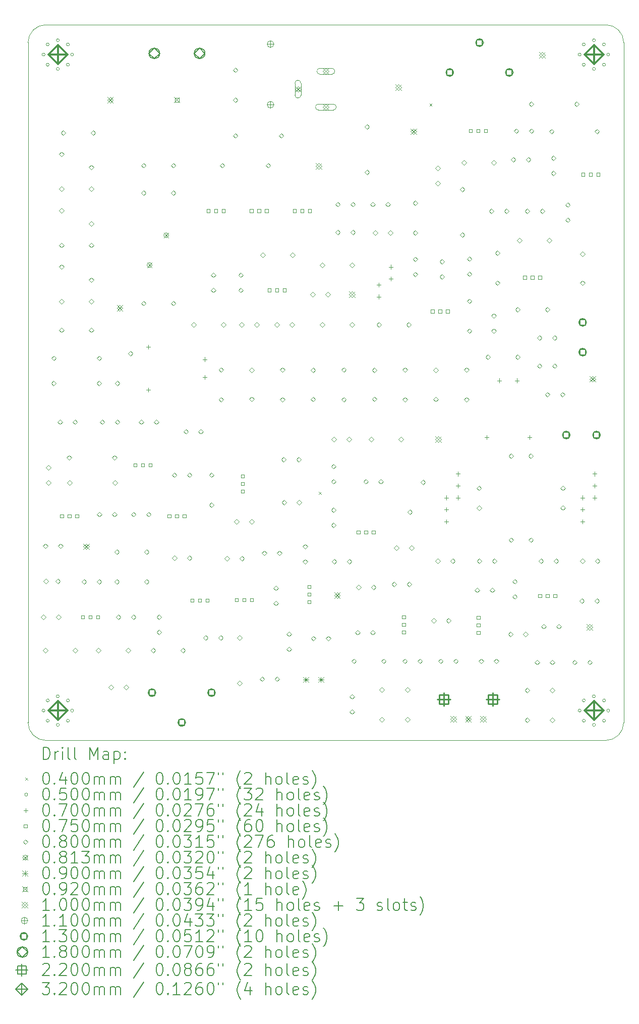
<source format=gbr>
%TF.GenerationSoftware,KiCad,Pcbnew,7.0.10-7.0.10~ubuntu22.04.1*%
%TF.CreationDate,2024-01-03T17:51:55-08:00*%
%TF.ProjectId,PartyLine80,50617274-794c-4696-9e65-38302e6b6963,rev?*%
%TF.SameCoordinates,Original*%
%TF.FileFunction,Drillmap*%
%TF.FilePolarity,Positive*%
%FSLAX45Y45*%
G04 Gerber Fmt 4.5, Leading zero omitted, Abs format (unit mm)*
G04 Created by KiCad (PCBNEW 7.0.10-7.0.10~ubuntu22.04.1) date 2024-01-03 17:51:55*
%MOMM*%
%LPD*%
G01*
G04 APERTURE LIST*
%ADD10C,0.100000*%
%ADD11C,0.200000*%
%ADD12C,0.110000*%
%ADD13C,0.130000*%
%ADD14C,0.180000*%
%ADD15C,0.220000*%
%ADD16C,0.320000*%
G04 APERTURE END LIST*
D10*
X5300000Y-14000000D02*
X14700000Y-14000000D01*
X14700000Y-14000000D02*
G75*
G03*
X15000000Y-13700000I0J300000D01*
G01*
X15000000Y-2300000D02*
G75*
G03*
X14700000Y-2000000I-300000J0D01*
G01*
X5000000Y-13700000D02*
G75*
G03*
X5300000Y-14000000I300000J0D01*
G01*
X5300000Y-2000000D02*
G75*
G03*
X5000000Y-2300000I0J-300000D01*
G01*
X5300000Y-2000000D02*
X14700000Y-2000000D01*
X15000000Y-2300000D02*
X15000000Y-13700000D01*
X5000000Y-13700000D02*
X5000000Y-2300000D01*
D11*
D10*
X9880000Y-9830000D02*
X9920000Y-9870000D01*
X9920000Y-9830000D02*
X9880000Y-9870000D01*
X11740000Y-3320000D02*
X11780000Y-3360000D01*
X11780000Y-3320000D02*
X11740000Y-3360000D01*
X5285000Y-2500000D02*
G75*
G03*
X5235000Y-2500000I-25000J0D01*
G01*
X5235000Y-2500000D02*
G75*
G03*
X5285000Y-2500000I25000J0D01*
G01*
X5285000Y-13500000D02*
G75*
G03*
X5235000Y-13500000I-25000J0D01*
G01*
X5235000Y-13500000D02*
G75*
G03*
X5285000Y-13500000I25000J0D01*
G01*
X5355294Y-2330294D02*
G75*
G03*
X5305294Y-2330294I-25000J0D01*
G01*
X5305294Y-2330294D02*
G75*
G03*
X5355294Y-2330294I25000J0D01*
G01*
X5355294Y-2669706D02*
G75*
G03*
X5305294Y-2669706I-25000J0D01*
G01*
X5305294Y-2669706D02*
G75*
G03*
X5355294Y-2669706I25000J0D01*
G01*
X5355294Y-13330294D02*
G75*
G03*
X5305294Y-13330294I-25000J0D01*
G01*
X5305294Y-13330294D02*
G75*
G03*
X5355294Y-13330294I25000J0D01*
G01*
X5355294Y-13669706D02*
G75*
G03*
X5305294Y-13669706I-25000J0D01*
G01*
X5305294Y-13669706D02*
G75*
G03*
X5355294Y-13669706I25000J0D01*
G01*
X5525000Y-2260000D02*
G75*
G03*
X5475000Y-2260000I-25000J0D01*
G01*
X5475000Y-2260000D02*
G75*
G03*
X5525000Y-2260000I25000J0D01*
G01*
X5525000Y-2740000D02*
G75*
G03*
X5475000Y-2740000I-25000J0D01*
G01*
X5475000Y-2740000D02*
G75*
G03*
X5525000Y-2740000I25000J0D01*
G01*
X5525000Y-13260000D02*
G75*
G03*
X5475000Y-13260000I-25000J0D01*
G01*
X5475000Y-13260000D02*
G75*
G03*
X5525000Y-13260000I25000J0D01*
G01*
X5525000Y-13740000D02*
G75*
G03*
X5475000Y-13740000I-25000J0D01*
G01*
X5475000Y-13740000D02*
G75*
G03*
X5525000Y-13740000I25000J0D01*
G01*
X5694706Y-2330294D02*
G75*
G03*
X5644706Y-2330294I-25000J0D01*
G01*
X5644706Y-2330294D02*
G75*
G03*
X5694706Y-2330294I25000J0D01*
G01*
X5694706Y-2669706D02*
G75*
G03*
X5644706Y-2669706I-25000J0D01*
G01*
X5644706Y-2669706D02*
G75*
G03*
X5694706Y-2669706I25000J0D01*
G01*
X5694706Y-13330294D02*
G75*
G03*
X5644706Y-13330294I-25000J0D01*
G01*
X5644706Y-13330294D02*
G75*
G03*
X5694706Y-13330294I25000J0D01*
G01*
X5694706Y-13669706D02*
G75*
G03*
X5644706Y-13669706I-25000J0D01*
G01*
X5644706Y-13669706D02*
G75*
G03*
X5694706Y-13669706I25000J0D01*
G01*
X5765000Y-2500000D02*
G75*
G03*
X5715000Y-2500000I-25000J0D01*
G01*
X5715000Y-2500000D02*
G75*
G03*
X5765000Y-2500000I25000J0D01*
G01*
X5765000Y-13500000D02*
G75*
G03*
X5715000Y-13500000I-25000J0D01*
G01*
X5715000Y-13500000D02*
G75*
G03*
X5765000Y-13500000I25000J0D01*
G01*
X14285000Y-2500000D02*
G75*
G03*
X14235000Y-2500000I-25000J0D01*
G01*
X14235000Y-2500000D02*
G75*
G03*
X14285000Y-2500000I25000J0D01*
G01*
X14285000Y-13500000D02*
G75*
G03*
X14235000Y-13500000I-25000J0D01*
G01*
X14235000Y-13500000D02*
G75*
G03*
X14285000Y-13500000I25000J0D01*
G01*
X14355294Y-2330294D02*
G75*
G03*
X14305294Y-2330294I-25000J0D01*
G01*
X14305294Y-2330294D02*
G75*
G03*
X14355294Y-2330294I25000J0D01*
G01*
X14355294Y-2669706D02*
G75*
G03*
X14305294Y-2669706I-25000J0D01*
G01*
X14305294Y-2669706D02*
G75*
G03*
X14355294Y-2669706I25000J0D01*
G01*
X14355294Y-13330294D02*
G75*
G03*
X14305294Y-13330294I-25000J0D01*
G01*
X14305294Y-13330294D02*
G75*
G03*
X14355294Y-13330294I25000J0D01*
G01*
X14355294Y-13669706D02*
G75*
G03*
X14305294Y-13669706I-25000J0D01*
G01*
X14305294Y-13669706D02*
G75*
G03*
X14355294Y-13669706I25000J0D01*
G01*
X14525000Y-2260000D02*
G75*
G03*
X14475000Y-2260000I-25000J0D01*
G01*
X14475000Y-2260000D02*
G75*
G03*
X14525000Y-2260000I25000J0D01*
G01*
X14525000Y-2740000D02*
G75*
G03*
X14475000Y-2740000I-25000J0D01*
G01*
X14475000Y-2740000D02*
G75*
G03*
X14525000Y-2740000I25000J0D01*
G01*
X14525000Y-13260000D02*
G75*
G03*
X14475000Y-13260000I-25000J0D01*
G01*
X14475000Y-13260000D02*
G75*
G03*
X14525000Y-13260000I25000J0D01*
G01*
X14525000Y-13740000D02*
G75*
G03*
X14475000Y-13740000I-25000J0D01*
G01*
X14475000Y-13740000D02*
G75*
G03*
X14525000Y-13740000I25000J0D01*
G01*
X14694706Y-2330294D02*
G75*
G03*
X14644706Y-2330294I-25000J0D01*
G01*
X14644706Y-2330294D02*
G75*
G03*
X14694706Y-2330294I25000J0D01*
G01*
X14694706Y-2669706D02*
G75*
G03*
X14644706Y-2669706I-25000J0D01*
G01*
X14644706Y-2669706D02*
G75*
G03*
X14694706Y-2669706I25000J0D01*
G01*
X14694706Y-13330294D02*
G75*
G03*
X14644706Y-13330294I-25000J0D01*
G01*
X14644706Y-13330294D02*
G75*
G03*
X14694706Y-13330294I25000J0D01*
G01*
X14694706Y-13669706D02*
G75*
G03*
X14644706Y-13669706I-25000J0D01*
G01*
X14644706Y-13669706D02*
G75*
G03*
X14694706Y-13669706I25000J0D01*
G01*
X14765000Y-2500000D02*
G75*
G03*
X14715000Y-2500000I-25000J0D01*
G01*
X14715000Y-2500000D02*
G75*
G03*
X14765000Y-2500000I25000J0D01*
G01*
X14765000Y-13500000D02*
G75*
G03*
X14715000Y-13500000I-25000J0D01*
G01*
X14715000Y-13500000D02*
G75*
G03*
X14765000Y-13500000I25000J0D01*
G01*
X7020000Y-7365000D02*
X7020000Y-7435000D01*
X6985000Y-7400000D02*
X7055000Y-7400000D01*
X7020000Y-8085000D02*
X7020000Y-8155000D01*
X6985000Y-8120000D02*
X7055000Y-8120000D01*
X7970000Y-7575000D02*
X7970000Y-7645000D01*
X7935000Y-7610000D02*
X8005000Y-7610000D01*
X7970000Y-7875000D02*
X7970000Y-7945000D01*
X7935000Y-7910000D02*
X8005000Y-7910000D01*
X10890000Y-6325000D02*
X10890000Y-6395000D01*
X10855000Y-6360000D02*
X10925000Y-6360000D01*
X10890000Y-6525000D02*
X10890000Y-6595000D01*
X10855000Y-6560000D02*
X10925000Y-6560000D01*
X11090000Y-6025000D02*
X11090000Y-6095000D01*
X11055000Y-6060000D02*
X11125000Y-6060000D01*
X11090000Y-6225000D02*
X11090000Y-6295000D01*
X11055000Y-6260000D02*
X11125000Y-6260000D01*
X12020000Y-9895000D02*
X12020000Y-9965000D01*
X11985000Y-9930000D02*
X12055000Y-9930000D01*
X12020000Y-10095000D02*
X12020000Y-10165000D01*
X11985000Y-10130000D02*
X12055000Y-10130000D01*
X12020000Y-10295000D02*
X12020000Y-10365000D01*
X11985000Y-10330000D02*
X12055000Y-10330000D01*
X12220000Y-9495000D02*
X12220000Y-9565000D01*
X12185000Y-9530000D02*
X12255000Y-9530000D01*
X12220000Y-9695000D02*
X12220000Y-9765000D01*
X12185000Y-9730000D02*
X12255000Y-9730000D01*
X12220000Y-9895000D02*
X12220000Y-9965000D01*
X12185000Y-9930000D02*
X12255000Y-9930000D01*
X12700000Y-8880000D02*
X12700000Y-8950000D01*
X12665000Y-8915000D02*
X12735000Y-8915000D01*
X12910000Y-7930000D02*
X12910000Y-8000000D01*
X12875000Y-7965000D02*
X12945000Y-7965000D01*
X13210000Y-7930000D02*
X13210000Y-8000000D01*
X13175000Y-7965000D02*
X13245000Y-7965000D01*
X13420000Y-8880000D02*
X13420000Y-8950000D01*
X13385000Y-8915000D02*
X13455000Y-8915000D01*
X14310000Y-9895000D02*
X14310000Y-9965000D01*
X14275000Y-9930000D02*
X14345000Y-9930000D01*
X14310000Y-10095000D02*
X14310000Y-10165000D01*
X14275000Y-10130000D02*
X14345000Y-10130000D01*
X14310000Y-10295000D02*
X14310000Y-10365000D01*
X14275000Y-10330000D02*
X14345000Y-10330000D01*
X14510000Y-9495000D02*
X14510000Y-9565000D01*
X14475000Y-9530000D02*
X14545000Y-9530000D01*
X14510000Y-9695000D02*
X14510000Y-9765000D01*
X14475000Y-9730000D02*
X14545000Y-9730000D01*
X14510000Y-9895000D02*
X14510000Y-9965000D01*
X14475000Y-9930000D02*
X14545000Y-9930000D01*
X5592517Y-10266517D02*
X5592517Y-10213483D01*
X5539483Y-10213483D01*
X5539483Y-10266517D01*
X5592517Y-10266517D01*
X5719517Y-10266517D02*
X5719517Y-10213483D01*
X5666483Y-10213483D01*
X5666483Y-10266517D01*
X5719517Y-10266517D01*
X5846517Y-10266517D02*
X5846517Y-10213483D01*
X5793483Y-10213483D01*
X5793483Y-10266517D01*
X5846517Y-10266517D01*
X5946517Y-11956517D02*
X5946517Y-11903483D01*
X5893483Y-11903483D01*
X5893483Y-11956517D01*
X5946517Y-11956517D01*
X6073517Y-11956517D02*
X6073517Y-11903483D01*
X6020483Y-11903483D01*
X6020483Y-11956517D01*
X6073517Y-11956517D01*
X6200517Y-11956517D02*
X6200517Y-11903483D01*
X6147483Y-11903483D01*
X6147483Y-11956517D01*
X6200517Y-11956517D01*
X6822517Y-9406517D02*
X6822517Y-9353483D01*
X6769483Y-9353483D01*
X6769483Y-9406517D01*
X6822517Y-9406517D01*
X6949517Y-9406517D02*
X6949517Y-9353483D01*
X6896483Y-9353483D01*
X6896483Y-9406517D01*
X6949517Y-9406517D01*
X7076517Y-9406517D02*
X7076517Y-9353483D01*
X7023483Y-9353483D01*
X7023483Y-9406517D01*
X7076517Y-9406517D01*
X7396517Y-10266517D02*
X7396517Y-10213483D01*
X7343483Y-10213483D01*
X7343483Y-10266517D01*
X7396517Y-10266517D01*
X7523517Y-10266517D02*
X7523517Y-10213483D01*
X7470483Y-10213483D01*
X7470483Y-10266517D01*
X7523517Y-10266517D01*
X7650517Y-10266517D02*
X7650517Y-10213483D01*
X7597483Y-10213483D01*
X7597483Y-10266517D01*
X7650517Y-10266517D01*
X7782517Y-11676517D02*
X7782517Y-11623483D01*
X7729483Y-11623483D01*
X7729483Y-11676517D01*
X7782517Y-11676517D01*
X7909517Y-11676517D02*
X7909517Y-11623483D01*
X7856483Y-11623483D01*
X7856483Y-11676517D01*
X7909517Y-11676517D01*
X8036517Y-11676517D02*
X8036517Y-11623483D01*
X7983483Y-11623483D01*
X7983483Y-11676517D01*
X8036517Y-11676517D01*
X8052517Y-5146517D02*
X8052517Y-5093483D01*
X7999483Y-5093483D01*
X7999483Y-5146517D01*
X8052517Y-5146517D01*
X8179517Y-5146517D02*
X8179517Y-5093483D01*
X8126483Y-5093483D01*
X8126483Y-5146517D01*
X8179517Y-5146517D01*
X8306517Y-5146517D02*
X8306517Y-5093483D01*
X8253483Y-5093483D01*
X8253483Y-5146517D01*
X8306517Y-5146517D01*
X8529517Y-11670517D02*
X8529517Y-11617483D01*
X8476483Y-11617483D01*
X8476483Y-11670517D01*
X8529517Y-11670517D01*
X8626517Y-9596517D02*
X8626517Y-9543483D01*
X8573483Y-9543483D01*
X8573483Y-9596517D01*
X8626517Y-9596517D01*
X8626517Y-9723517D02*
X8626517Y-9670483D01*
X8573483Y-9670483D01*
X8573483Y-9723517D01*
X8626517Y-9723517D01*
X8626517Y-9850517D02*
X8626517Y-9797483D01*
X8573483Y-9797483D01*
X8573483Y-9850517D01*
X8626517Y-9850517D01*
X8656517Y-11670517D02*
X8656517Y-11617483D01*
X8603483Y-11617483D01*
X8603483Y-11670517D01*
X8656517Y-11670517D01*
X8777517Y-5146517D02*
X8777517Y-5093483D01*
X8724483Y-5093483D01*
X8724483Y-5146517D01*
X8777517Y-5146517D01*
X8783517Y-11670517D02*
X8783517Y-11617483D01*
X8730483Y-11617483D01*
X8730483Y-11670517D01*
X8783517Y-11670517D01*
X8904517Y-5146517D02*
X8904517Y-5093483D01*
X8851483Y-5093483D01*
X8851483Y-5146517D01*
X8904517Y-5146517D01*
X9031517Y-5146517D02*
X9031517Y-5093483D01*
X8978483Y-5093483D01*
X8978483Y-5146517D01*
X9031517Y-5146517D01*
X9076517Y-6476517D02*
X9076517Y-6423483D01*
X9023483Y-6423483D01*
X9023483Y-6476517D01*
X9076517Y-6476517D01*
X9203517Y-6476517D02*
X9203517Y-6423483D01*
X9150483Y-6423483D01*
X9150483Y-6476517D01*
X9203517Y-6476517D01*
X9330517Y-6476517D02*
X9330517Y-6423483D01*
X9277483Y-6423483D01*
X9277483Y-6476517D01*
X9330517Y-6476517D01*
X9502517Y-5146517D02*
X9502517Y-5093483D01*
X9449483Y-5093483D01*
X9449483Y-5146517D01*
X9502517Y-5146517D01*
X9629517Y-5146517D02*
X9629517Y-5093483D01*
X9576483Y-5093483D01*
X9576483Y-5146517D01*
X9629517Y-5146517D01*
X9746517Y-11452517D02*
X9746517Y-11399483D01*
X9693483Y-11399483D01*
X9693483Y-11452517D01*
X9746517Y-11452517D01*
X9746517Y-11579517D02*
X9746517Y-11526483D01*
X9693483Y-11526483D01*
X9693483Y-11579517D01*
X9746517Y-11579517D01*
X9746517Y-11706517D02*
X9746517Y-11653483D01*
X9693483Y-11653483D01*
X9693483Y-11706517D01*
X9746517Y-11706517D01*
X9756517Y-5146517D02*
X9756517Y-5093483D01*
X9703483Y-5093483D01*
X9703483Y-5146517D01*
X9756517Y-5146517D01*
X10572517Y-10536517D02*
X10572517Y-10483483D01*
X10519483Y-10483483D01*
X10519483Y-10536517D01*
X10572517Y-10536517D01*
X10699517Y-10536517D02*
X10699517Y-10483483D01*
X10646483Y-10483483D01*
X10646483Y-10536517D01*
X10699517Y-10536517D01*
X10826517Y-10536517D02*
X10826517Y-10483483D01*
X10773483Y-10483483D01*
X10773483Y-10536517D01*
X10826517Y-10536517D01*
X11332517Y-11959517D02*
X11332517Y-11906483D01*
X11279483Y-11906483D01*
X11279483Y-11959517D01*
X11332517Y-11959517D01*
X11332517Y-12086517D02*
X11332517Y-12033483D01*
X11279483Y-12033483D01*
X11279483Y-12086517D01*
X11332517Y-12086517D01*
X11332517Y-12213517D02*
X11332517Y-12160483D01*
X11279483Y-12160483D01*
X11279483Y-12213517D01*
X11332517Y-12213517D01*
X11816517Y-6831017D02*
X11816517Y-6777983D01*
X11763483Y-6777983D01*
X11763483Y-6831017D01*
X11816517Y-6831017D01*
X11943517Y-6831017D02*
X11943517Y-6777983D01*
X11890483Y-6777983D01*
X11890483Y-6831017D01*
X11943517Y-6831017D01*
X12070517Y-6831017D02*
X12070517Y-6777983D01*
X12017483Y-6777983D01*
X12017483Y-6831017D01*
X12070517Y-6831017D01*
X12452517Y-3806517D02*
X12452517Y-3753483D01*
X12399483Y-3753483D01*
X12399483Y-3806517D01*
X12452517Y-3806517D01*
X12579517Y-3806517D02*
X12579517Y-3753483D01*
X12526483Y-3753483D01*
X12526483Y-3806517D01*
X12579517Y-3806517D01*
X12586517Y-11966517D02*
X12586517Y-11913483D01*
X12533483Y-11913483D01*
X12533483Y-11966517D01*
X12586517Y-11966517D01*
X12586517Y-12093517D02*
X12586517Y-12040483D01*
X12533483Y-12040483D01*
X12533483Y-12093517D01*
X12586517Y-12093517D01*
X12586517Y-12220517D02*
X12586517Y-12167483D01*
X12533483Y-12167483D01*
X12533483Y-12220517D01*
X12586517Y-12220517D01*
X12706517Y-3806517D02*
X12706517Y-3753483D01*
X12653483Y-3753483D01*
X12653483Y-3806517D01*
X12706517Y-3806517D01*
X13366517Y-6265017D02*
X13366517Y-6211983D01*
X13313483Y-6211983D01*
X13313483Y-6265017D01*
X13366517Y-6265017D01*
X13493517Y-6265017D02*
X13493517Y-6211983D01*
X13440483Y-6211983D01*
X13440483Y-6265017D01*
X13493517Y-6265017D01*
X13619517Y-11602517D02*
X13619517Y-11549483D01*
X13566483Y-11549483D01*
X13566483Y-11602517D01*
X13619517Y-11602517D01*
X13620517Y-6265017D02*
X13620517Y-6211983D01*
X13567483Y-6211983D01*
X13567483Y-6265017D01*
X13620517Y-6265017D01*
X13746517Y-11602517D02*
X13746517Y-11549483D01*
X13693483Y-11549483D01*
X13693483Y-11602517D01*
X13746517Y-11602517D01*
X13873517Y-11602517D02*
X13873517Y-11549483D01*
X13820483Y-11549483D01*
X13820483Y-11602517D01*
X13873517Y-11602517D01*
X14346517Y-4536517D02*
X14346517Y-4483483D01*
X14293483Y-4483483D01*
X14293483Y-4536517D01*
X14346517Y-4536517D01*
X14473517Y-4536517D02*
X14473517Y-4483483D01*
X14420483Y-4483483D01*
X14420483Y-4536517D01*
X14473517Y-4536517D01*
X14600517Y-4536517D02*
X14600517Y-4483483D01*
X14547483Y-4483483D01*
X14547483Y-4536517D01*
X14600517Y-4536517D01*
X5256000Y-11970000D02*
X5296000Y-11930000D01*
X5256000Y-11890000D01*
X5216000Y-11930000D01*
X5256000Y-11970000D01*
X5290000Y-10780000D02*
X5330000Y-10740000D01*
X5290000Y-10700000D01*
X5250000Y-10740000D01*
X5290000Y-10780000D01*
X5290000Y-12530000D02*
X5330000Y-12490000D01*
X5290000Y-12450000D01*
X5250000Y-12490000D01*
X5290000Y-12530000D01*
X5300000Y-11370000D02*
X5340000Y-11330000D01*
X5300000Y-11290000D01*
X5260000Y-11330000D01*
X5300000Y-11370000D01*
X5341000Y-9466000D02*
X5381000Y-9426000D01*
X5341000Y-9386000D01*
X5301000Y-9426000D01*
X5341000Y-9466000D01*
X5341000Y-9720000D02*
X5381000Y-9680000D01*
X5341000Y-9640000D01*
X5301000Y-9680000D01*
X5341000Y-9720000D01*
X5430000Y-8050000D02*
X5470000Y-8010000D01*
X5430000Y-7970000D01*
X5390000Y-8010000D01*
X5430000Y-8050000D01*
X5432000Y-7630000D02*
X5472000Y-7590000D01*
X5432000Y-7550000D01*
X5392000Y-7590000D01*
X5432000Y-7630000D01*
X5500000Y-11370000D02*
X5540000Y-11330000D01*
X5500000Y-11290000D01*
X5460000Y-11330000D01*
X5500000Y-11370000D01*
X5510000Y-11970000D02*
X5550000Y-11930000D01*
X5510000Y-11890000D01*
X5470000Y-11930000D01*
X5510000Y-11970000D01*
X5538238Y-8700000D02*
X5578238Y-8660000D01*
X5538238Y-8620000D01*
X5498238Y-8660000D01*
X5538238Y-8700000D01*
X5544000Y-10780000D02*
X5584000Y-10740000D01*
X5544000Y-10700000D01*
X5504000Y-10740000D01*
X5544000Y-10780000D01*
X5562000Y-4211667D02*
X5602000Y-4171667D01*
X5562000Y-4131667D01*
X5522000Y-4171667D01*
X5562000Y-4211667D01*
X5562000Y-4793333D02*
X5602000Y-4753333D01*
X5562000Y-4713333D01*
X5522000Y-4753333D01*
X5562000Y-4793333D01*
X5562000Y-5155000D02*
X5602000Y-5115000D01*
X5562000Y-5075000D01*
X5522000Y-5115000D01*
X5562000Y-5155000D01*
X5562000Y-5736666D02*
X5602000Y-5696666D01*
X5562000Y-5656666D01*
X5522000Y-5696666D01*
X5562000Y-5736666D01*
X5562000Y-6098333D02*
X5602000Y-6058333D01*
X5562000Y-6018333D01*
X5522000Y-6058333D01*
X5562000Y-6098333D01*
X5562000Y-6680000D02*
X5602000Y-6640000D01*
X5562000Y-6600000D01*
X5522000Y-6640000D01*
X5562000Y-6680000D01*
X5562000Y-7160000D02*
X5602000Y-7120000D01*
X5562000Y-7080000D01*
X5522000Y-7120000D01*
X5562000Y-7160000D01*
X5592000Y-3850000D02*
X5632000Y-3810000D01*
X5592000Y-3770000D01*
X5552000Y-3810000D01*
X5592000Y-3850000D01*
X5689000Y-9300000D02*
X5729000Y-9260000D01*
X5689000Y-9220000D01*
X5649000Y-9260000D01*
X5689000Y-9300000D01*
X5699000Y-9720000D02*
X5739000Y-9680000D01*
X5699000Y-9640000D01*
X5659000Y-9680000D01*
X5699000Y-9720000D01*
X5788238Y-8700000D02*
X5828238Y-8660000D01*
X5788238Y-8620000D01*
X5748238Y-8660000D01*
X5788238Y-8700000D01*
X5790000Y-12530000D02*
X5830000Y-12490000D01*
X5790000Y-12450000D01*
X5750000Y-12490000D01*
X5790000Y-12530000D01*
X5940000Y-11380000D02*
X5980000Y-11340000D01*
X5940000Y-11300000D01*
X5900000Y-11340000D01*
X5940000Y-11380000D01*
X6062000Y-4431667D02*
X6102000Y-4391667D01*
X6062000Y-4351667D01*
X6022000Y-4391667D01*
X6062000Y-4431667D01*
X6062000Y-4793333D02*
X6102000Y-4753333D01*
X6062000Y-4713333D01*
X6022000Y-4753333D01*
X6062000Y-4793333D01*
X6062000Y-5375000D02*
X6102000Y-5335000D01*
X6062000Y-5295000D01*
X6022000Y-5335000D01*
X6062000Y-5375000D01*
X6062000Y-5736666D02*
X6102000Y-5696666D01*
X6062000Y-5656666D01*
X6022000Y-5696666D01*
X6062000Y-5736666D01*
X6062000Y-6318333D02*
X6102000Y-6278333D01*
X6062000Y-6238333D01*
X6022000Y-6278333D01*
X6062000Y-6318333D01*
X6062000Y-6680000D02*
X6102000Y-6640000D01*
X6062000Y-6600000D01*
X6022000Y-6640000D01*
X6062000Y-6680000D01*
X6062000Y-7160000D02*
X6102000Y-7120000D01*
X6062000Y-7080000D01*
X6022000Y-7120000D01*
X6062000Y-7160000D01*
X6092000Y-3850000D02*
X6132000Y-3810000D01*
X6092000Y-3770000D01*
X6052000Y-3810000D01*
X6092000Y-3850000D01*
X6180000Y-12530000D02*
X6220000Y-12490000D01*
X6180000Y-12450000D01*
X6140000Y-12490000D01*
X6180000Y-12530000D01*
X6192000Y-8050000D02*
X6232000Y-8010000D01*
X6192000Y-7970000D01*
X6152000Y-8010000D01*
X6192000Y-8050000D01*
X6194000Y-7630000D02*
X6234000Y-7590000D01*
X6194000Y-7550000D01*
X6154000Y-7590000D01*
X6194000Y-7630000D01*
X6194000Y-11380000D02*
X6234000Y-11340000D01*
X6194000Y-11300000D01*
X6154000Y-11340000D01*
X6194000Y-11380000D01*
X6195500Y-10250000D02*
X6235500Y-10210000D01*
X6195500Y-10170000D01*
X6155500Y-10210000D01*
X6195500Y-10250000D01*
X6246000Y-8700000D02*
X6286000Y-8660000D01*
X6246000Y-8620000D01*
X6206000Y-8660000D01*
X6246000Y-8700000D01*
X6390500Y-13150000D02*
X6430500Y-13110000D01*
X6390500Y-13070000D01*
X6350500Y-13110000D01*
X6390500Y-13150000D01*
X6449500Y-10250000D02*
X6489500Y-10210000D01*
X6449500Y-10170000D01*
X6409500Y-10210000D01*
X6449500Y-10250000D01*
X6451000Y-9300000D02*
X6491000Y-9260000D01*
X6451000Y-9220000D01*
X6411000Y-9260000D01*
X6451000Y-9300000D01*
X6461000Y-9720000D02*
X6501000Y-9680000D01*
X6461000Y-9640000D01*
X6421000Y-9680000D01*
X6461000Y-9720000D01*
X6490000Y-10880000D02*
X6530000Y-10840000D01*
X6490000Y-10800000D01*
X6450000Y-10840000D01*
X6490000Y-10880000D01*
X6490000Y-11380000D02*
X6530000Y-11340000D01*
X6490000Y-11300000D01*
X6450000Y-11340000D01*
X6490000Y-11380000D01*
X6500000Y-8052499D02*
X6540000Y-8012499D01*
X6500000Y-7972499D01*
X6460000Y-8012499D01*
X6500000Y-8052499D01*
X6500000Y-8700000D02*
X6540000Y-8660000D01*
X6500000Y-8620000D01*
X6460000Y-8660000D01*
X6500000Y-8700000D01*
X6516000Y-11970000D02*
X6556000Y-11930000D01*
X6516000Y-11890000D01*
X6476000Y-11930000D01*
X6516000Y-11970000D01*
X6644500Y-13150000D02*
X6684500Y-13110000D01*
X6644500Y-13070000D01*
X6604500Y-13110000D01*
X6644500Y-13150000D01*
X6680000Y-12530000D02*
X6720000Y-12490000D01*
X6680000Y-12450000D01*
X6640000Y-12490000D01*
X6680000Y-12530000D01*
X6720000Y-7552499D02*
X6760000Y-7512499D01*
X6720000Y-7472499D01*
X6680000Y-7512499D01*
X6720000Y-7552499D01*
X6770000Y-10250000D02*
X6810000Y-10210000D01*
X6770000Y-10170000D01*
X6730000Y-10210000D01*
X6770000Y-10250000D01*
X6770000Y-11970000D02*
X6810000Y-11930000D01*
X6770000Y-11890000D01*
X6730000Y-11930000D01*
X6770000Y-11970000D01*
X6900000Y-8700000D02*
X6940000Y-8660000D01*
X6900000Y-8620000D01*
X6860000Y-8660000D01*
X6900000Y-8700000D01*
X6940000Y-4400000D02*
X6980000Y-4360000D01*
X6940000Y-4320000D01*
X6900000Y-4360000D01*
X6940000Y-4400000D01*
X6940000Y-4860000D02*
X6980000Y-4820000D01*
X6940000Y-4780000D01*
X6900000Y-4820000D01*
X6940000Y-4860000D01*
X6940000Y-6710000D02*
X6980000Y-6670000D01*
X6940000Y-6630000D01*
X6900000Y-6670000D01*
X6940000Y-6710000D01*
X6990000Y-10880000D02*
X7030000Y-10840000D01*
X6990000Y-10800000D01*
X6950000Y-10840000D01*
X6990000Y-10880000D01*
X6990000Y-11380000D02*
X7030000Y-11340000D01*
X6990000Y-11300000D01*
X6950000Y-11340000D01*
X6990000Y-11380000D01*
X7024000Y-10250000D02*
X7064000Y-10210000D01*
X7024000Y-10170000D01*
X6984000Y-10210000D01*
X7024000Y-10250000D01*
X7100000Y-12530000D02*
X7140000Y-12490000D01*
X7100000Y-12450000D01*
X7060000Y-12490000D01*
X7100000Y-12530000D01*
X7154000Y-8700000D02*
X7194000Y-8660000D01*
X7154000Y-8620000D01*
X7114000Y-8660000D01*
X7154000Y-8700000D01*
X7200000Y-11970000D02*
X7240000Y-11930000D01*
X7200000Y-11890000D01*
X7160000Y-11930000D01*
X7200000Y-11970000D01*
X7200000Y-12224000D02*
X7240000Y-12184000D01*
X7200000Y-12144000D01*
X7160000Y-12184000D01*
X7200000Y-12224000D01*
X7440000Y-4400000D02*
X7480000Y-4360000D01*
X7440000Y-4320000D01*
X7400000Y-4360000D01*
X7440000Y-4400000D01*
X7440000Y-4860000D02*
X7480000Y-4820000D01*
X7440000Y-4780000D01*
X7400000Y-4820000D01*
X7440000Y-4860000D01*
X7440000Y-6710000D02*
X7480000Y-6670000D01*
X7440000Y-6630000D01*
X7400000Y-6670000D01*
X7440000Y-6710000D01*
X7456000Y-9590000D02*
X7496000Y-9550000D01*
X7456000Y-9510000D01*
X7416000Y-9550000D01*
X7456000Y-9590000D01*
X7460000Y-10980000D02*
X7500000Y-10940000D01*
X7460000Y-10900000D01*
X7420000Y-10940000D01*
X7460000Y-10980000D01*
X7600000Y-12530000D02*
X7640000Y-12490000D01*
X7600000Y-12450000D01*
X7560000Y-12490000D01*
X7600000Y-12530000D01*
X7650000Y-8860000D02*
X7690000Y-8820000D01*
X7650000Y-8780000D01*
X7610000Y-8820000D01*
X7650000Y-8860000D01*
X7710000Y-9590000D02*
X7750000Y-9550000D01*
X7710000Y-9510000D01*
X7670000Y-9550000D01*
X7710000Y-9590000D01*
X7710000Y-10980000D02*
X7750000Y-10940000D01*
X7710000Y-10900000D01*
X7670000Y-10940000D01*
X7710000Y-10980000D01*
X7780000Y-7070000D02*
X7820000Y-7030000D01*
X7780000Y-6990000D01*
X7740000Y-7030000D01*
X7780000Y-7070000D01*
X7900000Y-8860000D02*
X7940000Y-8820000D01*
X7900000Y-8780000D01*
X7860000Y-8820000D01*
X7900000Y-8860000D01*
X7980000Y-12320000D02*
X8020000Y-12280000D01*
X7980000Y-12240000D01*
X7940000Y-12280000D01*
X7980000Y-12320000D01*
X8080000Y-9590000D02*
X8120000Y-9550000D01*
X8080000Y-9510000D01*
X8040000Y-9550000D01*
X8080000Y-9590000D01*
X8080000Y-10090000D02*
X8120000Y-10050000D01*
X8080000Y-10010000D01*
X8040000Y-10050000D01*
X8080000Y-10090000D01*
X8110000Y-6236000D02*
X8150000Y-6196000D01*
X8110000Y-6156000D01*
X8070000Y-6196000D01*
X8110000Y-6236000D01*
X8110000Y-6490000D02*
X8150000Y-6450000D01*
X8110000Y-6410000D01*
X8070000Y-6450000D01*
X8110000Y-6490000D01*
X8234000Y-12320000D02*
X8274000Y-12280000D01*
X8234000Y-12240000D01*
X8194000Y-12280000D01*
X8234000Y-12320000D01*
X8240000Y-7825000D02*
X8280000Y-7785000D01*
X8240000Y-7745000D01*
X8200000Y-7785000D01*
X8240000Y-7825000D01*
X8240000Y-8325000D02*
X8280000Y-8285000D01*
X8240000Y-8245000D01*
X8200000Y-8285000D01*
X8240000Y-8325000D01*
X8260000Y-4400000D02*
X8300000Y-4360000D01*
X8260000Y-4320000D01*
X8220000Y-4360000D01*
X8260000Y-4400000D01*
X8280000Y-7070000D02*
X8320000Y-7030000D01*
X8280000Y-6990000D01*
X8240000Y-7030000D01*
X8280000Y-7070000D01*
X8340000Y-10990000D02*
X8380000Y-10950000D01*
X8340000Y-10910000D01*
X8300000Y-10950000D01*
X8340000Y-10990000D01*
X8480000Y-2800000D02*
X8520000Y-2760000D01*
X8480000Y-2720000D01*
X8440000Y-2760000D01*
X8480000Y-2800000D01*
X8480000Y-3300000D02*
X8520000Y-3260000D01*
X8480000Y-3220000D01*
X8440000Y-3260000D01*
X8480000Y-3300000D01*
X8480000Y-3900000D02*
X8520000Y-3860000D01*
X8480000Y-3820000D01*
X8440000Y-3860000D01*
X8480000Y-3900000D01*
X8500000Y-10370000D02*
X8540000Y-10330000D01*
X8500000Y-10290000D01*
X8460000Y-10330000D01*
X8500000Y-10370000D01*
X8550000Y-12318000D02*
X8590000Y-12278000D01*
X8550000Y-12238000D01*
X8510000Y-12278000D01*
X8550000Y-12318000D01*
X8550000Y-13080000D02*
X8590000Y-13040000D01*
X8550000Y-13000000D01*
X8510000Y-13040000D01*
X8550000Y-13080000D01*
X8570000Y-6236000D02*
X8610000Y-6196000D01*
X8570000Y-6156000D01*
X8530000Y-6196000D01*
X8570000Y-6236000D01*
X8570000Y-6490000D02*
X8610000Y-6450000D01*
X8570000Y-6410000D01*
X8530000Y-6450000D01*
X8570000Y-6490000D01*
X8586000Y-7070000D02*
X8626000Y-7030000D01*
X8586000Y-6990000D01*
X8546000Y-7030000D01*
X8586000Y-7070000D01*
X8590000Y-10990000D02*
X8630000Y-10950000D01*
X8590000Y-10910000D01*
X8550000Y-10950000D01*
X8590000Y-10990000D01*
X8754000Y-10370000D02*
X8794000Y-10330000D01*
X8754000Y-10290000D01*
X8714000Y-10330000D01*
X8754000Y-10370000D01*
X8755000Y-7830000D02*
X8795000Y-7790000D01*
X8755000Y-7750000D01*
X8715000Y-7790000D01*
X8755000Y-7830000D01*
X8755000Y-8318000D02*
X8795000Y-8278000D01*
X8755000Y-8238000D01*
X8715000Y-8278000D01*
X8755000Y-8318000D01*
X8840000Y-7070000D02*
X8880000Y-7030000D01*
X8840000Y-6990000D01*
X8800000Y-7030000D01*
X8840000Y-7070000D01*
X8930000Y-13010000D02*
X8970000Y-12970000D01*
X8930000Y-12930000D01*
X8890000Y-12970000D01*
X8930000Y-13010000D01*
X8940000Y-5900000D02*
X8980000Y-5860000D01*
X8940000Y-5820000D01*
X8900000Y-5860000D01*
X8940000Y-5900000D01*
X8965500Y-10900000D02*
X9005500Y-10860000D01*
X8965500Y-10820000D01*
X8925500Y-10860000D01*
X8965500Y-10900000D01*
X9030000Y-4400000D02*
X9070000Y-4360000D01*
X9030000Y-4320000D01*
X8990000Y-4360000D01*
X9030000Y-4400000D01*
X9160000Y-11486000D02*
X9200000Y-11446000D01*
X9160000Y-11406000D01*
X9120000Y-11446000D01*
X9160000Y-11486000D01*
X9160000Y-11740000D02*
X9200000Y-11700000D01*
X9160000Y-11660000D01*
X9120000Y-11700000D01*
X9160000Y-11740000D01*
X9176000Y-7070000D02*
X9216000Y-7030000D01*
X9176000Y-6990000D01*
X9136000Y-7030000D01*
X9176000Y-7070000D01*
X9180000Y-13010000D02*
X9220000Y-12970000D01*
X9180000Y-12930000D01*
X9140000Y-12970000D01*
X9180000Y-13010000D01*
X9219500Y-10900000D02*
X9259500Y-10860000D01*
X9219500Y-10820000D01*
X9179500Y-10860000D01*
X9219500Y-10900000D01*
X9250000Y-3900000D02*
X9290000Y-3860000D01*
X9250000Y-3820000D01*
X9210000Y-3860000D01*
X9250000Y-3900000D01*
X9270000Y-7825000D02*
X9310000Y-7785000D01*
X9270000Y-7745000D01*
X9230000Y-7785000D01*
X9270000Y-7825000D01*
X9270000Y-8325000D02*
X9310000Y-8285000D01*
X9270000Y-8245000D01*
X9230000Y-8285000D01*
X9270000Y-8325000D01*
X9290000Y-9330000D02*
X9330000Y-9290000D01*
X9290000Y-9250000D01*
X9250000Y-9290000D01*
X9290000Y-9330000D01*
X9300000Y-10050000D02*
X9340000Y-10010000D01*
X9300000Y-9970000D01*
X9260000Y-10010000D01*
X9300000Y-10050000D01*
X9380000Y-12256000D02*
X9420000Y-12216000D01*
X9380000Y-12176000D01*
X9340000Y-12216000D01*
X9380000Y-12256000D01*
X9380000Y-12510000D02*
X9420000Y-12470000D01*
X9380000Y-12430000D01*
X9340000Y-12470000D01*
X9380000Y-12510000D01*
X9430000Y-7070000D02*
X9470000Y-7030000D01*
X9430000Y-6990000D01*
X9390000Y-7030000D01*
X9430000Y-7070000D01*
X9440000Y-5900000D02*
X9480000Y-5860000D01*
X9440000Y-5820000D01*
X9400000Y-5860000D01*
X9440000Y-5900000D01*
X9544000Y-9330000D02*
X9584000Y-9290000D01*
X9544000Y-9250000D01*
X9504000Y-9290000D01*
X9544000Y-9330000D01*
X9550000Y-10050000D02*
X9590000Y-10010000D01*
X9550000Y-9970000D01*
X9510000Y-10010000D01*
X9550000Y-10050000D01*
X9650000Y-10790000D02*
X9690000Y-10750000D01*
X9650000Y-10710000D01*
X9610000Y-10750000D01*
X9650000Y-10790000D01*
X9650000Y-11044000D02*
X9690000Y-11004000D01*
X9650000Y-10964000D01*
X9610000Y-11004000D01*
X9650000Y-11044000D01*
X9780000Y-6560000D02*
X9820000Y-6520000D01*
X9780000Y-6480000D01*
X9740000Y-6520000D01*
X9780000Y-6560000D01*
X9785000Y-7832000D02*
X9825000Y-7792000D01*
X9785000Y-7752000D01*
X9745000Y-7792000D01*
X9785000Y-7832000D01*
X9785000Y-8320000D02*
X9825000Y-8280000D01*
X9785000Y-8240000D01*
X9745000Y-8280000D01*
X9785000Y-8320000D01*
X9790000Y-12330000D02*
X9830000Y-12290000D01*
X9790000Y-12250000D01*
X9750000Y-12290000D01*
X9790000Y-12330000D01*
X9940000Y-6070000D02*
X9980000Y-6030000D01*
X9940000Y-5990000D01*
X9900000Y-6030000D01*
X9940000Y-6070000D01*
X9940000Y-7070000D02*
X9980000Y-7030000D01*
X9940000Y-6990000D01*
X9900000Y-7030000D01*
X9940000Y-7070000D01*
X10034000Y-6560000D02*
X10074000Y-6520000D01*
X10034000Y-6480000D01*
X9994000Y-6520000D01*
X10034000Y-6560000D01*
X10040000Y-12330000D02*
X10080000Y-12290000D01*
X10040000Y-12250000D01*
X10000000Y-12290000D01*
X10040000Y-12330000D01*
X10130000Y-9446000D02*
X10170000Y-9406000D01*
X10130000Y-9366000D01*
X10090000Y-9406000D01*
X10130000Y-9446000D01*
X10130000Y-9700000D02*
X10170000Y-9660000D01*
X10130000Y-9620000D01*
X10090000Y-9660000D01*
X10130000Y-9700000D01*
X10130000Y-10176000D02*
X10170000Y-10136000D01*
X10130000Y-10096000D01*
X10090000Y-10136000D01*
X10130000Y-10176000D01*
X10130000Y-10430000D02*
X10170000Y-10390000D01*
X10130000Y-10350000D01*
X10090000Y-10390000D01*
X10130000Y-10430000D01*
X10136000Y-8990000D02*
X10176000Y-8950000D01*
X10136000Y-8910000D01*
X10096000Y-8950000D01*
X10136000Y-8990000D01*
X10140000Y-11040000D02*
X10180000Y-11000000D01*
X10140000Y-10960000D01*
X10100000Y-11000000D01*
X10140000Y-11040000D01*
X10200000Y-5050000D02*
X10240000Y-5010000D01*
X10200000Y-4970000D01*
X10160000Y-5010000D01*
X10200000Y-5050000D01*
X10200000Y-5520000D02*
X10240000Y-5480000D01*
X10200000Y-5440000D01*
X10160000Y-5480000D01*
X10200000Y-5520000D01*
X10300000Y-7825000D02*
X10340000Y-7785000D01*
X10300000Y-7745000D01*
X10260000Y-7785000D01*
X10300000Y-7825000D01*
X10300000Y-8325000D02*
X10340000Y-8285000D01*
X10300000Y-8245000D01*
X10260000Y-8285000D01*
X10300000Y-8325000D01*
X10390000Y-8990000D02*
X10430000Y-8950000D01*
X10390000Y-8910000D01*
X10350000Y-8950000D01*
X10390000Y-8990000D01*
X10394000Y-11040000D02*
X10434000Y-11000000D01*
X10394000Y-10960000D01*
X10354000Y-11000000D01*
X10394000Y-11040000D01*
X10440000Y-6070000D02*
X10480000Y-6030000D01*
X10440000Y-5990000D01*
X10400000Y-6030000D01*
X10440000Y-6070000D01*
X10440000Y-7070000D02*
X10480000Y-7030000D01*
X10440000Y-6990000D01*
X10400000Y-7030000D01*
X10440000Y-7070000D01*
X10440000Y-13306000D02*
X10480000Y-13266000D01*
X10440000Y-13226000D01*
X10400000Y-13266000D01*
X10440000Y-13306000D01*
X10440000Y-13560000D02*
X10480000Y-13520000D01*
X10440000Y-13480000D01*
X10400000Y-13520000D01*
X10440000Y-13560000D01*
X10454000Y-5050000D02*
X10494000Y-5010000D01*
X10454000Y-4970000D01*
X10414000Y-5010000D01*
X10454000Y-5050000D01*
X10454000Y-5520000D02*
X10494000Y-5480000D01*
X10454000Y-5440000D01*
X10414000Y-5480000D01*
X10454000Y-5520000D01*
X10470000Y-12710000D02*
X10510000Y-12670000D01*
X10470000Y-12630000D01*
X10430000Y-12670000D01*
X10470000Y-12710000D01*
X10530500Y-12230000D02*
X10570500Y-12190000D01*
X10530500Y-12150000D01*
X10490500Y-12190000D01*
X10530500Y-12230000D01*
X10550000Y-11470000D02*
X10590000Y-11430000D01*
X10550000Y-11390000D01*
X10510000Y-11430000D01*
X10550000Y-11470000D01*
X10670000Y-9700000D02*
X10710000Y-9660000D01*
X10670000Y-9620000D01*
X10630000Y-9660000D01*
X10670000Y-9700000D01*
X10690000Y-3749000D02*
X10730000Y-3709000D01*
X10690000Y-3669000D01*
X10650000Y-3709000D01*
X10690000Y-3749000D01*
X10690000Y-4511000D02*
X10730000Y-4471000D01*
X10690000Y-4431000D01*
X10650000Y-4471000D01*
X10690000Y-4511000D01*
X10760000Y-8990000D02*
X10800000Y-8950000D01*
X10760000Y-8910000D01*
X10720000Y-8950000D01*
X10760000Y-8990000D01*
X10784500Y-12230000D02*
X10824500Y-12190000D01*
X10784500Y-12150000D01*
X10744500Y-12190000D01*
X10784500Y-12230000D01*
X10786000Y-5050000D02*
X10826000Y-5010000D01*
X10786000Y-4970000D01*
X10746000Y-5010000D01*
X10786000Y-5050000D01*
X10800000Y-11470000D02*
X10840000Y-11430000D01*
X10800000Y-11390000D01*
X10760000Y-11430000D01*
X10800000Y-11470000D01*
X10815000Y-7830000D02*
X10855000Y-7790000D01*
X10815000Y-7750000D01*
X10775000Y-7790000D01*
X10815000Y-7830000D01*
X10815000Y-8318000D02*
X10855000Y-8278000D01*
X10815000Y-8238000D01*
X10775000Y-8278000D01*
X10815000Y-8318000D01*
X10830000Y-5530000D02*
X10870000Y-5490000D01*
X10830000Y-5450000D01*
X10790000Y-5490000D01*
X10830000Y-5530000D01*
X10890000Y-7070000D02*
X10930000Y-7030000D01*
X10890000Y-6990000D01*
X10850000Y-7030000D01*
X10890000Y-7070000D01*
X10920000Y-9700000D02*
X10960000Y-9660000D01*
X10920000Y-9620000D01*
X10880000Y-9660000D01*
X10920000Y-9700000D01*
X10940000Y-13190000D02*
X10980000Y-13150000D01*
X10940000Y-13110000D01*
X10900000Y-13150000D01*
X10940000Y-13190000D01*
X10940000Y-13690000D02*
X10980000Y-13650000D01*
X10940000Y-13610000D01*
X10900000Y-13650000D01*
X10940000Y-13690000D01*
X10970000Y-12710000D02*
X11010000Y-12670000D01*
X10970000Y-12630000D01*
X10930000Y-12670000D01*
X10970000Y-12710000D01*
X11040000Y-5050000D02*
X11080000Y-5010000D01*
X11040000Y-4970000D01*
X11000000Y-5010000D01*
X11040000Y-5050000D01*
X11084000Y-5530000D02*
X11124000Y-5490000D01*
X11084000Y-5450000D01*
X11044000Y-5490000D01*
X11084000Y-5530000D01*
X11146000Y-11420000D02*
X11186000Y-11380000D01*
X11146000Y-11340000D01*
X11106000Y-11380000D01*
X11146000Y-11420000D01*
X11186000Y-10810000D02*
X11226000Y-10770000D01*
X11186000Y-10730000D01*
X11146000Y-10770000D01*
X11186000Y-10810000D01*
X11260000Y-8990000D02*
X11300000Y-8950000D01*
X11260000Y-8910000D01*
X11220000Y-8950000D01*
X11260000Y-8990000D01*
X11326000Y-12710000D02*
X11366000Y-12670000D01*
X11326000Y-12630000D01*
X11286000Y-12670000D01*
X11326000Y-12710000D01*
X11330000Y-7825000D02*
X11370000Y-7785000D01*
X11330000Y-7745000D01*
X11290000Y-7785000D01*
X11330000Y-7825000D01*
X11330000Y-8325000D02*
X11370000Y-8285000D01*
X11330000Y-8245000D01*
X11290000Y-8285000D01*
X11330000Y-8325000D01*
X11370000Y-13190000D02*
X11410000Y-13150000D01*
X11370000Y-13110000D01*
X11330000Y-13150000D01*
X11370000Y-13190000D01*
X11370000Y-13690000D02*
X11410000Y-13650000D01*
X11370000Y-13610000D01*
X11330000Y-13650000D01*
X11370000Y-13690000D01*
X11390000Y-7070000D02*
X11430000Y-7030000D01*
X11390000Y-6990000D01*
X11350000Y-7030000D01*
X11390000Y-7070000D01*
X11400000Y-11420000D02*
X11440000Y-11380000D01*
X11400000Y-11340000D01*
X11360000Y-11380000D01*
X11400000Y-11420000D01*
X11410000Y-10210000D02*
X11450000Y-10170000D01*
X11410000Y-10130000D01*
X11370000Y-10170000D01*
X11410000Y-10210000D01*
X11440000Y-10810000D02*
X11480000Y-10770000D01*
X11440000Y-10730000D01*
X11400000Y-10770000D01*
X11440000Y-10810000D01*
X11500000Y-5030000D02*
X11540000Y-4990000D01*
X11500000Y-4950000D01*
X11460000Y-4990000D01*
X11500000Y-5030000D01*
X11500000Y-5530000D02*
X11540000Y-5490000D01*
X11500000Y-5450000D01*
X11460000Y-5490000D01*
X11500000Y-5530000D01*
X11500000Y-5970500D02*
X11540000Y-5930500D01*
X11500000Y-5890500D01*
X11460000Y-5930500D01*
X11500000Y-5970500D01*
X11500000Y-6224500D02*
X11540000Y-6184500D01*
X11500000Y-6144500D01*
X11460000Y-6184500D01*
X11500000Y-6224500D01*
X11580000Y-12710000D02*
X11620000Y-12670000D01*
X11580000Y-12630000D01*
X11540000Y-12670000D01*
X11580000Y-12710000D01*
X11630000Y-9710000D02*
X11670000Y-9670000D01*
X11630000Y-9630000D01*
X11590000Y-9670000D01*
X11630000Y-9710000D01*
X11810000Y-12030000D02*
X11850000Y-11990000D01*
X11810000Y-11950000D01*
X11770000Y-11990000D01*
X11810000Y-12030000D01*
X11845000Y-7832000D02*
X11885000Y-7792000D01*
X11845000Y-7752000D01*
X11805000Y-7792000D01*
X11845000Y-7832000D01*
X11845000Y-8320000D02*
X11885000Y-8280000D01*
X11845000Y-8240000D01*
X11805000Y-8280000D01*
X11845000Y-8320000D01*
X11880000Y-4445500D02*
X11920000Y-4405500D01*
X11880000Y-4365500D01*
X11840000Y-4405500D01*
X11880000Y-4445500D01*
X11880000Y-4699500D02*
X11920000Y-4659500D01*
X11880000Y-4619500D01*
X11840000Y-4659500D01*
X11880000Y-4699500D01*
X11880000Y-11030000D02*
X11920000Y-10990000D01*
X11880000Y-10950000D01*
X11840000Y-10990000D01*
X11880000Y-11030000D01*
X11926000Y-12710000D02*
X11966000Y-12670000D01*
X11926000Y-12630000D01*
X11886000Y-12670000D01*
X11926000Y-12710000D01*
X11950000Y-6010500D02*
X11990000Y-5970500D01*
X11950000Y-5930500D01*
X11910000Y-5970500D01*
X11950000Y-6010500D01*
X11950000Y-6264500D02*
X11990000Y-6224500D01*
X11950000Y-6184500D01*
X11910000Y-6224500D01*
X11950000Y-6264500D01*
X12060000Y-12030000D02*
X12100000Y-11990000D01*
X12060000Y-11950000D01*
X12020000Y-11990000D01*
X12060000Y-12030000D01*
X12130000Y-11030000D02*
X12170000Y-10990000D01*
X12130000Y-10950000D01*
X12090000Y-10990000D01*
X12130000Y-11030000D01*
X12180000Y-12710000D02*
X12220000Y-12670000D01*
X12180000Y-12630000D01*
X12140000Y-12670000D01*
X12180000Y-12710000D01*
X12290000Y-4799000D02*
X12330000Y-4759000D01*
X12290000Y-4719000D01*
X12250000Y-4759000D01*
X12290000Y-4799000D01*
X12290000Y-5561000D02*
X12330000Y-5521000D01*
X12290000Y-5481000D01*
X12250000Y-5521000D01*
X12290000Y-5561000D01*
X12320000Y-4350000D02*
X12360000Y-4310000D01*
X12320000Y-4270000D01*
X12280000Y-4310000D01*
X12320000Y-4350000D01*
X12360000Y-7825000D02*
X12400000Y-7785000D01*
X12360000Y-7745000D01*
X12320000Y-7785000D01*
X12360000Y-7825000D01*
X12360000Y-8325000D02*
X12400000Y-8285000D01*
X12360000Y-8245000D01*
X12320000Y-8285000D01*
X12360000Y-8325000D01*
X12410000Y-5964500D02*
X12450000Y-5924500D01*
X12410000Y-5884500D01*
X12370000Y-5924500D01*
X12410000Y-5964500D01*
X12410000Y-6218500D02*
X12450000Y-6178500D01*
X12410000Y-6138500D01*
X12370000Y-6178500D01*
X12410000Y-6218500D01*
X12410000Y-6674500D02*
X12450000Y-6634500D01*
X12410000Y-6594500D01*
X12370000Y-6634500D01*
X12410000Y-6674500D01*
X12410000Y-7174500D02*
X12450000Y-7134500D01*
X12410000Y-7094500D01*
X12370000Y-7134500D01*
X12410000Y-7174500D01*
X12540000Y-11520000D02*
X12580000Y-11480000D01*
X12540000Y-11440000D01*
X12500000Y-11480000D01*
X12540000Y-11520000D01*
X12570592Y-9809408D02*
X12610592Y-9769408D01*
X12570592Y-9729408D01*
X12530592Y-9769408D01*
X12570592Y-9809408D01*
X12571185Y-10141185D02*
X12611185Y-10101185D01*
X12571185Y-10061185D01*
X12531185Y-10101185D01*
X12571185Y-10141185D01*
X12576000Y-11030000D02*
X12616000Y-10990000D01*
X12576000Y-10950000D01*
X12536000Y-10990000D01*
X12576000Y-11030000D01*
X12605500Y-12710000D02*
X12645500Y-12670000D01*
X12605500Y-12630000D01*
X12565500Y-12670000D01*
X12605500Y-12710000D01*
X12720000Y-7610000D02*
X12760000Y-7570000D01*
X12720000Y-7530000D01*
X12680000Y-7570000D01*
X12720000Y-7610000D01*
X12780000Y-5164500D02*
X12820000Y-5124500D01*
X12780000Y-5084500D01*
X12740000Y-5124500D01*
X12780000Y-5164500D01*
X12794000Y-11520000D02*
X12834000Y-11480000D01*
X12794000Y-11440000D01*
X12754000Y-11480000D01*
X12794000Y-11520000D01*
X12820000Y-4350000D02*
X12860000Y-4310000D01*
X12820000Y-4270000D01*
X12780000Y-4310000D01*
X12820000Y-4350000D01*
X12820000Y-6920000D02*
X12860000Y-6880000D01*
X12820000Y-6840000D01*
X12780000Y-6880000D01*
X12820000Y-6920000D01*
X12820000Y-7174000D02*
X12860000Y-7134000D01*
X12820000Y-7094000D01*
X12780000Y-7134000D01*
X12820000Y-7174000D01*
X12830000Y-11030000D02*
X12870000Y-10990000D01*
X12830000Y-10950000D01*
X12790000Y-10990000D01*
X12830000Y-11030000D01*
X12859500Y-12710000D02*
X12899500Y-12670000D01*
X12859500Y-12630000D01*
X12819500Y-12670000D01*
X12859500Y-12710000D01*
X12880000Y-5868500D02*
X12920000Y-5828500D01*
X12880000Y-5788500D01*
X12840000Y-5828500D01*
X12880000Y-5868500D01*
X12880000Y-6368500D02*
X12920000Y-6328500D01*
X12880000Y-6288500D01*
X12840000Y-6328500D01*
X12880000Y-6368500D01*
X13034000Y-5164500D02*
X13074000Y-5124500D01*
X13034000Y-5084500D01*
X12994000Y-5124500D01*
X13034000Y-5164500D01*
X13100000Y-12260000D02*
X13140000Y-12220000D01*
X13100000Y-12180000D01*
X13060000Y-12220000D01*
X13100000Y-12260000D01*
X13109408Y-9270592D02*
X13149408Y-9230592D01*
X13109408Y-9190592D01*
X13069408Y-9230592D01*
X13109408Y-9270592D01*
X13110000Y-10680000D02*
X13150000Y-10640000D01*
X13110000Y-10600000D01*
X13070000Y-10640000D01*
X13110000Y-10680000D01*
X13146000Y-4300000D02*
X13186000Y-4260000D01*
X13146000Y-4220000D01*
X13106000Y-4260000D01*
X13146000Y-4300000D01*
X13170000Y-11376000D02*
X13210000Y-11336000D01*
X13170000Y-11296000D01*
X13130000Y-11336000D01*
X13170000Y-11376000D01*
X13170000Y-11630000D02*
X13210000Y-11590000D01*
X13170000Y-11550000D01*
X13130000Y-11590000D01*
X13170000Y-11630000D01*
X13196000Y-3820000D02*
X13236000Y-3780000D01*
X13196000Y-3740000D01*
X13156000Y-3780000D01*
X13196000Y-3820000D01*
X13220000Y-6814500D02*
X13260000Y-6774500D01*
X13220000Y-6734500D01*
X13180000Y-6774500D01*
X13220000Y-6814500D01*
X13220000Y-7610000D02*
X13260000Y-7570000D01*
X13220000Y-7530000D01*
X13180000Y-7570000D01*
X13220000Y-7610000D01*
X13250000Y-5654500D02*
X13290000Y-5614500D01*
X13250000Y-5574500D01*
X13210000Y-5614500D01*
X13250000Y-5654500D01*
X13350000Y-12260000D02*
X13390000Y-12220000D01*
X13350000Y-12180000D01*
X13310000Y-12220000D01*
X13350000Y-12260000D01*
X13380000Y-5164500D02*
X13420000Y-5124500D01*
X13380000Y-5084500D01*
X13340000Y-5124500D01*
X13380000Y-5164500D01*
X13380000Y-13200000D02*
X13420000Y-13160000D01*
X13380000Y-13120000D01*
X13340000Y-13160000D01*
X13380000Y-13200000D01*
X13380000Y-13700000D02*
X13420000Y-13660000D01*
X13380000Y-13620000D01*
X13340000Y-13660000D01*
X13380000Y-13700000D01*
X13400000Y-4300000D02*
X13440000Y-4260000D01*
X13400000Y-4220000D01*
X13360000Y-4260000D01*
X13400000Y-4300000D01*
X13440000Y-9270000D02*
X13480000Y-9230000D01*
X13440000Y-9190000D01*
X13400000Y-9230000D01*
X13440000Y-9270000D01*
X13441185Y-10678815D02*
X13481185Y-10638815D01*
X13441185Y-10598815D01*
X13401185Y-10638815D01*
X13441185Y-10678815D01*
X13448000Y-3370000D02*
X13488000Y-3330000D01*
X13448000Y-3290000D01*
X13408000Y-3330000D01*
X13448000Y-3370000D01*
X13450000Y-3820000D02*
X13490000Y-3780000D01*
X13450000Y-3740000D01*
X13410000Y-3780000D01*
X13450000Y-3820000D01*
X13546000Y-12730000D02*
X13586000Y-12690000D01*
X13546000Y-12650000D01*
X13506000Y-12690000D01*
X13546000Y-12730000D01*
X13586000Y-7290000D02*
X13626000Y-7250000D01*
X13586000Y-7210000D01*
X13546000Y-7250000D01*
X13586000Y-7290000D01*
X13586000Y-7760000D02*
X13626000Y-7720000D01*
X13586000Y-7680000D01*
X13546000Y-7720000D01*
X13586000Y-7760000D01*
X13610000Y-11030000D02*
X13650000Y-10990000D01*
X13610000Y-10950000D01*
X13570000Y-10990000D01*
X13610000Y-11030000D01*
X13634000Y-5164500D02*
X13674000Y-5124500D01*
X13634000Y-5084500D01*
X13594000Y-5124500D01*
X13634000Y-5164500D01*
X13656000Y-12130000D02*
X13696000Y-12090000D01*
X13656000Y-12050000D01*
X13616000Y-12090000D01*
X13656000Y-12130000D01*
X13720000Y-6814500D02*
X13760000Y-6774500D01*
X13720000Y-6734500D01*
X13680000Y-6774500D01*
X13720000Y-6814500D01*
X13720000Y-8240000D02*
X13760000Y-8200000D01*
X13720000Y-8160000D01*
X13680000Y-8200000D01*
X13720000Y-8240000D01*
X13750000Y-5654500D02*
X13790000Y-5614500D01*
X13750000Y-5574500D01*
X13710000Y-5614500D01*
X13750000Y-5654500D01*
X13788000Y-3830000D02*
X13828000Y-3790000D01*
X13788000Y-3750000D01*
X13748000Y-3790000D01*
X13788000Y-3830000D01*
X13800000Y-12730000D02*
X13840000Y-12690000D01*
X13800000Y-12650000D01*
X13760000Y-12690000D01*
X13800000Y-12730000D01*
X13800000Y-13200000D02*
X13840000Y-13160000D01*
X13800000Y-13120000D01*
X13760000Y-13160000D01*
X13800000Y-13200000D01*
X13800000Y-13700000D02*
X13840000Y-13660000D01*
X13800000Y-13620000D01*
X13760000Y-13660000D01*
X13800000Y-13700000D01*
X13820000Y-4276000D02*
X13860000Y-4236000D01*
X13820000Y-4196000D01*
X13780000Y-4236000D01*
X13820000Y-4276000D01*
X13820000Y-4530000D02*
X13860000Y-4490000D01*
X13820000Y-4450000D01*
X13780000Y-4490000D01*
X13820000Y-4530000D01*
X13840000Y-7290000D02*
X13880000Y-7250000D01*
X13840000Y-7210000D01*
X13800000Y-7250000D01*
X13840000Y-7290000D01*
X13840000Y-7760000D02*
X13880000Y-7720000D01*
X13840000Y-7680000D01*
X13800000Y-7720000D01*
X13840000Y-7760000D01*
X13864000Y-11030000D02*
X13904000Y-10990000D01*
X13864000Y-10950000D01*
X13824000Y-10990000D01*
X13864000Y-11030000D01*
X13910000Y-12130000D02*
X13950000Y-12090000D01*
X13910000Y-12050000D01*
X13870000Y-12090000D01*
X13910000Y-12130000D01*
X13974000Y-8240000D02*
X14014000Y-8200000D01*
X13974000Y-8160000D01*
X13934000Y-8200000D01*
X13974000Y-8240000D01*
X13978815Y-9808815D02*
X14018815Y-9768815D01*
X13978815Y-9728815D01*
X13938815Y-9768815D01*
X13978815Y-9808815D01*
X13980000Y-10140000D02*
X14020000Y-10100000D01*
X13980000Y-10060000D01*
X13940000Y-10100000D01*
X13980000Y-10140000D01*
X14060000Y-5060000D02*
X14100000Y-5020000D01*
X14060000Y-4980000D01*
X14020000Y-5020000D01*
X14060000Y-5060000D01*
X14060000Y-5314000D02*
X14100000Y-5274000D01*
X14060000Y-5234000D01*
X14020000Y-5274000D01*
X14060000Y-5314000D01*
X14176000Y-12730000D02*
X14216000Y-12690000D01*
X14176000Y-12650000D01*
X14136000Y-12690000D01*
X14176000Y-12730000D01*
X14210000Y-3370000D02*
X14250000Y-3330000D01*
X14210000Y-3290000D01*
X14170000Y-3330000D01*
X14210000Y-3370000D01*
X14296000Y-11700000D02*
X14336000Y-11660000D01*
X14296000Y-11620000D01*
X14256000Y-11660000D01*
X14296000Y-11700000D01*
X14310000Y-5882000D02*
X14350000Y-5842000D01*
X14310000Y-5802000D01*
X14270000Y-5842000D01*
X14310000Y-5882000D01*
X14310000Y-6370000D02*
X14350000Y-6330000D01*
X14310000Y-6290000D01*
X14270000Y-6330000D01*
X14310000Y-6370000D01*
X14310000Y-11030000D02*
X14350000Y-10990000D01*
X14310000Y-10950000D01*
X14270000Y-10990000D01*
X14310000Y-11030000D01*
X14430000Y-12730000D02*
X14470000Y-12690000D01*
X14430000Y-12650000D01*
X14390000Y-12690000D01*
X14430000Y-12730000D01*
X14550000Y-3830000D02*
X14590000Y-3790000D01*
X14550000Y-3750000D01*
X14510000Y-3790000D01*
X14550000Y-3830000D01*
X14550000Y-11700000D02*
X14590000Y-11660000D01*
X14550000Y-11620000D01*
X14510000Y-11660000D01*
X14550000Y-11700000D01*
X14560000Y-11030000D02*
X14600000Y-10990000D01*
X14560000Y-10950000D01*
X14520000Y-10990000D01*
X14560000Y-11030000D01*
X6999360Y-5989360D02*
X7080640Y-6070640D01*
X7080640Y-5989360D02*
X6999360Y-6070640D01*
X7080640Y-6030000D02*
G75*
G03*
X6999360Y-6030000I-40640J0D01*
G01*
X6999360Y-6030000D02*
G75*
G03*
X7080640Y-6030000I40640J0D01*
G01*
X7279268Y-5489360D02*
X7360548Y-5570640D01*
X7360548Y-5489360D02*
X7279268Y-5570640D01*
X7360548Y-5530000D02*
G75*
G03*
X7279268Y-5530000I-40640J0D01*
G01*
X7279268Y-5530000D02*
G75*
G03*
X7360548Y-5530000I40640J0D01*
G01*
X9617500Y-12937500D02*
X9707500Y-13027500D01*
X9707500Y-12937500D02*
X9617500Y-13027500D01*
X9662500Y-12937500D02*
X9662500Y-13027500D01*
X9617500Y-12982500D02*
X9707500Y-12982500D01*
X9871500Y-12937500D02*
X9961500Y-13027500D01*
X9961500Y-12937500D02*
X9871500Y-13027500D01*
X9916500Y-12937500D02*
X9916500Y-13027500D01*
X9871500Y-12982500D02*
X9961500Y-12982500D01*
X7454000Y-3214000D02*
X7546000Y-3306000D01*
X7546000Y-3214000D02*
X7454000Y-3306000D01*
X7532527Y-3292527D02*
X7532527Y-3227473D01*
X7467473Y-3227473D01*
X7467473Y-3292527D01*
X7532527Y-3292527D01*
X5930000Y-10700000D02*
X6030000Y-10800000D01*
X6030000Y-10700000D02*
X5930000Y-10800000D01*
X5980000Y-10800000D02*
X6030000Y-10750000D01*
X5980000Y-10700000D01*
X5930000Y-10750000D01*
X5980000Y-10800000D01*
X6330000Y-3210000D02*
X6430000Y-3310000D01*
X6430000Y-3210000D02*
X6330000Y-3310000D01*
X6380000Y-3310000D02*
X6430000Y-3260000D01*
X6380000Y-3210000D01*
X6330000Y-3260000D01*
X6380000Y-3310000D01*
X6490000Y-6700000D02*
X6590000Y-6800000D01*
X6590000Y-6700000D02*
X6490000Y-6800000D01*
X6540000Y-6800000D02*
X6590000Y-6750000D01*
X6540000Y-6700000D01*
X6490000Y-6750000D01*
X6540000Y-6800000D01*
X9480000Y-3030000D02*
X9580000Y-3130000D01*
X9580000Y-3030000D02*
X9480000Y-3130000D01*
X9530000Y-3130000D02*
X9580000Y-3080000D01*
X9530000Y-3030000D01*
X9480000Y-3080000D01*
X9530000Y-3130000D01*
X9580000Y-3180000D02*
X9580000Y-2980000D01*
X9580000Y-2980000D02*
G75*
G03*
X9480000Y-2980000I-50000J0D01*
G01*
X9480000Y-2980000D02*
X9480000Y-3180000D01*
X9480000Y-3180000D02*
G75*
G03*
X9580000Y-3180000I50000J0D01*
G01*
X9830000Y-4320000D02*
X9930000Y-4420000D01*
X9930000Y-4320000D02*
X9830000Y-4420000D01*
X9880000Y-4420000D02*
X9930000Y-4370000D01*
X9880000Y-4320000D01*
X9830000Y-4370000D01*
X9880000Y-4420000D01*
X9950000Y-2730000D02*
X10050000Y-2830000D01*
X10050000Y-2730000D02*
X9950000Y-2830000D01*
X10000000Y-2830000D02*
X10050000Y-2780000D01*
X10000000Y-2730000D01*
X9950000Y-2780000D01*
X10000000Y-2830000D01*
X10100000Y-2730000D02*
X9900000Y-2730000D01*
X9900000Y-2730000D02*
G75*
G03*
X9900000Y-2830000I0J-50000D01*
G01*
X9900000Y-2830000D02*
X10100000Y-2830000D01*
X10100000Y-2830000D02*
G75*
G03*
X10100000Y-2730000I0J50000D01*
G01*
X9950000Y-3330000D02*
X10050000Y-3430000D01*
X10050000Y-3330000D02*
X9950000Y-3430000D01*
X10000000Y-3430000D02*
X10050000Y-3380000D01*
X10000000Y-3330000D01*
X9950000Y-3380000D01*
X10000000Y-3430000D01*
X10125000Y-3330000D02*
X9875000Y-3330000D01*
X9875000Y-3330000D02*
G75*
G03*
X9875000Y-3430000I0J-50000D01*
G01*
X9875000Y-3430000D02*
X10125000Y-3430000D01*
X10125000Y-3430000D02*
G75*
G03*
X10125000Y-3330000I0J50000D01*
G01*
X10140000Y-11520000D02*
X10240000Y-11620000D01*
X10240000Y-11520000D02*
X10140000Y-11620000D01*
X10190000Y-11620000D02*
X10240000Y-11570000D01*
X10190000Y-11520000D01*
X10140000Y-11570000D01*
X10190000Y-11620000D01*
X10390000Y-6470000D02*
X10490000Y-6570000D01*
X10490000Y-6470000D02*
X10390000Y-6570000D01*
X10440000Y-6570000D02*
X10490000Y-6520000D01*
X10440000Y-6470000D01*
X10390000Y-6520000D01*
X10440000Y-6570000D01*
X11170000Y-3000000D02*
X11270000Y-3100000D01*
X11270000Y-3000000D02*
X11170000Y-3100000D01*
X11220000Y-3100000D02*
X11270000Y-3050000D01*
X11220000Y-3000000D01*
X11170000Y-3050000D01*
X11220000Y-3100000D01*
X11420000Y-3740000D02*
X11520000Y-3840000D01*
X11520000Y-3740000D02*
X11420000Y-3840000D01*
X11470000Y-3840000D02*
X11520000Y-3790000D01*
X11470000Y-3740000D01*
X11420000Y-3790000D01*
X11470000Y-3840000D01*
X11840000Y-8900000D02*
X11940000Y-9000000D01*
X11940000Y-8900000D02*
X11840000Y-9000000D01*
X11890000Y-9000000D02*
X11940000Y-8950000D01*
X11890000Y-8900000D01*
X11840000Y-8950000D01*
X11890000Y-9000000D01*
X12090000Y-13590000D02*
X12190000Y-13690000D01*
X12190000Y-13590000D02*
X12090000Y-13690000D01*
X12140000Y-13690000D02*
X12190000Y-13640000D01*
X12140000Y-13590000D01*
X12090000Y-13640000D01*
X12140000Y-13690000D01*
X12340000Y-13590000D02*
X12440000Y-13690000D01*
X12440000Y-13590000D02*
X12340000Y-13690000D01*
X12390000Y-13690000D02*
X12440000Y-13640000D01*
X12390000Y-13590000D01*
X12340000Y-13640000D01*
X12390000Y-13690000D01*
X12590000Y-13590000D02*
X12690000Y-13690000D01*
X12690000Y-13590000D02*
X12590000Y-13690000D01*
X12640000Y-13690000D02*
X12690000Y-13640000D01*
X12640000Y-13590000D01*
X12590000Y-13640000D01*
X12640000Y-13690000D01*
X13580000Y-2460000D02*
X13680000Y-2560000D01*
X13680000Y-2460000D02*
X13580000Y-2560000D01*
X13630000Y-2560000D02*
X13680000Y-2510000D01*
X13630000Y-2460000D01*
X13580000Y-2510000D01*
X13630000Y-2560000D01*
X14380000Y-12050000D02*
X14480000Y-12150000D01*
X14480000Y-12050000D02*
X14380000Y-12150000D01*
X14430000Y-12150000D02*
X14480000Y-12100000D01*
X14430000Y-12050000D01*
X14380000Y-12100000D01*
X14430000Y-12150000D01*
X14430000Y-7890000D02*
X14530000Y-7990000D01*
X14530000Y-7890000D02*
X14430000Y-7990000D01*
X14480000Y-7990000D02*
X14530000Y-7940000D01*
X14480000Y-7890000D01*
X14430000Y-7940000D01*
X14480000Y-7990000D01*
D12*
X9070000Y-2269000D02*
X9070000Y-2379000D01*
X9015000Y-2324000D02*
X9125000Y-2324000D01*
X9125000Y-2324000D02*
G75*
G03*
X9015000Y-2324000I-55000J0D01*
G01*
X9015000Y-2324000D02*
G75*
G03*
X9125000Y-2324000I55000J0D01*
G01*
X9070000Y-3285000D02*
X9070000Y-3395000D01*
X9015000Y-3340000D02*
X9125000Y-3340000D01*
X9125000Y-3340000D02*
G75*
G03*
X9015000Y-3340000I-55000J0D01*
G01*
X9015000Y-3340000D02*
G75*
G03*
X9125000Y-3340000I55000J0D01*
G01*
D13*
X7125962Y-13245962D02*
X7125962Y-13154038D01*
X7034038Y-13154038D01*
X7034038Y-13245962D01*
X7125962Y-13245962D01*
X7145000Y-13200000D02*
G75*
G03*
X7015000Y-13200000I-65000J0D01*
G01*
X7015000Y-13200000D02*
G75*
G03*
X7145000Y-13200000I65000J0D01*
G01*
X7625962Y-13745962D02*
X7625962Y-13654038D01*
X7534038Y-13654038D01*
X7534038Y-13745962D01*
X7625962Y-13745962D01*
X7645000Y-13700000D02*
G75*
G03*
X7515000Y-13700000I-65000J0D01*
G01*
X7515000Y-13700000D02*
G75*
G03*
X7645000Y-13700000I65000J0D01*
G01*
X8125962Y-13245962D02*
X8125962Y-13154038D01*
X8034038Y-13154038D01*
X8034038Y-13245962D01*
X8125962Y-13245962D01*
X8145000Y-13200000D02*
G75*
G03*
X8015000Y-13200000I-65000J0D01*
G01*
X8015000Y-13200000D02*
G75*
G03*
X8145000Y-13200000I65000J0D01*
G01*
X12125962Y-2845962D02*
X12125962Y-2754038D01*
X12034038Y-2754038D01*
X12034038Y-2845962D01*
X12125962Y-2845962D01*
X12145000Y-2800000D02*
G75*
G03*
X12015000Y-2800000I-65000J0D01*
G01*
X12015000Y-2800000D02*
G75*
G03*
X12145000Y-2800000I65000J0D01*
G01*
X12625962Y-2345962D02*
X12625962Y-2254038D01*
X12534038Y-2254038D01*
X12534038Y-2345962D01*
X12625962Y-2345962D01*
X12645000Y-2300000D02*
G75*
G03*
X12515000Y-2300000I-65000J0D01*
G01*
X12515000Y-2300000D02*
G75*
G03*
X12645000Y-2300000I65000J0D01*
G01*
X13125962Y-2845962D02*
X13125962Y-2754038D01*
X13034038Y-2754038D01*
X13034038Y-2845962D01*
X13125962Y-2845962D01*
X13145000Y-2800000D02*
G75*
G03*
X13015000Y-2800000I-65000J0D01*
G01*
X13015000Y-2800000D02*
G75*
G03*
X13145000Y-2800000I65000J0D01*
G01*
X14081962Y-8925962D02*
X14081962Y-8834038D01*
X13990038Y-8834038D01*
X13990038Y-8925962D01*
X14081962Y-8925962D01*
X14101000Y-8880000D02*
G75*
G03*
X13971000Y-8880000I-65000J0D01*
G01*
X13971000Y-8880000D02*
G75*
G03*
X14101000Y-8880000I65000J0D01*
G01*
X14355962Y-7035962D02*
X14355962Y-6944038D01*
X14264038Y-6944038D01*
X14264038Y-7035962D01*
X14355962Y-7035962D01*
X14375000Y-6990000D02*
G75*
G03*
X14245000Y-6990000I-65000J0D01*
G01*
X14245000Y-6990000D02*
G75*
G03*
X14375000Y-6990000I65000J0D01*
G01*
X14355962Y-7535962D02*
X14355962Y-7444038D01*
X14264038Y-7444038D01*
X14264038Y-7535962D01*
X14355962Y-7535962D01*
X14375000Y-7490000D02*
G75*
G03*
X14245000Y-7490000I-65000J0D01*
G01*
X14245000Y-7490000D02*
G75*
G03*
X14375000Y-7490000I65000J0D01*
G01*
X14589962Y-8925962D02*
X14589962Y-8834038D01*
X14498038Y-8834038D01*
X14498038Y-8925962D01*
X14589962Y-8925962D01*
X14609000Y-8880000D02*
G75*
G03*
X14479000Y-8880000I-65000J0D01*
G01*
X14479000Y-8880000D02*
G75*
G03*
X14609000Y-8880000I65000J0D01*
G01*
D14*
X7120000Y-2570000D02*
X7210000Y-2480000D01*
X7120000Y-2390000D01*
X7030000Y-2480000D01*
X7120000Y-2570000D01*
X7210000Y-2480000D02*
G75*
G03*
X7030000Y-2480000I-90000J0D01*
G01*
X7030000Y-2480000D02*
G75*
G03*
X7210000Y-2480000I90000J0D01*
G01*
X7880000Y-2570000D02*
X7970000Y-2480000D01*
X7880000Y-2390000D01*
X7790000Y-2480000D01*
X7880000Y-2570000D01*
X7970000Y-2480000D02*
G75*
G03*
X7790000Y-2480000I-90000J0D01*
G01*
X7790000Y-2480000D02*
G75*
G03*
X7970000Y-2480000I90000J0D01*
G01*
D15*
X11980000Y-13200000D02*
X11980000Y-13420000D01*
X11870000Y-13310000D02*
X12090000Y-13310000D01*
X12057782Y-13387782D02*
X12057782Y-13232217D01*
X11902217Y-13232217D01*
X11902217Y-13387782D01*
X12057782Y-13387782D01*
X12800000Y-13200000D02*
X12800000Y-13420000D01*
X12690000Y-13310000D02*
X12910000Y-13310000D01*
X12877782Y-13387782D02*
X12877782Y-13232217D01*
X12722217Y-13232217D01*
X12722217Y-13387782D01*
X12877782Y-13387782D01*
D16*
X5500000Y-2340000D02*
X5500000Y-2660000D01*
X5340000Y-2500000D02*
X5660000Y-2500000D01*
X5500000Y-2660000D02*
X5660000Y-2500000D01*
X5500000Y-2340000D01*
X5340000Y-2500000D01*
X5500000Y-2660000D01*
X5500000Y-13340000D02*
X5500000Y-13660000D01*
X5340000Y-13500000D02*
X5660000Y-13500000D01*
X5500000Y-13660000D02*
X5660000Y-13500000D01*
X5500000Y-13340000D01*
X5340000Y-13500000D01*
X5500000Y-13660000D01*
X14500000Y-2340000D02*
X14500000Y-2660000D01*
X14340000Y-2500000D02*
X14660000Y-2500000D01*
X14500000Y-2660000D02*
X14660000Y-2500000D01*
X14500000Y-2340000D01*
X14340000Y-2500000D01*
X14500000Y-2660000D01*
X14500000Y-13340000D02*
X14500000Y-13660000D01*
X14340000Y-13500000D02*
X14660000Y-13500000D01*
X14500000Y-13660000D02*
X14660000Y-13500000D01*
X14500000Y-13340000D01*
X14340000Y-13500000D01*
X14500000Y-13660000D01*
D11*
X5255777Y-14316484D02*
X5255777Y-14116484D01*
X5255777Y-14116484D02*
X5303396Y-14116484D01*
X5303396Y-14116484D02*
X5331967Y-14126008D01*
X5331967Y-14126008D02*
X5351015Y-14145055D01*
X5351015Y-14145055D02*
X5360539Y-14164103D01*
X5360539Y-14164103D02*
X5370063Y-14202198D01*
X5370063Y-14202198D02*
X5370063Y-14230769D01*
X5370063Y-14230769D02*
X5360539Y-14268865D01*
X5360539Y-14268865D02*
X5351015Y-14287912D01*
X5351015Y-14287912D02*
X5331967Y-14306960D01*
X5331967Y-14306960D02*
X5303396Y-14316484D01*
X5303396Y-14316484D02*
X5255777Y-14316484D01*
X5455777Y-14316484D02*
X5455777Y-14183150D01*
X5455777Y-14221246D02*
X5465301Y-14202198D01*
X5465301Y-14202198D02*
X5474824Y-14192674D01*
X5474824Y-14192674D02*
X5493872Y-14183150D01*
X5493872Y-14183150D02*
X5512920Y-14183150D01*
X5579586Y-14316484D02*
X5579586Y-14183150D01*
X5579586Y-14116484D02*
X5570063Y-14126008D01*
X5570063Y-14126008D02*
X5579586Y-14135531D01*
X5579586Y-14135531D02*
X5589110Y-14126008D01*
X5589110Y-14126008D02*
X5579586Y-14116484D01*
X5579586Y-14116484D02*
X5579586Y-14135531D01*
X5703396Y-14316484D02*
X5684348Y-14306960D01*
X5684348Y-14306960D02*
X5674824Y-14287912D01*
X5674824Y-14287912D02*
X5674824Y-14116484D01*
X5808158Y-14316484D02*
X5789110Y-14306960D01*
X5789110Y-14306960D02*
X5779586Y-14287912D01*
X5779586Y-14287912D02*
X5779586Y-14116484D01*
X6036729Y-14316484D02*
X6036729Y-14116484D01*
X6036729Y-14116484D02*
X6103396Y-14259341D01*
X6103396Y-14259341D02*
X6170062Y-14116484D01*
X6170062Y-14116484D02*
X6170062Y-14316484D01*
X6351015Y-14316484D02*
X6351015Y-14211722D01*
X6351015Y-14211722D02*
X6341491Y-14192674D01*
X6341491Y-14192674D02*
X6322443Y-14183150D01*
X6322443Y-14183150D02*
X6284348Y-14183150D01*
X6284348Y-14183150D02*
X6265301Y-14192674D01*
X6351015Y-14306960D02*
X6331967Y-14316484D01*
X6331967Y-14316484D02*
X6284348Y-14316484D01*
X6284348Y-14316484D02*
X6265301Y-14306960D01*
X6265301Y-14306960D02*
X6255777Y-14287912D01*
X6255777Y-14287912D02*
X6255777Y-14268865D01*
X6255777Y-14268865D02*
X6265301Y-14249817D01*
X6265301Y-14249817D02*
X6284348Y-14240293D01*
X6284348Y-14240293D02*
X6331967Y-14240293D01*
X6331967Y-14240293D02*
X6351015Y-14230769D01*
X6446253Y-14183150D02*
X6446253Y-14383150D01*
X6446253Y-14192674D02*
X6465301Y-14183150D01*
X6465301Y-14183150D02*
X6503396Y-14183150D01*
X6503396Y-14183150D02*
X6522443Y-14192674D01*
X6522443Y-14192674D02*
X6531967Y-14202198D01*
X6531967Y-14202198D02*
X6541491Y-14221246D01*
X6541491Y-14221246D02*
X6541491Y-14278388D01*
X6541491Y-14278388D02*
X6531967Y-14297436D01*
X6531967Y-14297436D02*
X6522443Y-14306960D01*
X6522443Y-14306960D02*
X6503396Y-14316484D01*
X6503396Y-14316484D02*
X6465301Y-14316484D01*
X6465301Y-14316484D02*
X6446253Y-14306960D01*
X6627205Y-14297436D02*
X6636729Y-14306960D01*
X6636729Y-14306960D02*
X6627205Y-14316484D01*
X6627205Y-14316484D02*
X6617682Y-14306960D01*
X6617682Y-14306960D02*
X6627205Y-14297436D01*
X6627205Y-14297436D02*
X6627205Y-14316484D01*
X6627205Y-14192674D02*
X6636729Y-14202198D01*
X6636729Y-14202198D02*
X6627205Y-14211722D01*
X6627205Y-14211722D02*
X6617682Y-14202198D01*
X6617682Y-14202198D02*
X6627205Y-14192674D01*
X6627205Y-14192674D02*
X6627205Y-14211722D01*
D10*
X4955000Y-14625000D02*
X4995000Y-14665000D01*
X4995000Y-14625000D02*
X4955000Y-14665000D01*
D11*
X5293872Y-14536484D02*
X5312920Y-14536484D01*
X5312920Y-14536484D02*
X5331967Y-14546008D01*
X5331967Y-14546008D02*
X5341491Y-14555531D01*
X5341491Y-14555531D02*
X5351015Y-14574579D01*
X5351015Y-14574579D02*
X5360539Y-14612674D01*
X5360539Y-14612674D02*
X5360539Y-14660293D01*
X5360539Y-14660293D02*
X5351015Y-14698388D01*
X5351015Y-14698388D02*
X5341491Y-14717436D01*
X5341491Y-14717436D02*
X5331967Y-14726960D01*
X5331967Y-14726960D02*
X5312920Y-14736484D01*
X5312920Y-14736484D02*
X5293872Y-14736484D01*
X5293872Y-14736484D02*
X5274824Y-14726960D01*
X5274824Y-14726960D02*
X5265301Y-14717436D01*
X5265301Y-14717436D02*
X5255777Y-14698388D01*
X5255777Y-14698388D02*
X5246253Y-14660293D01*
X5246253Y-14660293D02*
X5246253Y-14612674D01*
X5246253Y-14612674D02*
X5255777Y-14574579D01*
X5255777Y-14574579D02*
X5265301Y-14555531D01*
X5265301Y-14555531D02*
X5274824Y-14546008D01*
X5274824Y-14546008D02*
X5293872Y-14536484D01*
X5446253Y-14717436D02*
X5455777Y-14726960D01*
X5455777Y-14726960D02*
X5446253Y-14736484D01*
X5446253Y-14736484D02*
X5436729Y-14726960D01*
X5436729Y-14726960D02*
X5446253Y-14717436D01*
X5446253Y-14717436D02*
X5446253Y-14736484D01*
X5627205Y-14603150D02*
X5627205Y-14736484D01*
X5579586Y-14526960D02*
X5531967Y-14669817D01*
X5531967Y-14669817D02*
X5655777Y-14669817D01*
X5770062Y-14536484D02*
X5789110Y-14536484D01*
X5789110Y-14536484D02*
X5808158Y-14546008D01*
X5808158Y-14546008D02*
X5817682Y-14555531D01*
X5817682Y-14555531D02*
X5827205Y-14574579D01*
X5827205Y-14574579D02*
X5836729Y-14612674D01*
X5836729Y-14612674D02*
X5836729Y-14660293D01*
X5836729Y-14660293D02*
X5827205Y-14698388D01*
X5827205Y-14698388D02*
X5817682Y-14717436D01*
X5817682Y-14717436D02*
X5808158Y-14726960D01*
X5808158Y-14726960D02*
X5789110Y-14736484D01*
X5789110Y-14736484D02*
X5770062Y-14736484D01*
X5770062Y-14736484D02*
X5751015Y-14726960D01*
X5751015Y-14726960D02*
X5741491Y-14717436D01*
X5741491Y-14717436D02*
X5731967Y-14698388D01*
X5731967Y-14698388D02*
X5722443Y-14660293D01*
X5722443Y-14660293D02*
X5722443Y-14612674D01*
X5722443Y-14612674D02*
X5731967Y-14574579D01*
X5731967Y-14574579D02*
X5741491Y-14555531D01*
X5741491Y-14555531D02*
X5751015Y-14546008D01*
X5751015Y-14546008D02*
X5770062Y-14536484D01*
X5960539Y-14536484D02*
X5979586Y-14536484D01*
X5979586Y-14536484D02*
X5998634Y-14546008D01*
X5998634Y-14546008D02*
X6008158Y-14555531D01*
X6008158Y-14555531D02*
X6017682Y-14574579D01*
X6017682Y-14574579D02*
X6027205Y-14612674D01*
X6027205Y-14612674D02*
X6027205Y-14660293D01*
X6027205Y-14660293D02*
X6017682Y-14698388D01*
X6017682Y-14698388D02*
X6008158Y-14717436D01*
X6008158Y-14717436D02*
X5998634Y-14726960D01*
X5998634Y-14726960D02*
X5979586Y-14736484D01*
X5979586Y-14736484D02*
X5960539Y-14736484D01*
X5960539Y-14736484D02*
X5941491Y-14726960D01*
X5941491Y-14726960D02*
X5931967Y-14717436D01*
X5931967Y-14717436D02*
X5922443Y-14698388D01*
X5922443Y-14698388D02*
X5912920Y-14660293D01*
X5912920Y-14660293D02*
X5912920Y-14612674D01*
X5912920Y-14612674D02*
X5922443Y-14574579D01*
X5922443Y-14574579D02*
X5931967Y-14555531D01*
X5931967Y-14555531D02*
X5941491Y-14546008D01*
X5941491Y-14546008D02*
X5960539Y-14536484D01*
X6112920Y-14736484D02*
X6112920Y-14603150D01*
X6112920Y-14622198D02*
X6122443Y-14612674D01*
X6122443Y-14612674D02*
X6141491Y-14603150D01*
X6141491Y-14603150D02*
X6170063Y-14603150D01*
X6170063Y-14603150D02*
X6189110Y-14612674D01*
X6189110Y-14612674D02*
X6198634Y-14631722D01*
X6198634Y-14631722D02*
X6198634Y-14736484D01*
X6198634Y-14631722D02*
X6208158Y-14612674D01*
X6208158Y-14612674D02*
X6227205Y-14603150D01*
X6227205Y-14603150D02*
X6255777Y-14603150D01*
X6255777Y-14603150D02*
X6274824Y-14612674D01*
X6274824Y-14612674D02*
X6284348Y-14631722D01*
X6284348Y-14631722D02*
X6284348Y-14736484D01*
X6379586Y-14736484D02*
X6379586Y-14603150D01*
X6379586Y-14622198D02*
X6389110Y-14612674D01*
X6389110Y-14612674D02*
X6408158Y-14603150D01*
X6408158Y-14603150D02*
X6436729Y-14603150D01*
X6436729Y-14603150D02*
X6455777Y-14612674D01*
X6455777Y-14612674D02*
X6465301Y-14631722D01*
X6465301Y-14631722D02*
X6465301Y-14736484D01*
X6465301Y-14631722D02*
X6474824Y-14612674D01*
X6474824Y-14612674D02*
X6493872Y-14603150D01*
X6493872Y-14603150D02*
X6522443Y-14603150D01*
X6522443Y-14603150D02*
X6541491Y-14612674D01*
X6541491Y-14612674D02*
X6551015Y-14631722D01*
X6551015Y-14631722D02*
X6551015Y-14736484D01*
X6941491Y-14526960D02*
X6770063Y-14784103D01*
X7198634Y-14536484D02*
X7217682Y-14536484D01*
X7217682Y-14536484D02*
X7236729Y-14546008D01*
X7236729Y-14546008D02*
X7246253Y-14555531D01*
X7246253Y-14555531D02*
X7255777Y-14574579D01*
X7255777Y-14574579D02*
X7265301Y-14612674D01*
X7265301Y-14612674D02*
X7265301Y-14660293D01*
X7265301Y-14660293D02*
X7255777Y-14698388D01*
X7255777Y-14698388D02*
X7246253Y-14717436D01*
X7246253Y-14717436D02*
X7236729Y-14726960D01*
X7236729Y-14726960D02*
X7217682Y-14736484D01*
X7217682Y-14736484D02*
X7198634Y-14736484D01*
X7198634Y-14736484D02*
X7179586Y-14726960D01*
X7179586Y-14726960D02*
X7170063Y-14717436D01*
X7170063Y-14717436D02*
X7160539Y-14698388D01*
X7160539Y-14698388D02*
X7151015Y-14660293D01*
X7151015Y-14660293D02*
X7151015Y-14612674D01*
X7151015Y-14612674D02*
X7160539Y-14574579D01*
X7160539Y-14574579D02*
X7170063Y-14555531D01*
X7170063Y-14555531D02*
X7179586Y-14546008D01*
X7179586Y-14546008D02*
X7198634Y-14536484D01*
X7351015Y-14717436D02*
X7360539Y-14726960D01*
X7360539Y-14726960D02*
X7351015Y-14736484D01*
X7351015Y-14736484D02*
X7341491Y-14726960D01*
X7341491Y-14726960D02*
X7351015Y-14717436D01*
X7351015Y-14717436D02*
X7351015Y-14736484D01*
X7484348Y-14536484D02*
X7503396Y-14536484D01*
X7503396Y-14536484D02*
X7522444Y-14546008D01*
X7522444Y-14546008D02*
X7531967Y-14555531D01*
X7531967Y-14555531D02*
X7541491Y-14574579D01*
X7541491Y-14574579D02*
X7551015Y-14612674D01*
X7551015Y-14612674D02*
X7551015Y-14660293D01*
X7551015Y-14660293D02*
X7541491Y-14698388D01*
X7541491Y-14698388D02*
X7531967Y-14717436D01*
X7531967Y-14717436D02*
X7522444Y-14726960D01*
X7522444Y-14726960D02*
X7503396Y-14736484D01*
X7503396Y-14736484D02*
X7484348Y-14736484D01*
X7484348Y-14736484D02*
X7465301Y-14726960D01*
X7465301Y-14726960D02*
X7455777Y-14717436D01*
X7455777Y-14717436D02*
X7446253Y-14698388D01*
X7446253Y-14698388D02*
X7436729Y-14660293D01*
X7436729Y-14660293D02*
X7436729Y-14612674D01*
X7436729Y-14612674D02*
X7446253Y-14574579D01*
X7446253Y-14574579D02*
X7455777Y-14555531D01*
X7455777Y-14555531D02*
X7465301Y-14546008D01*
X7465301Y-14546008D02*
X7484348Y-14536484D01*
X7741491Y-14736484D02*
X7627206Y-14736484D01*
X7684348Y-14736484D02*
X7684348Y-14536484D01*
X7684348Y-14536484D02*
X7665301Y-14565055D01*
X7665301Y-14565055D02*
X7646253Y-14584103D01*
X7646253Y-14584103D02*
X7627206Y-14593627D01*
X7922444Y-14536484D02*
X7827206Y-14536484D01*
X7827206Y-14536484D02*
X7817682Y-14631722D01*
X7817682Y-14631722D02*
X7827206Y-14622198D01*
X7827206Y-14622198D02*
X7846253Y-14612674D01*
X7846253Y-14612674D02*
X7893872Y-14612674D01*
X7893872Y-14612674D02*
X7912920Y-14622198D01*
X7912920Y-14622198D02*
X7922444Y-14631722D01*
X7922444Y-14631722D02*
X7931967Y-14650769D01*
X7931967Y-14650769D02*
X7931967Y-14698388D01*
X7931967Y-14698388D02*
X7922444Y-14717436D01*
X7922444Y-14717436D02*
X7912920Y-14726960D01*
X7912920Y-14726960D02*
X7893872Y-14736484D01*
X7893872Y-14736484D02*
X7846253Y-14736484D01*
X7846253Y-14736484D02*
X7827206Y-14726960D01*
X7827206Y-14726960D02*
X7817682Y-14717436D01*
X7998634Y-14536484D02*
X8131967Y-14536484D01*
X8131967Y-14536484D02*
X8046253Y-14736484D01*
X8198634Y-14536484D02*
X8198634Y-14574579D01*
X8274825Y-14536484D02*
X8274825Y-14574579D01*
X8570063Y-14812674D02*
X8560539Y-14803150D01*
X8560539Y-14803150D02*
X8541491Y-14774579D01*
X8541491Y-14774579D02*
X8531968Y-14755531D01*
X8531968Y-14755531D02*
X8522444Y-14726960D01*
X8522444Y-14726960D02*
X8512920Y-14679341D01*
X8512920Y-14679341D02*
X8512920Y-14641246D01*
X8512920Y-14641246D02*
X8522444Y-14593627D01*
X8522444Y-14593627D02*
X8531968Y-14565055D01*
X8531968Y-14565055D02*
X8541491Y-14546008D01*
X8541491Y-14546008D02*
X8560539Y-14517436D01*
X8560539Y-14517436D02*
X8570063Y-14507912D01*
X8636730Y-14555531D02*
X8646253Y-14546008D01*
X8646253Y-14546008D02*
X8665301Y-14536484D01*
X8665301Y-14536484D02*
X8712920Y-14536484D01*
X8712920Y-14536484D02*
X8731968Y-14546008D01*
X8731968Y-14546008D02*
X8741491Y-14555531D01*
X8741491Y-14555531D02*
X8751015Y-14574579D01*
X8751015Y-14574579D02*
X8751015Y-14593627D01*
X8751015Y-14593627D02*
X8741491Y-14622198D01*
X8741491Y-14622198D02*
X8627206Y-14736484D01*
X8627206Y-14736484D02*
X8751015Y-14736484D01*
X8989111Y-14736484D02*
X8989111Y-14536484D01*
X9074825Y-14736484D02*
X9074825Y-14631722D01*
X9074825Y-14631722D02*
X9065301Y-14612674D01*
X9065301Y-14612674D02*
X9046253Y-14603150D01*
X9046253Y-14603150D02*
X9017682Y-14603150D01*
X9017682Y-14603150D02*
X8998634Y-14612674D01*
X8998634Y-14612674D02*
X8989111Y-14622198D01*
X9198634Y-14736484D02*
X9179587Y-14726960D01*
X9179587Y-14726960D02*
X9170063Y-14717436D01*
X9170063Y-14717436D02*
X9160539Y-14698388D01*
X9160539Y-14698388D02*
X9160539Y-14641246D01*
X9160539Y-14641246D02*
X9170063Y-14622198D01*
X9170063Y-14622198D02*
X9179587Y-14612674D01*
X9179587Y-14612674D02*
X9198634Y-14603150D01*
X9198634Y-14603150D02*
X9227206Y-14603150D01*
X9227206Y-14603150D02*
X9246253Y-14612674D01*
X9246253Y-14612674D02*
X9255777Y-14622198D01*
X9255777Y-14622198D02*
X9265301Y-14641246D01*
X9265301Y-14641246D02*
X9265301Y-14698388D01*
X9265301Y-14698388D02*
X9255777Y-14717436D01*
X9255777Y-14717436D02*
X9246253Y-14726960D01*
X9246253Y-14726960D02*
X9227206Y-14736484D01*
X9227206Y-14736484D02*
X9198634Y-14736484D01*
X9379587Y-14736484D02*
X9360539Y-14726960D01*
X9360539Y-14726960D02*
X9351015Y-14707912D01*
X9351015Y-14707912D02*
X9351015Y-14536484D01*
X9531968Y-14726960D02*
X9512920Y-14736484D01*
X9512920Y-14736484D02*
X9474825Y-14736484D01*
X9474825Y-14736484D02*
X9455777Y-14726960D01*
X9455777Y-14726960D02*
X9446253Y-14707912D01*
X9446253Y-14707912D02*
X9446253Y-14631722D01*
X9446253Y-14631722D02*
X9455777Y-14612674D01*
X9455777Y-14612674D02*
X9474825Y-14603150D01*
X9474825Y-14603150D02*
X9512920Y-14603150D01*
X9512920Y-14603150D02*
X9531968Y-14612674D01*
X9531968Y-14612674D02*
X9541492Y-14631722D01*
X9541492Y-14631722D02*
X9541492Y-14650769D01*
X9541492Y-14650769D02*
X9446253Y-14669817D01*
X9617682Y-14726960D02*
X9636730Y-14736484D01*
X9636730Y-14736484D02*
X9674825Y-14736484D01*
X9674825Y-14736484D02*
X9693873Y-14726960D01*
X9693873Y-14726960D02*
X9703396Y-14707912D01*
X9703396Y-14707912D02*
X9703396Y-14698388D01*
X9703396Y-14698388D02*
X9693873Y-14679341D01*
X9693873Y-14679341D02*
X9674825Y-14669817D01*
X9674825Y-14669817D02*
X9646253Y-14669817D01*
X9646253Y-14669817D02*
X9627206Y-14660293D01*
X9627206Y-14660293D02*
X9617682Y-14641246D01*
X9617682Y-14641246D02*
X9617682Y-14631722D01*
X9617682Y-14631722D02*
X9627206Y-14612674D01*
X9627206Y-14612674D02*
X9646253Y-14603150D01*
X9646253Y-14603150D02*
X9674825Y-14603150D01*
X9674825Y-14603150D02*
X9693873Y-14612674D01*
X9770063Y-14812674D02*
X9779587Y-14803150D01*
X9779587Y-14803150D02*
X9798634Y-14774579D01*
X9798634Y-14774579D02*
X9808158Y-14755531D01*
X9808158Y-14755531D02*
X9817682Y-14726960D01*
X9817682Y-14726960D02*
X9827206Y-14679341D01*
X9827206Y-14679341D02*
X9827206Y-14641246D01*
X9827206Y-14641246D02*
X9817682Y-14593627D01*
X9817682Y-14593627D02*
X9808158Y-14565055D01*
X9808158Y-14565055D02*
X9798634Y-14546008D01*
X9798634Y-14546008D02*
X9779587Y-14517436D01*
X9779587Y-14517436D02*
X9770063Y-14507912D01*
D10*
X4995000Y-14909000D02*
G75*
G03*
X4945000Y-14909000I-25000J0D01*
G01*
X4945000Y-14909000D02*
G75*
G03*
X4995000Y-14909000I25000J0D01*
G01*
D11*
X5293872Y-14800484D02*
X5312920Y-14800484D01*
X5312920Y-14800484D02*
X5331967Y-14810008D01*
X5331967Y-14810008D02*
X5341491Y-14819531D01*
X5341491Y-14819531D02*
X5351015Y-14838579D01*
X5351015Y-14838579D02*
X5360539Y-14876674D01*
X5360539Y-14876674D02*
X5360539Y-14924293D01*
X5360539Y-14924293D02*
X5351015Y-14962388D01*
X5351015Y-14962388D02*
X5341491Y-14981436D01*
X5341491Y-14981436D02*
X5331967Y-14990960D01*
X5331967Y-14990960D02*
X5312920Y-15000484D01*
X5312920Y-15000484D02*
X5293872Y-15000484D01*
X5293872Y-15000484D02*
X5274824Y-14990960D01*
X5274824Y-14990960D02*
X5265301Y-14981436D01*
X5265301Y-14981436D02*
X5255777Y-14962388D01*
X5255777Y-14962388D02*
X5246253Y-14924293D01*
X5246253Y-14924293D02*
X5246253Y-14876674D01*
X5246253Y-14876674D02*
X5255777Y-14838579D01*
X5255777Y-14838579D02*
X5265301Y-14819531D01*
X5265301Y-14819531D02*
X5274824Y-14810008D01*
X5274824Y-14810008D02*
X5293872Y-14800484D01*
X5446253Y-14981436D02*
X5455777Y-14990960D01*
X5455777Y-14990960D02*
X5446253Y-15000484D01*
X5446253Y-15000484D02*
X5436729Y-14990960D01*
X5436729Y-14990960D02*
X5446253Y-14981436D01*
X5446253Y-14981436D02*
X5446253Y-15000484D01*
X5636729Y-14800484D02*
X5541491Y-14800484D01*
X5541491Y-14800484D02*
X5531967Y-14895722D01*
X5531967Y-14895722D02*
X5541491Y-14886198D01*
X5541491Y-14886198D02*
X5560539Y-14876674D01*
X5560539Y-14876674D02*
X5608158Y-14876674D01*
X5608158Y-14876674D02*
X5627205Y-14886198D01*
X5627205Y-14886198D02*
X5636729Y-14895722D01*
X5636729Y-14895722D02*
X5646253Y-14914769D01*
X5646253Y-14914769D02*
X5646253Y-14962388D01*
X5646253Y-14962388D02*
X5636729Y-14981436D01*
X5636729Y-14981436D02*
X5627205Y-14990960D01*
X5627205Y-14990960D02*
X5608158Y-15000484D01*
X5608158Y-15000484D02*
X5560539Y-15000484D01*
X5560539Y-15000484D02*
X5541491Y-14990960D01*
X5541491Y-14990960D02*
X5531967Y-14981436D01*
X5770062Y-14800484D02*
X5789110Y-14800484D01*
X5789110Y-14800484D02*
X5808158Y-14810008D01*
X5808158Y-14810008D02*
X5817682Y-14819531D01*
X5817682Y-14819531D02*
X5827205Y-14838579D01*
X5827205Y-14838579D02*
X5836729Y-14876674D01*
X5836729Y-14876674D02*
X5836729Y-14924293D01*
X5836729Y-14924293D02*
X5827205Y-14962388D01*
X5827205Y-14962388D02*
X5817682Y-14981436D01*
X5817682Y-14981436D02*
X5808158Y-14990960D01*
X5808158Y-14990960D02*
X5789110Y-15000484D01*
X5789110Y-15000484D02*
X5770062Y-15000484D01*
X5770062Y-15000484D02*
X5751015Y-14990960D01*
X5751015Y-14990960D02*
X5741491Y-14981436D01*
X5741491Y-14981436D02*
X5731967Y-14962388D01*
X5731967Y-14962388D02*
X5722443Y-14924293D01*
X5722443Y-14924293D02*
X5722443Y-14876674D01*
X5722443Y-14876674D02*
X5731967Y-14838579D01*
X5731967Y-14838579D02*
X5741491Y-14819531D01*
X5741491Y-14819531D02*
X5751015Y-14810008D01*
X5751015Y-14810008D02*
X5770062Y-14800484D01*
X5960539Y-14800484D02*
X5979586Y-14800484D01*
X5979586Y-14800484D02*
X5998634Y-14810008D01*
X5998634Y-14810008D02*
X6008158Y-14819531D01*
X6008158Y-14819531D02*
X6017682Y-14838579D01*
X6017682Y-14838579D02*
X6027205Y-14876674D01*
X6027205Y-14876674D02*
X6027205Y-14924293D01*
X6027205Y-14924293D02*
X6017682Y-14962388D01*
X6017682Y-14962388D02*
X6008158Y-14981436D01*
X6008158Y-14981436D02*
X5998634Y-14990960D01*
X5998634Y-14990960D02*
X5979586Y-15000484D01*
X5979586Y-15000484D02*
X5960539Y-15000484D01*
X5960539Y-15000484D02*
X5941491Y-14990960D01*
X5941491Y-14990960D02*
X5931967Y-14981436D01*
X5931967Y-14981436D02*
X5922443Y-14962388D01*
X5922443Y-14962388D02*
X5912920Y-14924293D01*
X5912920Y-14924293D02*
X5912920Y-14876674D01*
X5912920Y-14876674D02*
X5922443Y-14838579D01*
X5922443Y-14838579D02*
X5931967Y-14819531D01*
X5931967Y-14819531D02*
X5941491Y-14810008D01*
X5941491Y-14810008D02*
X5960539Y-14800484D01*
X6112920Y-15000484D02*
X6112920Y-14867150D01*
X6112920Y-14886198D02*
X6122443Y-14876674D01*
X6122443Y-14876674D02*
X6141491Y-14867150D01*
X6141491Y-14867150D02*
X6170063Y-14867150D01*
X6170063Y-14867150D02*
X6189110Y-14876674D01*
X6189110Y-14876674D02*
X6198634Y-14895722D01*
X6198634Y-14895722D02*
X6198634Y-15000484D01*
X6198634Y-14895722D02*
X6208158Y-14876674D01*
X6208158Y-14876674D02*
X6227205Y-14867150D01*
X6227205Y-14867150D02*
X6255777Y-14867150D01*
X6255777Y-14867150D02*
X6274824Y-14876674D01*
X6274824Y-14876674D02*
X6284348Y-14895722D01*
X6284348Y-14895722D02*
X6284348Y-15000484D01*
X6379586Y-15000484D02*
X6379586Y-14867150D01*
X6379586Y-14886198D02*
X6389110Y-14876674D01*
X6389110Y-14876674D02*
X6408158Y-14867150D01*
X6408158Y-14867150D02*
X6436729Y-14867150D01*
X6436729Y-14867150D02*
X6455777Y-14876674D01*
X6455777Y-14876674D02*
X6465301Y-14895722D01*
X6465301Y-14895722D02*
X6465301Y-15000484D01*
X6465301Y-14895722D02*
X6474824Y-14876674D01*
X6474824Y-14876674D02*
X6493872Y-14867150D01*
X6493872Y-14867150D02*
X6522443Y-14867150D01*
X6522443Y-14867150D02*
X6541491Y-14876674D01*
X6541491Y-14876674D02*
X6551015Y-14895722D01*
X6551015Y-14895722D02*
X6551015Y-15000484D01*
X6941491Y-14790960D02*
X6770063Y-15048103D01*
X7198634Y-14800484D02*
X7217682Y-14800484D01*
X7217682Y-14800484D02*
X7236729Y-14810008D01*
X7236729Y-14810008D02*
X7246253Y-14819531D01*
X7246253Y-14819531D02*
X7255777Y-14838579D01*
X7255777Y-14838579D02*
X7265301Y-14876674D01*
X7265301Y-14876674D02*
X7265301Y-14924293D01*
X7265301Y-14924293D02*
X7255777Y-14962388D01*
X7255777Y-14962388D02*
X7246253Y-14981436D01*
X7246253Y-14981436D02*
X7236729Y-14990960D01*
X7236729Y-14990960D02*
X7217682Y-15000484D01*
X7217682Y-15000484D02*
X7198634Y-15000484D01*
X7198634Y-15000484D02*
X7179586Y-14990960D01*
X7179586Y-14990960D02*
X7170063Y-14981436D01*
X7170063Y-14981436D02*
X7160539Y-14962388D01*
X7160539Y-14962388D02*
X7151015Y-14924293D01*
X7151015Y-14924293D02*
X7151015Y-14876674D01*
X7151015Y-14876674D02*
X7160539Y-14838579D01*
X7160539Y-14838579D02*
X7170063Y-14819531D01*
X7170063Y-14819531D02*
X7179586Y-14810008D01*
X7179586Y-14810008D02*
X7198634Y-14800484D01*
X7351015Y-14981436D02*
X7360539Y-14990960D01*
X7360539Y-14990960D02*
X7351015Y-15000484D01*
X7351015Y-15000484D02*
X7341491Y-14990960D01*
X7341491Y-14990960D02*
X7351015Y-14981436D01*
X7351015Y-14981436D02*
X7351015Y-15000484D01*
X7484348Y-14800484D02*
X7503396Y-14800484D01*
X7503396Y-14800484D02*
X7522444Y-14810008D01*
X7522444Y-14810008D02*
X7531967Y-14819531D01*
X7531967Y-14819531D02*
X7541491Y-14838579D01*
X7541491Y-14838579D02*
X7551015Y-14876674D01*
X7551015Y-14876674D02*
X7551015Y-14924293D01*
X7551015Y-14924293D02*
X7541491Y-14962388D01*
X7541491Y-14962388D02*
X7531967Y-14981436D01*
X7531967Y-14981436D02*
X7522444Y-14990960D01*
X7522444Y-14990960D02*
X7503396Y-15000484D01*
X7503396Y-15000484D02*
X7484348Y-15000484D01*
X7484348Y-15000484D02*
X7465301Y-14990960D01*
X7465301Y-14990960D02*
X7455777Y-14981436D01*
X7455777Y-14981436D02*
X7446253Y-14962388D01*
X7446253Y-14962388D02*
X7436729Y-14924293D01*
X7436729Y-14924293D02*
X7436729Y-14876674D01*
X7436729Y-14876674D02*
X7446253Y-14838579D01*
X7446253Y-14838579D02*
X7455777Y-14819531D01*
X7455777Y-14819531D02*
X7465301Y-14810008D01*
X7465301Y-14810008D02*
X7484348Y-14800484D01*
X7741491Y-15000484D02*
X7627206Y-15000484D01*
X7684348Y-15000484D02*
X7684348Y-14800484D01*
X7684348Y-14800484D02*
X7665301Y-14829055D01*
X7665301Y-14829055D02*
X7646253Y-14848103D01*
X7646253Y-14848103D02*
X7627206Y-14857627D01*
X7836729Y-15000484D02*
X7874825Y-15000484D01*
X7874825Y-15000484D02*
X7893872Y-14990960D01*
X7893872Y-14990960D02*
X7903396Y-14981436D01*
X7903396Y-14981436D02*
X7922444Y-14952865D01*
X7922444Y-14952865D02*
X7931967Y-14914769D01*
X7931967Y-14914769D02*
X7931967Y-14838579D01*
X7931967Y-14838579D02*
X7922444Y-14819531D01*
X7922444Y-14819531D02*
X7912920Y-14810008D01*
X7912920Y-14810008D02*
X7893872Y-14800484D01*
X7893872Y-14800484D02*
X7855777Y-14800484D01*
X7855777Y-14800484D02*
X7836729Y-14810008D01*
X7836729Y-14810008D02*
X7827206Y-14819531D01*
X7827206Y-14819531D02*
X7817682Y-14838579D01*
X7817682Y-14838579D02*
X7817682Y-14886198D01*
X7817682Y-14886198D02*
X7827206Y-14905246D01*
X7827206Y-14905246D02*
X7836729Y-14914769D01*
X7836729Y-14914769D02*
X7855777Y-14924293D01*
X7855777Y-14924293D02*
X7893872Y-14924293D01*
X7893872Y-14924293D02*
X7912920Y-14914769D01*
X7912920Y-14914769D02*
X7922444Y-14905246D01*
X7922444Y-14905246D02*
X7931967Y-14886198D01*
X7998634Y-14800484D02*
X8131967Y-14800484D01*
X8131967Y-14800484D02*
X8046253Y-15000484D01*
X8198634Y-14800484D02*
X8198634Y-14838579D01*
X8274825Y-14800484D02*
X8274825Y-14838579D01*
X8570063Y-15076674D02*
X8560539Y-15067150D01*
X8560539Y-15067150D02*
X8541491Y-15038579D01*
X8541491Y-15038579D02*
X8531968Y-15019531D01*
X8531968Y-15019531D02*
X8522444Y-14990960D01*
X8522444Y-14990960D02*
X8512920Y-14943341D01*
X8512920Y-14943341D02*
X8512920Y-14905246D01*
X8512920Y-14905246D02*
X8522444Y-14857627D01*
X8522444Y-14857627D02*
X8531968Y-14829055D01*
X8531968Y-14829055D02*
X8541491Y-14810008D01*
X8541491Y-14810008D02*
X8560539Y-14781436D01*
X8560539Y-14781436D02*
X8570063Y-14771912D01*
X8627206Y-14800484D02*
X8751015Y-14800484D01*
X8751015Y-14800484D02*
X8684349Y-14876674D01*
X8684349Y-14876674D02*
X8712920Y-14876674D01*
X8712920Y-14876674D02*
X8731968Y-14886198D01*
X8731968Y-14886198D02*
X8741491Y-14895722D01*
X8741491Y-14895722D02*
X8751015Y-14914769D01*
X8751015Y-14914769D02*
X8751015Y-14962388D01*
X8751015Y-14962388D02*
X8741491Y-14981436D01*
X8741491Y-14981436D02*
X8731968Y-14990960D01*
X8731968Y-14990960D02*
X8712920Y-15000484D01*
X8712920Y-15000484D02*
X8655777Y-15000484D01*
X8655777Y-15000484D02*
X8636730Y-14990960D01*
X8636730Y-14990960D02*
X8627206Y-14981436D01*
X8827206Y-14819531D02*
X8836730Y-14810008D01*
X8836730Y-14810008D02*
X8855777Y-14800484D01*
X8855777Y-14800484D02*
X8903396Y-14800484D01*
X8903396Y-14800484D02*
X8922444Y-14810008D01*
X8922444Y-14810008D02*
X8931968Y-14819531D01*
X8931968Y-14819531D02*
X8941491Y-14838579D01*
X8941491Y-14838579D02*
X8941491Y-14857627D01*
X8941491Y-14857627D02*
X8931968Y-14886198D01*
X8931968Y-14886198D02*
X8817682Y-15000484D01*
X8817682Y-15000484D02*
X8941491Y-15000484D01*
X9179587Y-15000484D02*
X9179587Y-14800484D01*
X9265301Y-15000484D02*
X9265301Y-14895722D01*
X9265301Y-14895722D02*
X9255777Y-14876674D01*
X9255777Y-14876674D02*
X9236730Y-14867150D01*
X9236730Y-14867150D02*
X9208158Y-14867150D01*
X9208158Y-14867150D02*
X9189111Y-14876674D01*
X9189111Y-14876674D02*
X9179587Y-14886198D01*
X9389111Y-15000484D02*
X9370063Y-14990960D01*
X9370063Y-14990960D02*
X9360539Y-14981436D01*
X9360539Y-14981436D02*
X9351015Y-14962388D01*
X9351015Y-14962388D02*
X9351015Y-14905246D01*
X9351015Y-14905246D02*
X9360539Y-14886198D01*
X9360539Y-14886198D02*
X9370063Y-14876674D01*
X9370063Y-14876674D02*
X9389111Y-14867150D01*
X9389111Y-14867150D02*
X9417682Y-14867150D01*
X9417682Y-14867150D02*
X9436730Y-14876674D01*
X9436730Y-14876674D02*
X9446253Y-14886198D01*
X9446253Y-14886198D02*
X9455777Y-14905246D01*
X9455777Y-14905246D02*
X9455777Y-14962388D01*
X9455777Y-14962388D02*
X9446253Y-14981436D01*
X9446253Y-14981436D02*
X9436730Y-14990960D01*
X9436730Y-14990960D02*
X9417682Y-15000484D01*
X9417682Y-15000484D02*
X9389111Y-15000484D01*
X9570063Y-15000484D02*
X9551015Y-14990960D01*
X9551015Y-14990960D02*
X9541492Y-14971912D01*
X9541492Y-14971912D02*
X9541492Y-14800484D01*
X9722444Y-14990960D02*
X9703396Y-15000484D01*
X9703396Y-15000484D02*
X9665301Y-15000484D01*
X9665301Y-15000484D02*
X9646253Y-14990960D01*
X9646253Y-14990960D02*
X9636730Y-14971912D01*
X9636730Y-14971912D02*
X9636730Y-14895722D01*
X9636730Y-14895722D02*
X9646253Y-14876674D01*
X9646253Y-14876674D02*
X9665301Y-14867150D01*
X9665301Y-14867150D02*
X9703396Y-14867150D01*
X9703396Y-14867150D02*
X9722444Y-14876674D01*
X9722444Y-14876674D02*
X9731968Y-14895722D01*
X9731968Y-14895722D02*
X9731968Y-14914769D01*
X9731968Y-14914769D02*
X9636730Y-14933817D01*
X9808158Y-14990960D02*
X9827206Y-15000484D01*
X9827206Y-15000484D02*
X9865301Y-15000484D01*
X9865301Y-15000484D02*
X9884349Y-14990960D01*
X9884349Y-14990960D02*
X9893873Y-14971912D01*
X9893873Y-14971912D02*
X9893873Y-14962388D01*
X9893873Y-14962388D02*
X9884349Y-14943341D01*
X9884349Y-14943341D02*
X9865301Y-14933817D01*
X9865301Y-14933817D02*
X9836730Y-14933817D01*
X9836730Y-14933817D02*
X9817682Y-14924293D01*
X9817682Y-14924293D02*
X9808158Y-14905246D01*
X9808158Y-14905246D02*
X9808158Y-14895722D01*
X9808158Y-14895722D02*
X9817682Y-14876674D01*
X9817682Y-14876674D02*
X9836730Y-14867150D01*
X9836730Y-14867150D02*
X9865301Y-14867150D01*
X9865301Y-14867150D02*
X9884349Y-14876674D01*
X9960539Y-15076674D02*
X9970063Y-15067150D01*
X9970063Y-15067150D02*
X9989111Y-15038579D01*
X9989111Y-15038579D02*
X9998634Y-15019531D01*
X9998634Y-15019531D02*
X10008158Y-14990960D01*
X10008158Y-14990960D02*
X10017682Y-14943341D01*
X10017682Y-14943341D02*
X10017682Y-14905246D01*
X10017682Y-14905246D02*
X10008158Y-14857627D01*
X10008158Y-14857627D02*
X9998634Y-14829055D01*
X9998634Y-14829055D02*
X9989111Y-14810008D01*
X9989111Y-14810008D02*
X9970063Y-14781436D01*
X9970063Y-14781436D02*
X9960539Y-14771912D01*
D10*
X4960000Y-15138000D02*
X4960000Y-15208000D01*
X4925000Y-15173000D02*
X4995000Y-15173000D01*
D11*
X5293872Y-15064484D02*
X5312920Y-15064484D01*
X5312920Y-15064484D02*
X5331967Y-15074008D01*
X5331967Y-15074008D02*
X5341491Y-15083531D01*
X5341491Y-15083531D02*
X5351015Y-15102579D01*
X5351015Y-15102579D02*
X5360539Y-15140674D01*
X5360539Y-15140674D02*
X5360539Y-15188293D01*
X5360539Y-15188293D02*
X5351015Y-15226388D01*
X5351015Y-15226388D02*
X5341491Y-15245436D01*
X5341491Y-15245436D02*
X5331967Y-15254960D01*
X5331967Y-15254960D02*
X5312920Y-15264484D01*
X5312920Y-15264484D02*
X5293872Y-15264484D01*
X5293872Y-15264484D02*
X5274824Y-15254960D01*
X5274824Y-15254960D02*
X5265301Y-15245436D01*
X5265301Y-15245436D02*
X5255777Y-15226388D01*
X5255777Y-15226388D02*
X5246253Y-15188293D01*
X5246253Y-15188293D02*
X5246253Y-15140674D01*
X5246253Y-15140674D02*
X5255777Y-15102579D01*
X5255777Y-15102579D02*
X5265301Y-15083531D01*
X5265301Y-15083531D02*
X5274824Y-15074008D01*
X5274824Y-15074008D02*
X5293872Y-15064484D01*
X5446253Y-15245436D02*
X5455777Y-15254960D01*
X5455777Y-15254960D02*
X5446253Y-15264484D01*
X5446253Y-15264484D02*
X5436729Y-15254960D01*
X5436729Y-15254960D02*
X5446253Y-15245436D01*
X5446253Y-15245436D02*
X5446253Y-15264484D01*
X5522444Y-15064484D02*
X5655777Y-15064484D01*
X5655777Y-15064484D02*
X5570063Y-15264484D01*
X5770062Y-15064484D02*
X5789110Y-15064484D01*
X5789110Y-15064484D02*
X5808158Y-15074008D01*
X5808158Y-15074008D02*
X5817682Y-15083531D01*
X5817682Y-15083531D02*
X5827205Y-15102579D01*
X5827205Y-15102579D02*
X5836729Y-15140674D01*
X5836729Y-15140674D02*
X5836729Y-15188293D01*
X5836729Y-15188293D02*
X5827205Y-15226388D01*
X5827205Y-15226388D02*
X5817682Y-15245436D01*
X5817682Y-15245436D02*
X5808158Y-15254960D01*
X5808158Y-15254960D02*
X5789110Y-15264484D01*
X5789110Y-15264484D02*
X5770062Y-15264484D01*
X5770062Y-15264484D02*
X5751015Y-15254960D01*
X5751015Y-15254960D02*
X5741491Y-15245436D01*
X5741491Y-15245436D02*
X5731967Y-15226388D01*
X5731967Y-15226388D02*
X5722443Y-15188293D01*
X5722443Y-15188293D02*
X5722443Y-15140674D01*
X5722443Y-15140674D02*
X5731967Y-15102579D01*
X5731967Y-15102579D02*
X5741491Y-15083531D01*
X5741491Y-15083531D02*
X5751015Y-15074008D01*
X5751015Y-15074008D02*
X5770062Y-15064484D01*
X5960539Y-15064484D02*
X5979586Y-15064484D01*
X5979586Y-15064484D02*
X5998634Y-15074008D01*
X5998634Y-15074008D02*
X6008158Y-15083531D01*
X6008158Y-15083531D02*
X6017682Y-15102579D01*
X6017682Y-15102579D02*
X6027205Y-15140674D01*
X6027205Y-15140674D02*
X6027205Y-15188293D01*
X6027205Y-15188293D02*
X6017682Y-15226388D01*
X6017682Y-15226388D02*
X6008158Y-15245436D01*
X6008158Y-15245436D02*
X5998634Y-15254960D01*
X5998634Y-15254960D02*
X5979586Y-15264484D01*
X5979586Y-15264484D02*
X5960539Y-15264484D01*
X5960539Y-15264484D02*
X5941491Y-15254960D01*
X5941491Y-15254960D02*
X5931967Y-15245436D01*
X5931967Y-15245436D02*
X5922443Y-15226388D01*
X5922443Y-15226388D02*
X5912920Y-15188293D01*
X5912920Y-15188293D02*
X5912920Y-15140674D01*
X5912920Y-15140674D02*
X5922443Y-15102579D01*
X5922443Y-15102579D02*
X5931967Y-15083531D01*
X5931967Y-15083531D02*
X5941491Y-15074008D01*
X5941491Y-15074008D02*
X5960539Y-15064484D01*
X6112920Y-15264484D02*
X6112920Y-15131150D01*
X6112920Y-15150198D02*
X6122443Y-15140674D01*
X6122443Y-15140674D02*
X6141491Y-15131150D01*
X6141491Y-15131150D02*
X6170063Y-15131150D01*
X6170063Y-15131150D02*
X6189110Y-15140674D01*
X6189110Y-15140674D02*
X6198634Y-15159722D01*
X6198634Y-15159722D02*
X6198634Y-15264484D01*
X6198634Y-15159722D02*
X6208158Y-15140674D01*
X6208158Y-15140674D02*
X6227205Y-15131150D01*
X6227205Y-15131150D02*
X6255777Y-15131150D01*
X6255777Y-15131150D02*
X6274824Y-15140674D01*
X6274824Y-15140674D02*
X6284348Y-15159722D01*
X6284348Y-15159722D02*
X6284348Y-15264484D01*
X6379586Y-15264484D02*
X6379586Y-15131150D01*
X6379586Y-15150198D02*
X6389110Y-15140674D01*
X6389110Y-15140674D02*
X6408158Y-15131150D01*
X6408158Y-15131150D02*
X6436729Y-15131150D01*
X6436729Y-15131150D02*
X6455777Y-15140674D01*
X6455777Y-15140674D02*
X6465301Y-15159722D01*
X6465301Y-15159722D02*
X6465301Y-15264484D01*
X6465301Y-15159722D02*
X6474824Y-15140674D01*
X6474824Y-15140674D02*
X6493872Y-15131150D01*
X6493872Y-15131150D02*
X6522443Y-15131150D01*
X6522443Y-15131150D02*
X6541491Y-15140674D01*
X6541491Y-15140674D02*
X6551015Y-15159722D01*
X6551015Y-15159722D02*
X6551015Y-15264484D01*
X6941491Y-15054960D02*
X6770063Y-15312103D01*
X7198634Y-15064484D02*
X7217682Y-15064484D01*
X7217682Y-15064484D02*
X7236729Y-15074008D01*
X7236729Y-15074008D02*
X7246253Y-15083531D01*
X7246253Y-15083531D02*
X7255777Y-15102579D01*
X7255777Y-15102579D02*
X7265301Y-15140674D01*
X7265301Y-15140674D02*
X7265301Y-15188293D01*
X7265301Y-15188293D02*
X7255777Y-15226388D01*
X7255777Y-15226388D02*
X7246253Y-15245436D01*
X7246253Y-15245436D02*
X7236729Y-15254960D01*
X7236729Y-15254960D02*
X7217682Y-15264484D01*
X7217682Y-15264484D02*
X7198634Y-15264484D01*
X7198634Y-15264484D02*
X7179586Y-15254960D01*
X7179586Y-15254960D02*
X7170063Y-15245436D01*
X7170063Y-15245436D02*
X7160539Y-15226388D01*
X7160539Y-15226388D02*
X7151015Y-15188293D01*
X7151015Y-15188293D02*
X7151015Y-15140674D01*
X7151015Y-15140674D02*
X7160539Y-15102579D01*
X7160539Y-15102579D02*
X7170063Y-15083531D01*
X7170063Y-15083531D02*
X7179586Y-15074008D01*
X7179586Y-15074008D02*
X7198634Y-15064484D01*
X7351015Y-15245436D02*
X7360539Y-15254960D01*
X7360539Y-15254960D02*
X7351015Y-15264484D01*
X7351015Y-15264484D02*
X7341491Y-15254960D01*
X7341491Y-15254960D02*
X7351015Y-15245436D01*
X7351015Y-15245436D02*
X7351015Y-15264484D01*
X7484348Y-15064484D02*
X7503396Y-15064484D01*
X7503396Y-15064484D02*
X7522444Y-15074008D01*
X7522444Y-15074008D02*
X7531967Y-15083531D01*
X7531967Y-15083531D02*
X7541491Y-15102579D01*
X7541491Y-15102579D02*
X7551015Y-15140674D01*
X7551015Y-15140674D02*
X7551015Y-15188293D01*
X7551015Y-15188293D02*
X7541491Y-15226388D01*
X7541491Y-15226388D02*
X7531967Y-15245436D01*
X7531967Y-15245436D02*
X7522444Y-15254960D01*
X7522444Y-15254960D02*
X7503396Y-15264484D01*
X7503396Y-15264484D02*
X7484348Y-15264484D01*
X7484348Y-15264484D02*
X7465301Y-15254960D01*
X7465301Y-15254960D02*
X7455777Y-15245436D01*
X7455777Y-15245436D02*
X7446253Y-15226388D01*
X7446253Y-15226388D02*
X7436729Y-15188293D01*
X7436729Y-15188293D02*
X7436729Y-15140674D01*
X7436729Y-15140674D02*
X7446253Y-15102579D01*
X7446253Y-15102579D02*
X7455777Y-15083531D01*
X7455777Y-15083531D02*
X7465301Y-15074008D01*
X7465301Y-15074008D02*
X7484348Y-15064484D01*
X7627206Y-15083531D02*
X7636729Y-15074008D01*
X7636729Y-15074008D02*
X7655777Y-15064484D01*
X7655777Y-15064484D02*
X7703396Y-15064484D01*
X7703396Y-15064484D02*
X7722444Y-15074008D01*
X7722444Y-15074008D02*
X7731967Y-15083531D01*
X7731967Y-15083531D02*
X7741491Y-15102579D01*
X7741491Y-15102579D02*
X7741491Y-15121627D01*
X7741491Y-15121627D02*
X7731967Y-15150198D01*
X7731967Y-15150198D02*
X7617682Y-15264484D01*
X7617682Y-15264484D02*
X7741491Y-15264484D01*
X7808158Y-15064484D02*
X7941491Y-15064484D01*
X7941491Y-15064484D02*
X7855777Y-15264484D01*
X8103396Y-15064484D02*
X8065301Y-15064484D01*
X8065301Y-15064484D02*
X8046253Y-15074008D01*
X8046253Y-15074008D02*
X8036729Y-15083531D01*
X8036729Y-15083531D02*
X8017682Y-15112103D01*
X8017682Y-15112103D02*
X8008158Y-15150198D01*
X8008158Y-15150198D02*
X8008158Y-15226388D01*
X8008158Y-15226388D02*
X8017682Y-15245436D01*
X8017682Y-15245436D02*
X8027206Y-15254960D01*
X8027206Y-15254960D02*
X8046253Y-15264484D01*
X8046253Y-15264484D02*
X8084348Y-15264484D01*
X8084348Y-15264484D02*
X8103396Y-15254960D01*
X8103396Y-15254960D02*
X8112920Y-15245436D01*
X8112920Y-15245436D02*
X8122444Y-15226388D01*
X8122444Y-15226388D02*
X8122444Y-15178769D01*
X8122444Y-15178769D02*
X8112920Y-15159722D01*
X8112920Y-15159722D02*
X8103396Y-15150198D01*
X8103396Y-15150198D02*
X8084348Y-15140674D01*
X8084348Y-15140674D02*
X8046253Y-15140674D01*
X8046253Y-15140674D02*
X8027206Y-15150198D01*
X8027206Y-15150198D02*
X8017682Y-15159722D01*
X8017682Y-15159722D02*
X8008158Y-15178769D01*
X8198634Y-15064484D02*
X8198634Y-15102579D01*
X8274825Y-15064484D02*
X8274825Y-15102579D01*
X8570063Y-15340674D02*
X8560539Y-15331150D01*
X8560539Y-15331150D02*
X8541491Y-15302579D01*
X8541491Y-15302579D02*
X8531968Y-15283531D01*
X8531968Y-15283531D02*
X8522444Y-15254960D01*
X8522444Y-15254960D02*
X8512920Y-15207341D01*
X8512920Y-15207341D02*
X8512920Y-15169246D01*
X8512920Y-15169246D02*
X8522444Y-15121627D01*
X8522444Y-15121627D02*
X8531968Y-15093055D01*
X8531968Y-15093055D02*
X8541491Y-15074008D01*
X8541491Y-15074008D02*
X8560539Y-15045436D01*
X8560539Y-15045436D02*
X8570063Y-15035912D01*
X8636730Y-15083531D02*
X8646253Y-15074008D01*
X8646253Y-15074008D02*
X8665301Y-15064484D01*
X8665301Y-15064484D02*
X8712920Y-15064484D01*
X8712920Y-15064484D02*
X8731968Y-15074008D01*
X8731968Y-15074008D02*
X8741491Y-15083531D01*
X8741491Y-15083531D02*
X8751015Y-15102579D01*
X8751015Y-15102579D02*
X8751015Y-15121627D01*
X8751015Y-15121627D02*
X8741491Y-15150198D01*
X8741491Y-15150198D02*
X8627206Y-15264484D01*
X8627206Y-15264484D02*
X8751015Y-15264484D01*
X8922444Y-15131150D02*
X8922444Y-15264484D01*
X8874825Y-15054960D02*
X8827206Y-15197817D01*
X8827206Y-15197817D02*
X8951015Y-15197817D01*
X9179587Y-15264484D02*
X9179587Y-15064484D01*
X9265301Y-15264484D02*
X9265301Y-15159722D01*
X9265301Y-15159722D02*
X9255777Y-15140674D01*
X9255777Y-15140674D02*
X9236730Y-15131150D01*
X9236730Y-15131150D02*
X9208158Y-15131150D01*
X9208158Y-15131150D02*
X9189111Y-15140674D01*
X9189111Y-15140674D02*
X9179587Y-15150198D01*
X9389111Y-15264484D02*
X9370063Y-15254960D01*
X9370063Y-15254960D02*
X9360539Y-15245436D01*
X9360539Y-15245436D02*
X9351015Y-15226388D01*
X9351015Y-15226388D02*
X9351015Y-15169246D01*
X9351015Y-15169246D02*
X9360539Y-15150198D01*
X9360539Y-15150198D02*
X9370063Y-15140674D01*
X9370063Y-15140674D02*
X9389111Y-15131150D01*
X9389111Y-15131150D02*
X9417682Y-15131150D01*
X9417682Y-15131150D02*
X9436730Y-15140674D01*
X9436730Y-15140674D02*
X9446253Y-15150198D01*
X9446253Y-15150198D02*
X9455777Y-15169246D01*
X9455777Y-15169246D02*
X9455777Y-15226388D01*
X9455777Y-15226388D02*
X9446253Y-15245436D01*
X9446253Y-15245436D02*
X9436730Y-15254960D01*
X9436730Y-15254960D02*
X9417682Y-15264484D01*
X9417682Y-15264484D02*
X9389111Y-15264484D01*
X9570063Y-15264484D02*
X9551015Y-15254960D01*
X9551015Y-15254960D02*
X9541492Y-15235912D01*
X9541492Y-15235912D02*
X9541492Y-15064484D01*
X9722444Y-15254960D02*
X9703396Y-15264484D01*
X9703396Y-15264484D02*
X9665301Y-15264484D01*
X9665301Y-15264484D02*
X9646253Y-15254960D01*
X9646253Y-15254960D02*
X9636730Y-15235912D01*
X9636730Y-15235912D02*
X9636730Y-15159722D01*
X9636730Y-15159722D02*
X9646253Y-15140674D01*
X9646253Y-15140674D02*
X9665301Y-15131150D01*
X9665301Y-15131150D02*
X9703396Y-15131150D01*
X9703396Y-15131150D02*
X9722444Y-15140674D01*
X9722444Y-15140674D02*
X9731968Y-15159722D01*
X9731968Y-15159722D02*
X9731968Y-15178769D01*
X9731968Y-15178769D02*
X9636730Y-15197817D01*
X9808158Y-15254960D02*
X9827206Y-15264484D01*
X9827206Y-15264484D02*
X9865301Y-15264484D01*
X9865301Y-15264484D02*
X9884349Y-15254960D01*
X9884349Y-15254960D02*
X9893873Y-15235912D01*
X9893873Y-15235912D02*
X9893873Y-15226388D01*
X9893873Y-15226388D02*
X9884349Y-15207341D01*
X9884349Y-15207341D02*
X9865301Y-15197817D01*
X9865301Y-15197817D02*
X9836730Y-15197817D01*
X9836730Y-15197817D02*
X9817682Y-15188293D01*
X9817682Y-15188293D02*
X9808158Y-15169246D01*
X9808158Y-15169246D02*
X9808158Y-15159722D01*
X9808158Y-15159722D02*
X9817682Y-15140674D01*
X9817682Y-15140674D02*
X9836730Y-15131150D01*
X9836730Y-15131150D02*
X9865301Y-15131150D01*
X9865301Y-15131150D02*
X9884349Y-15140674D01*
X9960539Y-15340674D02*
X9970063Y-15331150D01*
X9970063Y-15331150D02*
X9989111Y-15302579D01*
X9989111Y-15302579D02*
X9998634Y-15283531D01*
X9998634Y-15283531D02*
X10008158Y-15254960D01*
X10008158Y-15254960D02*
X10017682Y-15207341D01*
X10017682Y-15207341D02*
X10017682Y-15169246D01*
X10017682Y-15169246D02*
X10008158Y-15121627D01*
X10008158Y-15121627D02*
X9998634Y-15093055D01*
X9998634Y-15093055D02*
X9989111Y-15074008D01*
X9989111Y-15074008D02*
X9970063Y-15045436D01*
X9970063Y-15045436D02*
X9960539Y-15035912D01*
D10*
X4984017Y-15463517D02*
X4984017Y-15410483D01*
X4930983Y-15410483D01*
X4930983Y-15463517D01*
X4984017Y-15463517D01*
D11*
X5293872Y-15328484D02*
X5312920Y-15328484D01*
X5312920Y-15328484D02*
X5331967Y-15338008D01*
X5331967Y-15338008D02*
X5341491Y-15347531D01*
X5341491Y-15347531D02*
X5351015Y-15366579D01*
X5351015Y-15366579D02*
X5360539Y-15404674D01*
X5360539Y-15404674D02*
X5360539Y-15452293D01*
X5360539Y-15452293D02*
X5351015Y-15490388D01*
X5351015Y-15490388D02*
X5341491Y-15509436D01*
X5341491Y-15509436D02*
X5331967Y-15518960D01*
X5331967Y-15518960D02*
X5312920Y-15528484D01*
X5312920Y-15528484D02*
X5293872Y-15528484D01*
X5293872Y-15528484D02*
X5274824Y-15518960D01*
X5274824Y-15518960D02*
X5265301Y-15509436D01*
X5265301Y-15509436D02*
X5255777Y-15490388D01*
X5255777Y-15490388D02*
X5246253Y-15452293D01*
X5246253Y-15452293D02*
X5246253Y-15404674D01*
X5246253Y-15404674D02*
X5255777Y-15366579D01*
X5255777Y-15366579D02*
X5265301Y-15347531D01*
X5265301Y-15347531D02*
X5274824Y-15338008D01*
X5274824Y-15338008D02*
X5293872Y-15328484D01*
X5446253Y-15509436D02*
X5455777Y-15518960D01*
X5455777Y-15518960D02*
X5446253Y-15528484D01*
X5446253Y-15528484D02*
X5436729Y-15518960D01*
X5436729Y-15518960D02*
X5446253Y-15509436D01*
X5446253Y-15509436D02*
X5446253Y-15528484D01*
X5522444Y-15328484D02*
X5655777Y-15328484D01*
X5655777Y-15328484D02*
X5570063Y-15528484D01*
X5827205Y-15328484D02*
X5731967Y-15328484D01*
X5731967Y-15328484D02*
X5722443Y-15423722D01*
X5722443Y-15423722D02*
X5731967Y-15414198D01*
X5731967Y-15414198D02*
X5751015Y-15404674D01*
X5751015Y-15404674D02*
X5798634Y-15404674D01*
X5798634Y-15404674D02*
X5817682Y-15414198D01*
X5817682Y-15414198D02*
X5827205Y-15423722D01*
X5827205Y-15423722D02*
X5836729Y-15442769D01*
X5836729Y-15442769D02*
X5836729Y-15490388D01*
X5836729Y-15490388D02*
X5827205Y-15509436D01*
X5827205Y-15509436D02*
X5817682Y-15518960D01*
X5817682Y-15518960D02*
X5798634Y-15528484D01*
X5798634Y-15528484D02*
X5751015Y-15528484D01*
X5751015Y-15528484D02*
X5731967Y-15518960D01*
X5731967Y-15518960D02*
X5722443Y-15509436D01*
X5960539Y-15328484D02*
X5979586Y-15328484D01*
X5979586Y-15328484D02*
X5998634Y-15338008D01*
X5998634Y-15338008D02*
X6008158Y-15347531D01*
X6008158Y-15347531D02*
X6017682Y-15366579D01*
X6017682Y-15366579D02*
X6027205Y-15404674D01*
X6027205Y-15404674D02*
X6027205Y-15452293D01*
X6027205Y-15452293D02*
X6017682Y-15490388D01*
X6017682Y-15490388D02*
X6008158Y-15509436D01*
X6008158Y-15509436D02*
X5998634Y-15518960D01*
X5998634Y-15518960D02*
X5979586Y-15528484D01*
X5979586Y-15528484D02*
X5960539Y-15528484D01*
X5960539Y-15528484D02*
X5941491Y-15518960D01*
X5941491Y-15518960D02*
X5931967Y-15509436D01*
X5931967Y-15509436D02*
X5922443Y-15490388D01*
X5922443Y-15490388D02*
X5912920Y-15452293D01*
X5912920Y-15452293D02*
X5912920Y-15404674D01*
X5912920Y-15404674D02*
X5922443Y-15366579D01*
X5922443Y-15366579D02*
X5931967Y-15347531D01*
X5931967Y-15347531D02*
X5941491Y-15338008D01*
X5941491Y-15338008D02*
X5960539Y-15328484D01*
X6112920Y-15528484D02*
X6112920Y-15395150D01*
X6112920Y-15414198D02*
X6122443Y-15404674D01*
X6122443Y-15404674D02*
X6141491Y-15395150D01*
X6141491Y-15395150D02*
X6170063Y-15395150D01*
X6170063Y-15395150D02*
X6189110Y-15404674D01*
X6189110Y-15404674D02*
X6198634Y-15423722D01*
X6198634Y-15423722D02*
X6198634Y-15528484D01*
X6198634Y-15423722D02*
X6208158Y-15404674D01*
X6208158Y-15404674D02*
X6227205Y-15395150D01*
X6227205Y-15395150D02*
X6255777Y-15395150D01*
X6255777Y-15395150D02*
X6274824Y-15404674D01*
X6274824Y-15404674D02*
X6284348Y-15423722D01*
X6284348Y-15423722D02*
X6284348Y-15528484D01*
X6379586Y-15528484D02*
X6379586Y-15395150D01*
X6379586Y-15414198D02*
X6389110Y-15404674D01*
X6389110Y-15404674D02*
X6408158Y-15395150D01*
X6408158Y-15395150D02*
X6436729Y-15395150D01*
X6436729Y-15395150D02*
X6455777Y-15404674D01*
X6455777Y-15404674D02*
X6465301Y-15423722D01*
X6465301Y-15423722D02*
X6465301Y-15528484D01*
X6465301Y-15423722D02*
X6474824Y-15404674D01*
X6474824Y-15404674D02*
X6493872Y-15395150D01*
X6493872Y-15395150D02*
X6522443Y-15395150D01*
X6522443Y-15395150D02*
X6541491Y-15404674D01*
X6541491Y-15404674D02*
X6551015Y-15423722D01*
X6551015Y-15423722D02*
X6551015Y-15528484D01*
X6941491Y-15318960D02*
X6770063Y-15576103D01*
X7198634Y-15328484D02*
X7217682Y-15328484D01*
X7217682Y-15328484D02*
X7236729Y-15338008D01*
X7236729Y-15338008D02*
X7246253Y-15347531D01*
X7246253Y-15347531D02*
X7255777Y-15366579D01*
X7255777Y-15366579D02*
X7265301Y-15404674D01*
X7265301Y-15404674D02*
X7265301Y-15452293D01*
X7265301Y-15452293D02*
X7255777Y-15490388D01*
X7255777Y-15490388D02*
X7246253Y-15509436D01*
X7246253Y-15509436D02*
X7236729Y-15518960D01*
X7236729Y-15518960D02*
X7217682Y-15528484D01*
X7217682Y-15528484D02*
X7198634Y-15528484D01*
X7198634Y-15528484D02*
X7179586Y-15518960D01*
X7179586Y-15518960D02*
X7170063Y-15509436D01*
X7170063Y-15509436D02*
X7160539Y-15490388D01*
X7160539Y-15490388D02*
X7151015Y-15452293D01*
X7151015Y-15452293D02*
X7151015Y-15404674D01*
X7151015Y-15404674D02*
X7160539Y-15366579D01*
X7160539Y-15366579D02*
X7170063Y-15347531D01*
X7170063Y-15347531D02*
X7179586Y-15338008D01*
X7179586Y-15338008D02*
X7198634Y-15328484D01*
X7351015Y-15509436D02*
X7360539Y-15518960D01*
X7360539Y-15518960D02*
X7351015Y-15528484D01*
X7351015Y-15528484D02*
X7341491Y-15518960D01*
X7341491Y-15518960D02*
X7351015Y-15509436D01*
X7351015Y-15509436D02*
X7351015Y-15528484D01*
X7484348Y-15328484D02*
X7503396Y-15328484D01*
X7503396Y-15328484D02*
X7522444Y-15338008D01*
X7522444Y-15338008D02*
X7531967Y-15347531D01*
X7531967Y-15347531D02*
X7541491Y-15366579D01*
X7541491Y-15366579D02*
X7551015Y-15404674D01*
X7551015Y-15404674D02*
X7551015Y-15452293D01*
X7551015Y-15452293D02*
X7541491Y-15490388D01*
X7541491Y-15490388D02*
X7531967Y-15509436D01*
X7531967Y-15509436D02*
X7522444Y-15518960D01*
X7522444Y-15518960D02*
X7503396Y-15528484D01*
X7503396Y-15528484D02*
X7484348Y-15528484D01*
X7484348Y-15528484D02*
X7465301Y-15518960D01*
X7465301Y-15518960D02*
X7455777Y-15509436D01*
X7455777Y-15509436D02*
X7446253Y-15490388D01*
X7446253Y-15490388D02*
X7436729Y-15452293D01*
X7436729Y-15452293D02*
X7436729Y-15404674D01*
X7436729Y-15404674D02*
X7446253Y-15366579D01*
X7446253Y-15366579D02*
X7455777Y-15347531D01*
X7455777Y-15347531D02*
X7465301Y-15338008D01*
X7465301Y-15338008D02*
X7484348Y-15328484D01*
X7627206Y-15347531D02*
X7636729Y-15338008D01*
X7636729Y-15338008D02*
X7655777Y-15328484D01*
X7655777Y-15328484D02*
X7703396Y-15328484D01*
X7703396Y-15328484D02*
X7722444Y-15338008D01*
X7722444Y-15338008D02*
X7731967Y-15347531D01*
X7731967Y-15347531D02*
X7741491Y-15366579D01*
X7741491Y-15366579D02*
X7741491Y-15385627D01*
X7741491Y-15385627D02*
X7731967Y-15414198D01*
X7731967Y-15414198D02*
X7617682Y-15528484D01*
X7617682Y-15528484D02*
X7741491Y-15528484D01*
X7836729Y-15528484D02*
X7874825Y-15528484D01*
X7874825Y-15528484D02*
X7893872Y-15518960D01*
X7893872Y-15518960D02*
X7903396Y-15509436D01*
X7903396Y-15509436D02*
X7922444Y-15480865D01*
X7922444Y-15480865D02*
X7931967Y-15442769D01*
X7931967Y-15442769D02*
X7931967Y-15366579D01*
X7931967Y-15366579D02*
X7922444Y-15347531D01*
X7922444Y-15347531D02*
X7912920Y-15338008D01*
X7912920Y-15338008D02*
X7893872Y-15328484D01*
X7893872Y-15328484D02*
X7855777Y-15328484D01*
X7855777Y-15328484D02*
X7836729Y-15338008D01*
X7836729Y-15338008D02*
X7827206Y-15347531D01*
X7827206Y-15347531D02*
X7817682Y-15366579D01*
X7817682Y-15366579D02*
X7817682Y-15414198D01*
X7817682Y-15414198D02*
X7827206Y-15433246D01*
X7827206Y-15433246D02*
X7836729Y-15442769D01*
X7836729Y-15442769D02*
X7855777Y-15452293D01*
X7855777Y-15452293D02*
X7893872Y-15452293D01*
X7893872Y-15452293D02*
X7912920Y-15442769D01*
X7912920Y-15442769D02*
X7922444Y-15433246D01*
X7922444Y-15433246D02*
X7931967Y-15414198D01*
X8112920Y-15328484D02*
X8017682Y-15328484D01*
X8017682Y-15328484D02*
X8008158Y-15423722D01*
X8008158Y-15423722D02*
X8017682Y-15414198D01*
X8017682Y-15414198D02*
X8036729Y-15404674D01*
X8036729Y-15404674D02*
X8084348Y-15404674D01*
X8084348Y-15404674D02*
X8103396Y-15414198D01*
X8103396Y-15414198D02*
X8112920Y-15423722D01*
X8112920Y-15423722D02*
X8122444Y-15442769D01*
X8122444Y-15442769D02*
X8122444Y-15490388D01*
X8122444Y-15490388D02*
X8112920Y-15509436D01*
X8112920Y-15509436D02*
X8103396Y-15518960D01*
X8103396Y-15518960D02*
X8084348Y-15528484D01*
X8084348Y-15528484D02*
X8036729Y-15528484D01*
X8036729Y-15528484D02*
X8017682Y-15518960D01*
X8017682Y-15518960D02*
X8008158Y-15509436D01*
X8198634Y-15328484D02*
X8198634Y-15366579D01*
X8274825Y-15328484D02*
X8274825Y-15366579D01*
X8570063Y-15604674D02*
X8560539Y-15595150D01*
X8560539Y-15595150D02*
X8541491Y-15566579D01*
X8541491Y-15566579D02*
X8531968Y-15547531D01*
X8531968Y-15547531D02*
X8522444Y-15518960D01*
X8522444Y-15518960D02*
X8512920Y-15471341D01*
X8512920Y-15471341D02*
X8512920Y-15433246D01*
X8512920Y-15433246D02*
X8522444Y-15385627D01*
X8522444Y-15385627D02*
X8531968Y-15357055D01*
X8531968Y-15357055D02*
X8541491Y-15338008D01*
X8541491Y-15338008D02*
X8560539Y-15309436D01*
X8560539Y-15309436D02*
X8570063Y-15299912D01*
X8731968Y-15328484D02*
X8693872Y-15328484D01*
X8693872Y-15328484D02*
X8674825Y-15338008D01*
X8674825Y-15338008D02*
X8665301Y-15347531D01*
X8665301Y-15347531D02*
X8646253Y-15376103D01*
X8646253Y-15376103D02*
X8636730Y-15414198D01*
X8636730Y-15414198D02*
X8636730Y-15490388D01*
X8636730Y-15490388D02*
X8646253Y-15509436D01*
X8646253Y-15509436D02*
X8655777Y-15518960D01*
X8655777Y-15518960D02*
X8674825Y-15528484D01*
X8674825Y-15528484D02*
X8712920Y-15528484D01*
X8712920Y-15528484D02*
X8731968Y-15518960D01*
X8731968Y-15518960D02*
X8741491Y-15509436D01*
X8741491Y-15509436D02*
X8751015Y-15490388D01*
X8751015Y-15490388D02*
X8751015Y-15442769D01*
X8751015Y-15442769D02*
X8741491Y-15423722D01*
X8741491Y-15423722D02*
X8731968Y-15414198D01*
X8731968Y-15414198D02*
X8712920Y-15404674D01*
X8712920Y-15404674D02*
X8674825Y-15404674D01*
X8674825Y-15404674D02*
X8655777Y-15414198D01*
X8655777Y-15414198D02*
X8646253Y-15423722D01*
X8646253Y-15423722D02*
X8636730Y-15442769D01*
X8874825Y-15328484D02*
X8893872Y-15328484D01*
X8893872Y-15328484D02*
X8912920Y-15338008D01*
X8912920Y-15338008D02*
X8922444Y-15347531D01*
X8922444Y-15347531D02*
X8931968Y-15366579D01*
X8931968Y-15366579D02*
X8941491Y-15404674D01*
X8941491Y-15404674D02*
X8941491Y-15452293D01*
X8941491Y-15452293D02*
X8931968Y-15490388D01*
X8931968Y-15490388D02*
X8922444Y-15509436D01*
X8922444Y-15509436D02*
X8912920Y-15518960D01*
X8912920Y-15518960D02*
X8893872Y-15528484D01*
X8893872Y-15528484D02*
X8874825Y-15528484D01*
X8874825Y-15528484D02*
X8855777Y-15518960D01*
X8855777Y-15518960D02*
X8846253Y-15509436D01*
X8846253Y-15509436D02*
X8836730Y-15490388D01*
X8836730Y-15490388D02*
X8827206Y-15452293D01*
X8827206Y-15452293D02*
X8827206Y-15404674D01*
X8827206Y-15404674D02*
X8836730Y-15366579D01*
X8836730Y-15366579D02*
X8846253Y-15347531D01*
X8846253Y-15347531D02*
X8855777Y-15338008D01*
X8855777Y-15338008D02*
X8874825Y-15328484D01*
X9179587Y-15528484D02*
X9179587Y-15328484D01*
X9265301Y-15528484D02*
X9265301Y-15423722D01*
X9265301Y-15423722D02*
X9255777Y-15404674D01*
X9255777Y-15404674D02*
X9236730Y-15395150D01*
X9236730Y-15395150D02*
X9208158Y-15395150D01*
X9208158Y-15395150D02*
X9189111Y-15404674D01*
X9189111Y-15404674D02*
X9179587Y-15414198D01*
X9389111Y-15528484D02*
X9370063Y-15518960D01*
X9370063Y-15518960D02*
X9360539Y-15509436D01*
X9360539Y-15509436D02*
X9351015Y-15490388D01*
X9351015Y-15490388D02*
X9351015Y-15433246D01*
X9351015Y-15433246D02*
X9360539Y-15414198D01*
X9360539Y-15414198D02*
X9370063Y-15404674D01*
X9370063Y-15404674D02*
X9389111Y-15395150D01*
X9389111Y-15395150D02*
X9417682Y-15395150D01*
X9417682Y-15395150D02*
X9436730Y-15404674D01*
X9436730Y-15404674D02*
X9446253Y-15414198D01*
X9446253Y-15414198D02*
X9455777Y-15433246D01*
X9455777Y-15433246D02*
X9455777Y-15490388D01*
X9455777Y-15490388D02*
X9446253Y-15509436D01*
X9446253Y-15509436D02*
X9436730Y-15518960D01*
X9436730Y-15518960D02*
X9417682Y-15528484D01*
X9417682Y-15528484D02*
X9389111Y-15528484D01*
X9570063Y-15528484D02*
X9551015Y-15518960D01*
X9551015Y-15518960D02*
X9541492Y-15499912D01*
X9541492Y-15499912D02*
X9541492Y-15328484D01*
X9722444Y-15518960D02*
X9703396Y-15528484D01*
X9703396Y-15528484D02*
X9665301Y-15528484D01*
X9665301Y-15528484D02*
X9646253Y-15518960D01*
X9646253Y-15518960D02*
X9636730Y-15499912D01*
X9636730Y-15499912D02*
X9636730Y-15423722D01*
X9636730Y-15423722D02*
X9646253Y-15404674D01*
X9646253Y-15404674D02*
X9665301Y-15395150D01*
X9665301Y-15395150D02*
X9703396Y-15395150D01*
X9703396Y-15395150D02*
X9722444Y-15404674D01*
X9722444Y-15404674D02*
X9731968Y-15423722D01*
X9731968Y-15423722D02*
X9731968Y-15442769D01*
X9731968Y-15442769D02*
X9636730Y-15461817D01*
X9808158Y-15518960D02*
X9827206Y-15528484D01*
X9827206Y-15528484D02*
X9865301Y-15528484D01*
X9865301Y-15528484D02*
X9884349Y-15518960D01*
X9884349Y-15518960D02*
X9893873Y-15499912D01*
X9893873Y-15499912D02*
X9893873Y-15490388D01*
X9893873Y-15490388D02*
X9884349Y-15471341D01*
X9884349Y-15471341D02*
X9865301Y-15461817D01*
X9865301Y-15461817D02*
X9836730Y-15461817D01*
X9836730Y-15461817D02*
X9817682Y-15452293D01*
X9817682Y-15452293D02*
X9808158Y-15433246D01*
X9808158Y-15433246D02*
X9808158Y-15423722D01*
X9808158Y-15423722D02*
X9817682Y-15404674D01*
X9817682Y-15404674D02*
X9836730Y-15395150D01*
X9836730Y-15395150D02*
X9865301Y-15395150D01*
X9865301Y-15395150D02*
X9884349Y-15404674D01*
X9960539Y-15604674D02*
X9970063Y-15595150D01*
X9970063Y-15595150D02*
X9989111Y-15566579D01*
X9989111Y-15566579D02*
X9998634Y-15547531D01*
X9998634Y-15547531D02*
X10008158Y-15518960D01*
X10008158Y-15518960D02*
X10017682Y-15471341D01*
X10017682Y-15471341D02*
X10017682Y-15433246D01*
X10017682Y-15433246D02*
X10008158Y-15385627D01*
X10008158Y-15385627D02*
X9998634Y-15357055D01*
X9998634Y-15357055D02*
X9989111Y-15338008D01*
X9989111Y-15338008D02*
X9970063Y-15309436D01*
X9970063Y-15309436D02*
X9960539Y-15299912D01*
D10*
X4955000Y-15741000D02*
X4995000Y-15701000D01*
X4955000Y-15661000D01*
X4915000Y-15701000D01*
X4955000Y-15741000D01*
D11*
X5293872Y-15592484D02*
X5312920Y-15592484D01*
X5312920Y-15592484D02*
X5331967Y-15602008D01*
X5331967Y-15602008D02*
X5341491Y-15611531D01*
X5341491Y-15611531D02*
X5351015Y-15630579D01*
X5351015Y-15630579D02*
X5360539Y-15668674D01*
X5360539Y-15668674D02*
X5360539Y-15716293D01*
X5360539Y-15716293D02*
X5351015Y-15754388D01*
X5351015Y-15754388D02*
X5341491Y-15773436D01*
X5341491Y-15773436D02*
X5331967Y-15782960D01*
X5331967Y-15782960D02*
X5312920Y-15792484D01*
X5312920Y-15792484D02*
X5293872Y-15792484D01*
X5293872Y-15792484D02*
X5274824Y-15782960D01*
X5274824Y-15782960D02*
X5265301Y-15773436D01*
X5265301Y-15773436D02*
X5255777Y-15754388D01*
X5255777Y-15754388D02*
X5246253Y-15716293D01*
X5246253Y-15716293D02*
X5246253Y-15668674D01*
X5246253Y-15668674D02*
X5255777Y-15630579D01*
X5255777Y-15630579D02*
X5265301Y-15611531D01*
X5265301Y-15611531D02*
X5274824Y-15602008D01*
X5274824Y-15602008D02*
X5293872Y-15592484D01*
X5446253Y-15773436D02*
X5455777Y-15782960D01*
X5455777Y-15782960D02*
X5446253Y-15792484D01*
X5446253Y-15792484D02*
X5436729Y-15782960D01*
X5436729Y-15782960D02*
X5446253Y-15773436D01*
X5446253Y-15773436D02*
X5446253Y-15792484D01*
X5570063Y-15678198D02*
X5551015Y-15668674D01*
X5551015Y-15668674D02*
X5541491Y-15659150D01*
X5541491Y-15659150D02*
X5531967Y-15640103D01*
X5531967Y-15640103D02*
X5531967Y-15630579D01*
X5531967Y-15630579D02*
X5541491Y-15611531D01*
X5541491Y-15611531D02*
X5551015Y-15602008D01*
X5551015Y-15602008D02*
X5570063Y-15592484D01*
X5570063Y-15592484D02*
X5608158Y-15592484D01*
X5608158Y-15592484D02*
X5627205Y-15602008D01*
X5627205Y-15602008D02*
X5636729Y-15611531D01*
X5636729Y-15611531D02*
X5646253Y-15630579D01*
X5646253Y-15630579D02*
X5646253Y-15640103D01*
X5646253Y-15640103D02*
X5636729Y-15659150D01*
X5636729Y-15659150D02*
X5627205Y-15668674D01*
X5627205Y-15668674D02*
X5608158Y-15678198D01*
X5608158Y-15678198D02*
X5570063Y-15678198D01*
X5570063Y-15678198D02*
X5551015Y-15687722D01*
X5551015Y-15687722D02*
X5541491Y-15697246D01*
X5541491Y-15697246D02*
X5531967Y-15716293D01*
X5531967Y-15716293D02*
X5531967Y-15754388D01*
X5531967Y-15754388D02*
X5541491Y-15773436D01*
X5541491Y-15773436D02*
X5551015Y-15782960D01*
X5551015Y-15782960D02*
X5570063Y-15792484D01*
X5570063Y-15792484D02*
X5608158Y-15792484D01*
X5608158Y-15792484D02*
X5627205Y-15782960D01*
X5627205Y-15782960D02*
X5636729Y-15773436D01*
X5636729Y-15773436D02*
X5646253Y-15754388D01*
X5646253Y-15754388D02*
X5646253Y-15716293D01*
X5646253Y-15716293D02*
X5636729Y-15697246D01*
X5636729Y-15697246D02*
X5627205Y-15687722D01*
X5627205Y-15687722D02*
X5608158Y-15678198D01*
X5770062Y-15592484D02*
X5789110Y-15592484D01*
X5789110Y-15592484D02*
X5808158Y-15602008D01*
X5808158Y-15602008D02*
X5817682Y-15611531D01*
X5817682Y-15611531D02*
X5827205Y-15630579D01*
X5827205Y-15630579D02*
X5836729Y-15668674D01*
X5836729Y-15668674D02*
X5836729Y-15716293D01*
X5836729Y-15716293D02*
X5827205Y-15754388D01*
X5827205Y-15754388D02*
X5817682Y-15773436D01*
X5817682Y-15773436D02*
X5808158Y-15782960D01*
X5808158Y-15782960D02*
X5789110Y-15792484D01*
X5789110Y-15792484D02*
X5770062Y-15792484D01*
X5770062Y-15792484D02*
X5751015Y-15782960D01*
X5751015Y-15782960D02*
X5741491Y-15773436D01*
X5741491Y-15773436D02*
X5731967Y-15754388D01*
X5731967Y-15754388D02*
X5722443Y-15716293D01*
X5722443Y-15716293D02*
X5722443Y-15668674D01*
X5722443Y-15668674D02*
X5731967Y-15630579D01*
X5731967Y-15630579D02*
X5741491Y-15611531D01*
X5741491Y-15611531D02*
X5751015Y-15602008D01*
X5751015Y-15602008D02*
X5770062Y-15592484D01*
X5960539Y-15592484D02*
X5979586Y-15592484D01*
X5979586Y-15592484D02*
X5998634Y-15602008D01*
X5998634Y-15602008D02*
X6008158Y-15611531D01*
X6008158Y-15611531D02*
X6017682Y-15630579D01*
X6017682Y-15630579D02*
X6027205Y-15668674D01*
X6027205Y-15668674D02*
X6027205Y-15716293D01*
X6027205Y-15716293D02*
X6017682Y-15754388D01*
X6017682Y-15754388D02*
X6008158Y-15773436D01*
X6008158Y-15773436D02*
X5998634Y-15782960D01*
X5998634Y-15782960D02*
X5979586Y-15792484D01*
X5979586Y-15792484D02*
X5960539Y-15792484D01*
X5960539Y-15792484D02*
X5941491Y-15782960D01*
X5941491Y-15782960D02*
X5931967Y-15773436D01*
X5931967Y-15773436D02*
X5922443Y-15754388D01*
X5922443Y-15754388D02*
X5912920Y-15716293D01*
X5912920Y-15716293D02*
X5912920Y-15668674D01*
X5912920Y-15668674D02*
X5922443Y-15630579D01*
X5922443Y-15630579D02*
X5931967Y-15611531D01*
X5931967Y-15611531D02*
X5941491Y-15602008D01*
X5941491Y-15602008D02*
X5960539Y-15592484D01*
X6112920Y-15792484D02*
X6112920Y-15659150D01*
X6112920Y-15678198D02*
X6122443Y-15668674D01*
X6122443Y-15668674D02*
X6141491Y-15659150D01*
X6141491Y-15659150D02*
X6170063Y-15659150D01*
X6170063Y-15659150D02*
X6189110Y-15668674D01*
X6189110Y-15668674D02*
X6198634Y-15687722D01*
X6198634Y-15687722D02*
X6198634Y-15792484D01*
X6198634Y-15687722D02*
X6208158Y-15668674D01*
X6208158Y-15668674D02*
X6227205Y-15659150D01*
X6227205Y-15659150D02*
X6255777Y-15659150D01*
X6255777Y-15659150D02*
X6274824Y-15668674D01*
X6274824Y-15668674D02*
X6284348Y-15687722D01*
X6284348Y-15687722D02*
X6284348Y-15792484D01*
X6379586Y-15792484D02*
X6379586Y-15659150D01*
X6379586Y-15678198D02*
X6389110Y-15668674D01*
X6389110Y-15668674D02*
X6408158Y-15659150D01*
X6408158Y-15659150D02*
X6436729Y-15659150D01*
X6436729Y-15659150D02*
X6455777Y-15668674D01*
X6455777Y-15668674D02*
X6465301Y-15687722D01*
X6465301Y-15687722D02*
X6465301Y-15792484D01*
X6465301Y-15687722D02*
X6474824Y-15668674D01*
X6474824Y-15668674D02*
X6493872Y-15659150D01*
X6493872Y-15659150D02*
X6522443Y-15659150D01*
X6522443Y-15659150D02*
X6541491Y-15668674D01*
X6541491Y-15668674D02*
X6551015Y-15687722D01*
X6551015Y-15687722D02*
X6551015Y-15792484D01*
X6941491Y-15582960D02*
X6770063Y-15840103D01*
X7198634Y-15592484D02*
X7217682Y-15592484D01*
X7217682Y-15592484D02*
X7236729Y-15602008D01*
X7236729Y-15602008D02*
X7246253Y-15611531D01*
X7246253Y-15611531D02*
X7255777Y-15630579D01*
X7255777Y-15630579D02*
X7265301Y-15668674D01*
X7265301Y-15668674D02*
X7265301Y-15716293D01*
X7265301Y-15716293D02*
X7255777Y-15754388D01*
X7255777Y-15754388D02*
X7246253Y-15773436D01*
X7246253Y-15773436D02*
X7236729Y-15782960D01*
X7236729Y-15782960D02*
X7217682Y-15792484D01*
X7217682Y-15792484D02*
X7198634Y-15792484D01*
X7198634Y-15792484D02*
X7179586Y-15782960D01*
X7179586Y-15782960D02*
X7170063Y-15773436D01*
X7170063Y-15773436D02*
X7160539Y-15754388D01*
X7160539Y-15754388D02*
X7151015Y-15716293D01*
X7151015Y-15716293D02*
X7151015Y-15668674D01*
X7151015Y-15668674D02*
X7160539Y-15630579D01*
X7160539Y-15630579D02*
X7170063Y-15611531D01*
X7170063Y-15611531D02*
X7179586Y-15602008D01*
X7179586Y-15602008D02*
X7198634Y-15592484D01*
X7351015Y-15773436D02*
X7360539Y-15782960D01*
X7360539Y-15782960D02*
X7351015Y-15792484D01*
X7351015Y-15792484D02*
X7341491Y-15782960D01*
X7341491Y-15782960D02*
X7351015Y-15773436D01*
X7351015Y-15773436D02*
X7351015Y-15792484D01*
X7484348Y-15592484D02*
X7503396Y-15592484D01*
X7503396Y-15592484D02*
X7522444Y-15602008D01*
X7522444Y-15602008D02*
X7531967Y-15611531D01*
X7531967Y-15611531D02*
X7541491Y-15630579D01*
X7541491Y-15630579D02*
X7551015Y-15668674D01*
X7551015Y-15668674D02*
X7551015Y-15716293D01*
X7551015Y-15716293D02*
X7541491Y-15754388D01*
X7541491Y-15754388D02*
X7531967Y-15773436D01*
X7531967Y-15773436D02*
X7522444Y-15782960D01*
X7522444Y-15782960D02*
X7503396Y-15792484D01*
X7503396Y-15792484D02*
X7484348Y-15792484D01*
X7484348Y-15792484D02*
X7465301Y-15782960D01*
X7465301Y-15782960D02*
X7455777Y-15773436D01*
X7455777Y-15773436D02*
X7446253Y-15754388D01*
X7446253Y-15754388D02*
X7436729Y-15716293D01*
X7436729Y-15716293D02*
X7436729Y-15668674D01*
X7436729Y-15668674D02*
X7446253Y-15630579D01*
X7446253Y-15630579D02*
X7455777Y-15611531D01*
X7455777Y-15611531D02*
X7465301Y-15602008D01*
X7465301Y-15602008D02*
X7484348Y-15592484D01*
X7617682Y-15592484D02*
X7741491Y-15592484D01*
X7741491Y-15592484D02*
X7674825Y-15668674D01*
X7674825Y-15668674D02*
X7703396Y-15668674D01*
X7703396Y-15668674D02*
X7722444Y-15678198D01*
X7722444Y-15678198D02*
X7731967Y-15687722D01*
X7731967Y-15687722D02*
X7741491Y-15706769D01*
X7741491Y-15706769D02*
X7741491Y-15754388D01*
X7741491Y-15754388D02*
X7731967Y-15773436D01*
X7731967Y-15773436D02*
X7722444Y-15782960D01*
X7722444Y-15782960D02*
X7703396Y-15792484D01*
X7703396Y-15792484D02*
X7646253Y-15792484D01*
X7646253Y-15792484D02*
X7627206Y-15782960D01*
X7627206Y-15782960D02*
X7617682Y-15773436D01*
X7931967Y-15792484D02*
X7817682Y-15792484D01*
X7874825Y-15792484D02*
X7874825Y-15592484D01*
X7874825Y-15592484D02*
X7855777Y-15621055D01*
X7855777Y-15621055D02*
X7836729Y-15640103D01*
X7836729Y-15640103D02*
X7817682Y-15649627D01*
X8112920Y-15592484D02*
X8017682Y-15592484D01*
X8017682Y-15592484D02*
X8008158Y-15687722D01*
X8008158Y-15687722D02*
X8017682Y-15678198D01*
X8017682Y-15678198D02*
X8036729Y-15668674D01*
X8036729Y-15668674D02*
X8084348Y-15668674D01*
X8084348Y-15668674D02*
X8103396Y-15678198D01*
X8103396Y-15678198D02*
X8112920Y-15687722D01*
X8112920Y-15687722D02*
X8122444Y-15706769D01*
X8122444Y-15706769D02*
X8122444Y-15754388D01*
X8122444Y-15754388D02*
X8112920Y-15773436D01*
X8112920Y-15773436D02*
X8103396Y-15782960D01*
X8103396Y-15782960D02*
X8084348Y-15792484D01*
X8084348Y-15792484D02*
X8036729Y-15792484D01*
X8036729Y-15792484D02*
X8017682Y-15782960D01*
X8017682Y-15782960D02*
X8008158Y-15773436D01*
X8198634Y-15592484D02*
X8198634Y-15630579D01*
X8274825Y-15592484D02*
X8274825Y-15630579D01*
X8570063Y-15868674D02*
X8560539Y-15859150D01*
X8560539Y-15859150D02*
X8541491Y-15830579D01*
X8541491Y-15830579D02*
X8531968Y-15811531D01*
X8531968Y-15811531D02*
X8522444Y-15782960D01*
X8522444Y-15782960D02*
X8512920Y-15735341D01*
X8512920Y-15735341D02*
X8512920Y-15697246D01*
X8512920Y-15697246D02*
X8522444Y-15649627D01*
X8522444Y-15649627D02*
X8531968Y-15621055D01*
X8531968Y-15621055D02*
X8541491Y-15602008D01*
X8541491Y-15602008D02*
X8560539Y-15573436D01*
X8560539Y-15573436D02*
X8570063Y-15563912D01*
X8636730Y-15611531D02*
X8646253Y-15602008D01*
X8646253Y-15602008D02*
X8665301Y-15592484D01*
X8665301Y-15592484D02*
X8712920Y-15592484D01*
X8712920Y-15592484D02*
X8731968Y-15602008D01*
X8731968Y-15602008D02*
X8741491Y-15611531D01*
X8741491Y-15611531D02*
X8751015Y-15630579D01*
X8751015Y-15630579D02*
X8751015Y-15649627D01*
X8751015Y-15649627D02*
X8741491Y-15678198D01*
X8741491Y-15678198D02*
X8627206Y-15792484D01*
X8627206Y-15792484D02*
X8751015Y-15792484D01*
X8817682Y-15592484D02*
X8951015Y-15592484D01*
X8951015Y-15592484D02*
X8865301Y-15792484D01*
X9112920Y-15592484D02*
X9074825Y-15592484D01*
X9074825Y-15592484D02*
X9055777Y-15602008D01*
X9055777Y-15602008D02*
X9046253Y-15611531D01*
X9046253Y-15611531D02*
X9027206Y-15640103D01*
X9027206Y-15640103D02*
X9017682Y-15678198D01*
X9017682Y-15678198D02*
X9017682Y-15754388D01*
X9017682Y-15754388D02*
X9027206Y-15773436D01*
X9027206Y-15773436D02*
X9036730Y-15782960D01*
X9036730Y-15782960D02*
X9055777Y-15792484D01*
X9055777Y-15792484D02*
X9093872Y-15792484D01*
X9093872Y-15792484D02*
X9112920Y-15782960D01*
X9112920Y-15782960D02*
X9122444Y-15773436D01*
X9122444Y-15773436D02*
X9131968Y-15754388D01*
X9131968Y-15754388D02*
X9131968Y-15706769D01*
X9131968Y-15706769D02*
X9122444Y-15687722D01*
X9122444Y-15687722D02*
X9112920Y-15678198D01*
X9112920Y-15678198D02*
X9093872Y-15668674D01*
X9093872Y-15668674D02*
X9055777Y-15668674D01*
X9055777Y-15668674D02*
X9036730Y-15678198D01*
X9036730Y-15678198D02*
X9027206Y-15687722D01*
X9027206Y-15687722D02*
X9017682Y-15706769D01*
X9370063Y-15792484D02*
X9370063Y-15592484D01*
X9455777Y-15792484D02*
X9455777Y-15687722D01*
X9455777Y-15687722D02*
X9446253Y-15668674D01*
X9446253Y-15668674D02*
X9427206Y-15659150D01*
X9427206Y-15659150D02*
X9398634Y-15659150D01*
X9398634Y-15659150D02*
X9379587Y-15668674D01*
X9379587Y-15668674D02*
X9370063Y-15678198D01*
X9579587Y-15792484D02*
X9560539Y-15782960D01*
X9560539Y-15782960D02*
X9551015Y-15773436D01*
X9551015Y-15773436D02*
X9541492Y-15754388D01*
X9541492Y-15754388D02*
X9541492Y-15697246D01*
X9541492Y-15697246D02*
X9551015Y-15678198D01*
X9551015Y-15678198D02*
X9560539Y-15668674D01*
X9560539Y-15668674D02*
X9579587Y-15659150D01*
X9579587Y-15659150D02*
X9608158Y-15659150D01*
X9608158Y-15659150D02*
X9627206Y-15668674D01*
X9627206Y-15668674D02*
X9636730Y-15678198D01*
X9636730Y-15678198D02*
X9646253Y-15697246D01*
X9646253Y-15697246D02*
X9646253Y-15754388D01*
X9646253Y-15754388D02*
X9636730Y-15773436D01*
X9636730Y-15773436D02*
X9627206Y-15782960D01*
X9627206Y-15782960D02*
X9608158Y-15792484D01*
X9608158Y-15792484D02*
X9579587Y-15792484D01*
X9760539Y-15792484D02*
X9741492Y-15782960D01*
X9741492Y-15782960D02*
X9731968Y-15763912D01*
X9731968Y-15763912D02*
X9731968Y-15592484D01*
X9912920Y-15782960D02*
X9893873Y-15792484D01*
X9893873Y-15792484D02*
X9855777Y-15792484D01*
X9855777Y-15792484D02*
X9836730Y-15782960D01*
X9836730Y-15782960D02*
X9827206Y-15763912D01*
X9827206Y-15763912D02*
X9827206Y-15687722D01*
X9827206Y-15687722D02*
X9836730Y-15668674D01*
X9836730Y-15668674D02*
X9855777Y-15659150D01*
X9855777Y-15659150D02*
X9893873Y-15659150D01*
X9893873Y-15659150D02*
X9912920Y-15668674D01*
X9912920Y-15668674D02*
X9922444Y-15687722D01*
X9922444Y-15687722D02*
X9922444Y-15706769D01*
X9922444Y-15706769D02*
X9827206Y-15725817D01*
X9998634Y-15782960D02*
X10017682Y-15792484D01*
X10017682Y-15792484D02*
X10055777Y-15792484D01*
X10055777Y-15792484D02*
X10074825Y-15782960D01*
X10074825Y-15782960D02*
X10084349Y-15763912D01*
X10084349Y-15763912D02*
X10084349Y-15754388D01*
X10084349Y-15754388D02*
X10074825Y-15735341D01*
X10074825Y-15735341D02*
X10055777Y-15725817D01*
X10055777Y-15725817D02*
X10027206Y-15725817D01*
X10027206Y-15725817D02*
X10008158Y-15716293D01*
X10008158Y-15716293D02*
X9998634Y-15697246D01*
X9998634Y-15697246D02*
X9998634Y-15687722D01*
X9998634Y-15687722D02*
X10008158Y-15668674D01*
X10008158Y-15668674D02*
X10027206Y-15659150D01*
X10027206Y-15659150D02*
X10055777Y-15659150D01*
X10055777Y-15659150D02*
X10074825Y-15668674D01*
X10151015Y-15868674D02*
X10160539Y-15859150D01*
X10160539Y-15859150D02*
X10179587Y-15830579D01*
X10179587Y-15830579D02*
X10189111Y-15811531D01*
X10189111Y-15811531D02*
X10198634Y-15782960D01*
X10198634Y-15782960D02*
X10208158Y-15735341D01*
X10208158Y-15735341D02*
X10208158Y-15697246D01*
X10208158Y-15697246D02*
X10198634Y-15649627D01*
X10198634Y-15649627D02*
X10189111Y-15621055D01*
X10189111Y-15621055D02*
X10179587Y-15602008D01*
X10179587Y-15602008D02*
X10160539Y-15573436D01*
X10160539Y-15573436D02*
X10151015Y-15563912D01*
D10*
X4913720Y-15924360D02*
X4995000Y-16005640D01*
X4995000Y-15924360D02*
X4913720Y-16005640D01*
X4995000Y-15965000D02*
G75*
G03*
X4913720Y-15965000I-40640J0D01*
G01*
X4913720Y-15965000D02*
G75*
G03*
X4995000Y-15965000I40640J0D01*
G01*
D11*
X5293872Y-15856484D02*
X5312920Y-15856484D01*
X5312920Y-15856484D02*
X5331967Y-15866008D01*
X5331967Y-15866008D02*
X5341491Y-15875531D01*
X5341491Y-15875531D02*
X5351015Y-15894579D01*
X5351015Y-15894579D02*
X5360539Y-15932674D01*
X5360539Y-15932674D02*
X5360539Y-15980293D01*
X5360539Y-15980293D02*
X5351015Y-16018388D01*
X5351015Y-16018388D02*
X5341491Y-16037436D01*
X5341491Y-16037436D02*
X5331967Y-16046960D01*
X5331967Y-16046960D02*
X5312920Y-16056484D01*
X5312920Y-16056484D02*
X5293872Y-16056484D01*
X5293872Y-16056484D02*
X5274824Y-16046960D01*
X5274824Y-16046960D02*
X5265301Y-16037436D01*
X5265301Y-16037436D02*
X5255777Y-16018388D01*
X5255777Y-16018388D02*
X5246253Y-15980293D01*
X5246253Y-15980293D02*
X5246253Y-15932674D01*
X5246253Y-15932674D02*
X5255777Y-15894579D01*
X5255777Y-15894579D02*
X5265301Y-15875531D01*
X5265301Y-15875531D02*
X5274824Y-15866008D01*
X5274824Y-15866008D02*
X5293872Y-15856484D01*
X5446253Y-16037436D02*
X5455777Y-16046960D01*
X5455777Y-16046960D02*
X5446253Y-16056484D01*
X5446253Y-16056484D02*
X5436729Y-16046960D01*
X5436729Y-16046960D02*
X5446253Y-16037436D01*
X5446253Y-16037436D02*
X5446253Y-16056484D01*
X5570063Y-15942198D02*
X5551015Y-15932674D01*
X5551015Y-15932674D02*
X5541491Y-15923150D01*
X5541491Y-15923150D02*
X5531967Y-15904103D01*
X5531967Y-15904103D02*
X5531967Y-15894579D01*
X5531967Y-15894579D02*
X5541491Y-15875531D01*
X5541491Y-15875531D02*
X5551015Y-15866008D01*
X5551015Y-15866008D02*
X5570063Y-15856484D01*
X5570063Y-15856484D02*
X5608158Y-15856484D01*
X5608158Y-15856484D02*
X5627205Y-15866008D01*
X5627205Y-15866008D02*
X5636729Y-15875531D01*
X5636729Y-15875531D02*
X5646253Y-15894579D01*
X5646253Y-15894579D02*
X5646253Y-15904103D01*
X5646253Y-15904103D02*
X5636729Y-15923150D01*
X5636729Y-15923150D02*
X5627205Y-15932674D01*
X5627205Y-15932674D02*
X5608158Y-15942198D01*
X5608158Y-15942198D02*
X5570063Y-15942198D01*
X5570063Y-15942198D02*
X5551015Y-15951722D01*
X5551015Y-15951722D02*
X5541491Y-15961246D01*
X5541491Y-15961246D02*
X5531967Y-15980293D01*
X5531967Y-15980293D02*
X5531967Y-16018388D01*
X5531967Y-16018388D02*
X5541491Y-16037436D01*
X5541491Y-16037436D02*
X5551015Y-16046960D01*
X5551015Y-16046960D02*
X5570063Y-16056484D01*
X5570063Y-16056484D02*
X5608158Y-16056484D01*
X5608158Y-16056484D02*
X5627205Y-16046960D01*
X5627205Y-16046960D02*
X5636729Y-16037436D01*
X5636729Y-16037436D02*
X5646253Y-16018388D01*
X5646253Y-16018388D02*
X5646253Y-15980293D01*
X5646253Y-15980293D02*
X5636729Y-15961246D01*
X5636729Y-15961246D02*
X5627205Y-15951722D01*
X5627205Y-15951722D02*
X5608158Y-15942198D01*
X5836729Y-16056484D02*
X5722443Y-16056484D01*
X5779586Y-16056484D02*
X5779586Y-15856484D01*
X5779586Y-15856484D02*
X5760539Y-15885055D01*
X5760539Y-15885055D02*
X5741491Y-15904103D01*
X5741491Y-15904103D02*
X5722443Y-15913627D01*
X5903396Y-15856484D02*
X6027205Y-15856484D01*
X6027205Y-15856484D02*
X5960539Y-15932674D01*
X5960539Y-15932674D02*
X5989110Y-15932674D01*
X5989110Y-15932674D02*
X6008158Y-15942198D01*
X6008158Y-15942198D02*
X6017682Y-15951722D01*
X6017682Y-15951722D02*
X6027205Y-15970769D01*
X6027205Y-15970769D02*
X6027205Y-16018388D01*
X6027205Y-16018388D02*
X6017682Y-16037436D01*
X6017682Y-16037436D02*
X6008158Y-16046960D01*
X6008158Y-16046960D02*
X5989110Y-16056484D01*
X5989110Y-16056484D02*
X5931967Y-16056484D01*
X5931967Y-16056484D02*
X5912920Y-16046960D01*
X5912920Y-16046960D02*
X5903396Y-16037436D01*
X6112920Y-16056484D02*
X6112920Y-15923150D01*
X6112920Y-15942198D02*
X6122443Y-15932674D01*
X6122443Y-15932674D02*
X6141491Y-15923150D01*
X6141491Y-15923150D02*
X6170063Y-15923150D01*
X6170063Y-15923150D02*
X6189110Y-15932674D01*
X6189110Y-15932674D02*
X6198634Y-15951722D01*
X6198634Y-15951722D02*
X6198634Y-16056484D01*
X6198634Y-15951722D02*
X6208158Y-15932674D01*
X6208158Y-15932674D02*
X6227205Y-15923150D01*
X6227205Y-15923150D02*
X6255777Y-15923150D01*
X6255777Y-15923150D02*
X6274824Y-15932674D01*
X6274824Y-15932674D02*
X6284348Y-15951722D01*
X6284348Y-15951722D02*
X6284348Y-16056484D01*
X6379586Y-16056484D02*
X6379586Y-15923150D01*
X6379586Y-15942198D02*
X6389110Y-15932674D01*
X6389110Y-15932674D02*
X6408158Y-15923150D01*
X6408158Y-15923150D02*
X6436729Y-15923150D01*
X6436729Y-15923150D02*
X6455777Y-15932674D01*
X6455777Y-15932674D02*
X6465301Y-15951722D01*
X6465301Y-15951722D02*
X6465301Y-16056484D01*
X6465301Y-15951722D02*
X6474824Y-15932674D01*
X6474824Y-15932674D02*
X6493872Y-15923150D01*
X6493872Y-15923150D02*
X6522443Y-15923150D01*
X6522443Y-15923150D02*
X6541491Y-15932674D01*
X6541491Y-15932674D02*
X6551015Y-15951722D01*
X6551015Y-15951722D02*
X6551015Y-16056484D01*
X6941491Y-15846960D02*
X6770063Y-16104103D01*
X7198634Y-15856484D02*
X7217682Y-15856484D01*
X7217682Y-15856484D02*
X7236729Y-15866008D01*
X7236729Y-15866008D02*
X7246253Y-15875531D01*
X7246253Y-15875531D02*
X7255777Y-15894579D01*
X7255777Y-15894579D02*
X7265301Y-15932674D01*
X7265301Y-15932674D02*
X7265301Y-15980293D01*
X7265301Y-15980293D02*
X7255777Y-16018388D01*
X7255777Y-16018388D02*
X7246253Y-16037436D01*
X7246253Y-16037436D02*
X7236729Y-16046960D01*
X7236729Y-16046960D02*
X7217682Y-16056484D01*
X7217682Y-16056484D02*
X7198634Y-16056484D01*
X7198634Y-16056484D02*
X7179586Y-16046960D01*
X7179586Y-16046960D02*
X7170063Y-16037436D01*
X7170063Y-16037436D02*
X7160539Y-16018388D01*
X7160539Y-16018388D02*
X7151015Y-15980293D01*
X7151015Y-15980293D02*
X7151015Y-15932674D01*
X7151015Y-15932674D02*
X7160539Y-15894579D01*
X7160539Y-15894579D02*
X7170063Y-15875531D01*
X7170063Y-15875531D02*
X7179586Y-15866008D01*
X7179586Y-15866008D02*
X7198634Y-15856484D01*
X7351015Y-16037436D02*
X7360539Y-16046960D01*
X7360539Y-16046960D02*
X7351015Y-16056484D01*
X7351015Y-16056484D02*
X7341491Y-16046960D01*
X7341491Y-16046960D02*
X7351015Y-16037436D01*
X7351015Y-16037436D02*
X7351015Y-16056484D01*
X7484348Y-15856484D02*
X7503396Y-15856484D01*
X7503396Y-15856484D02*
X7522444Y-15866008D01*
X7522444Y-15866008D02*
X7531967Y-15875531D01*
X7531967Y-15875531D02*
X7541491Y-15894579D01*
X7541491Y-15894579D02*
X7551015Y-15932674D01*
X7551015Y-15932674D02*
X7551015Y-15980293D01*
X7551015Y-15980293D02*
X7541491Y-16018388D01*
X7541491Y-16018388D02*
X7531967Y-16037436D01*
X7531967Y-16037436D02*
X7522444Y-16046960D01*
X7522444Y-16046960D02*
X7503396Y-16056484D01*
X7503396Y-16056484D02*
X7484348Y-16056484D01*
X7484348Y-16056484D02*
X7465301Y-16046960D01*
X7465301Y-16046960D02*
X7455777Y-16037436D01*
X7455777Y-16037436D02*
X7446253Y-16018388D01*
X7446253Y-16018388D02*
X7436729Y-15980293D01*
X7436729Y-15980293D02*
X7436729Y-15932674D01*
X7436729Y-15932674D02*
X7446253Y-15894579D01*
X7446253Y-15894579D02*
X7455777Y-15875531D01*
X7455777Y-15875531D02*
X7465301Y-15866008D01*
X7465301Y-15866008D02*
X7484348Y-15856484D01*
X7617682Y-15856484D02*
X7741491Y-15856484D01*
X7741491Y-15856484D02*
X7674825Y-15932674D01*
X7674825Y-15932674D02*
X7703396Y-15932674D01*
X7703396Y-15932674D02*
X7722444Y-15942198D01*
X7722444Y-15942198D02*
X7731967Y-15951722D01*
X7731967Y-15951722D02*
X7741491Y-15970769D01*
X7741491Y-15970769D02*
X7741491Y-16018388D01*
X7741491Y-16018388D02*
X7731967Y-16037436D01*
X7731967Y-16037436D02*
X7722444Y-16046960D01*
X7722444Y-16046960D02*
X7703396Y-16056484D01*
X7703396Y-16056484D02*
X7646253Y-16056484D01*
X7646253Y-16056484D02*
X7627206Y-16046960D01*
X7627206Y-16046960D02*
X7617682Y-16037436D01*
X7817682Y-15875531D02*
X7827206Y-15866008D01*
X7827206Y-15866008D02*
X7846253Y-15856484D01*
X7846253Y-15856484D02*
X7893872Y-15856484D01*
X7893872Y-15856484D02*
X7912920Y-15866008D01*
X7912920Y-15866008D02*
X7922444Y-15875531D01*
X7922444Y-15875531D02*
X7931967Y-15894579D01*
X7931967Y-15894579D02*
X7931967Y-15913627D01*
X7931967Y-15913627D02*
X7922444Y-15942198D01*
X7922444Y-15942198D02*
X7808158Y-16056484D01*
X7808158Y-16056484D02*
X7931967Y-16056484D01*
X8055777Y-15856484D02*
X8074825Y-15856484D01*
X8074825Y-15856484D02*
X8093872Y-15866008D01*
X8093872Y-15866008D02*
X8103396Y-15875531D01*
X8103396Y-15875531D02*
X8112920Y-15894579D01*
X8112920Y-15894579D02*
X8122444Y-15932674D01*
X8122444Y-15932674D02*
X8122444Y-15980293D01*
X8122444Y-15980293D02*
X8112920Y-16018388D01*
X8112920Y-16018388D02*
X8103396Y-16037436D01*
X8103396Y-16037436D02*
X8093872Y-16046960D01*
X8093872Y-16046960D02*
X8074825Y-16056484D01*
X8074825Y-16056484D02*
X8055777Y-16056484D01*
X8055777Y-16056484D02*
X8036729Y-16046960D01*
X8036729Y-16046960D02*
X8027206Y-16037436D01*
X8027206Y-16037436D02*
X8017682Y-16018388D01*
X8017682Y-16018388D02*
X8008158Y-15980293D01*
X8008158Y-15980293D02*
X8008158Y-15932674D01*
X8008158Y-15932674D02*
X8017682Y-15894579D01*
X8017682Y-15894579D02*
X8027206Y-15875531D01*
X8027206Y-15875531D02*
X8036729Y-15866008D01*
X8036729Y-15866008D02*
X8055777Y-15856484D01*
X8198634Y-15856484D02*
X8198634Y-15894579D01*
X8274825Y-15856484D02*
X8274825Y-15894579D01*
X8570063Y-16132674D02*
X8560539Y-16123150D01*
X8560539Y-16123150D02*
X8541491Y-16094579D01*
X8541491Y-16094579D02*
X8531968Y-16075531D01*
X8531968Y-16075531D02*
X8522444Y-16046960D01*
X8522444Y-16046960D02*
X8512920Y-15999341D01*
X8512920Y-15999341D02*
X8512920Y-15961246D01*
X8512920Y-15961246D02*
X8522444Y-15913627D01*
X8522444Y-15913627D02*
X8531968Y-15885055D01*
X8531968Y-15885055D02*
X8541491Y-15866008D01*
X8541491Y-15866008D02*
X8560539Y-15837436D01*
X8560539Y-15837436D02*
X8570063Y-15827912D01*
X8636730Y-15875531D02*
X8646253Y-15866008D01*
X8646253Y-15866008D02*
X8665301Y-15856484D01*
X8665301Y-15856484D02*
X8712920Y-15856484D01*
X8712920Y-15856484D02*
X8731968Y-15866008D01*
X8731968Y-15866008D02*
X8741491Y-15875531D01*
X8741491Y-15875531D02*
X8751015Y-15894579D01*
X8751015Y-15894579D02*
X8751015Y-15913627D01*
X8751015Y-15913627D02*
X8741491Y-15942198D01*
X8741491Y-15942198D02*
X8627206Y-16056484D01*
X8627206Y-16056484D02*
X8751015Y-16056484D01*
X8989111Y-16056484D02*
X8989111Y-15856484D01*
X9074825Y-16056484D02*
X9074825Y-15951722D01*
X9074825Y-15951722D02*
X9065301Y-15932674D01*
X9065301Y-15932674D02*
X9046253Y-15923150D01*
X9046253Y-15923150D02*
X9017682Y-15923150D01*
X9017682Y-15923150D02*
X8998634Y-15932674D01*
X8998634Y-15932674D02*
X8989111Y-15942198D01*
X9198634Y-16056484D02*
X9179587Y-16046960D01*
X9179587Y-16046960D02*
X9170063Y-16037436D01*
X9170063Y-16037436D02*
X9160539Y-16018388D01*
X9160539Y-16018388D02*
X9160539Y-15961246D01*
X9160539Y-15961246D02*
X9170063Y-15942198D01*
X9170063Y-15942198D02*
X9179587Y-15932674D01*
X9179587Y-15932674D02*
X9198634Y-15923150D01*
X9198634Y-15923150D02*
X9227206Y-15923150D01*
X9227206Y-15923150D02*
X9246253Y-15932674D01*
X9246253Y-15932674D02*
X9255777Y-15942198D01*
X9255777Y-15942198D02*
X9265301Y-15961246D01*
X9265301Y-15961246D02*
X9265301Y-16018388D01*
X9265301Y-16018388D02*
X9255777Y-16037436D01*
X9255777Y-16037436D02*
X9246253Y-16046960D01*
X9246253Y-16046960D02*
X9227206Y-16056484D01*
X9227206Y-16056484D02*
X9198634Y-16056484D01*
X9379587Y-16056484D02*
X9360539Y-16046960D01*
X9360539Y-16046960D02*
X9351015Y-16027912D01*
X9351015Y-16027912D02*
X9351015Y-15856484D01*
X9531968Y-16046960D02*
X9512920Y-16056484D01*
X9512920Y-16056484D02*
X9474825Y-16056484D01*
X9474825Y-16056484D02*
X9455777Y-16046960D01*
X9455777Y-16046960D02*
X9446253Y-16027912D01*
X9446253Y-16027912D02*
X9446253Y-15951722D01*
X9446253Y-15951722D02*
X9455777Y-15932674D01*
X9455777Y-15932674D02*
X9474825Y-15923150D01*
X9474825Y-15923150D02*
X9512920Y-15923150D01*
X9512920Y-15923150D02*
X9531968Y-15932674D01*
X9531968Y-15932674D02*
X9541492Y-15951722D01*
X9541492Y-15951722D02*
X9541492Y-15970769D01*
X9541492Y-15970769D02*
X9446253Y-15989817D01*
X9617682Y-16046960D02*
X9636730Y-16056484D01*
X9636730Y-16056484D02*
X9674825Y-16056484D01*
X9674825Y-16056484D02*
X9693873Y-16046960D01*
X9693873Y-16046960D02*
X9703396Y-16027912D01*
X9703396Y-16027912D02*
X9703396Y-16018388D01*
X9703396Y-16018388D02*
X9693873Y-15999341D01*
X9693873Y-15999341D02*
X9674825Y-15989817D01*
X9674825Y-15989817D02*
X9646253Y-15989817D01*
X9646253Y-15989817D02*
X9627206Y-15980293D01*
X9627206Y-15980293D02*
X9617682Y-15961246D01*
X9617682Y-15961246D02*
X9617682Y-15951722D01*
X9617682Y-15951722D02*
X9627206Y-15932674D01*
X9627206Y-15932674D02*
X9646253Y-15923150D01*
X9646253Y-15923150D02*
X9674825Y-15923150D01*
X9674825Y-15923150D02*
X9693873Y-15932674D01*
X9770063Y-16132674D02*
X9779587Y-16123150D01*
X9779587Y-16123150D02*
X9798634Y-16094579D01*
X9798634Y-16094579D02*
X9808158Y-16075531D01*
X9808158Y-16075531D02*
X9817682Y-16046960D01*
X9817682Y-16046960D02*
X9827206Y-15999341D01*
X9827206Y-15999341D02*
X9827206Y-15961246D01*
X9827206Y-15961246D02*
X9817682Y-15913627D01*
X9817682Y-15913627D02*
X9808158Y-15885055D01*
X9808158Y-15885055D02*
X9798634Y-15866008D01*
X9798634Y-15866008D02*
X9779587Y-15837436D01*
X9779587Y-15837436D02*
X9770063Y-15827912D01*
D10*
X4905000Y-16184000D02*
X4995000Y-16274000D01*
X4995000Y-16184000D02*
X4905000Y-16274000D01*
X4950000Y-16184000D02*
X4950000Y-16274000D01*
X4905000Y-16229000D02*
X4995000Y-16229000D01*
D11*
X5293872Y-16120484D02*
X5312920Y-16120484D01*
X5312920Y-16120484D02*
X5331967Y-16130008D01*
X5331967Y-16130008D02*
X5341491Y-16139531D01*
X5341491Y-16139531D02*
X5351015Y-16158579D01*
X5351015Y-16158579D02*
X5360539Y-16196674D01*
X5360539Y-16196674D02*
X5360539Y-16244293D01*
X5360539Y-16244293D02*
X5351015Y-16282388D01*
X5351015Y-16282388D02*
X5341491Y-16301436D01*
X5341491Y-16301436D02*
X5331967Y-16310960D01*
X5331967Y-16310960D02*
X5312920Y-16320484D01*
X5312920Y-16320484D02*
X5293872Y-16320484D01*
X5293872Y-16320484D02*
X5274824Y-16310960D01*
X5274824Y-16310960D02*
X5265301Y-16301436D01*
X5265301Y-16301436D02*
X5255777Y-16282388D01*
X5255777Y-16282388D02*
X5246253Y-16244293D01*
X5246253Y-16244293D02*
X5246253Y-16196674D01*
X5246253Y-16196674D02*
X5255777Y-16158579D01*
X5255777Y-16158579D02*
X5265301Y-16139531D01*
X5265301Y-16139531D02*
X5274824Y-16130008D01*
X5274824Y-16130008D02*
X5293872Y-16120484D01*
X5446253Y-16301436D02*
X5455777Y-16310960D01*
X5455777Y-16310960D02*
X5446253Y-16320484D01*
X5446253Y-16320484D02*
X5436729Y-16310960D01*
X5436729Y-16310960D02*
X5446253Y-16301436D01*
X5446253Y-16301436D02*
X5446253Y-16320484D01*
X5551015Y-16320484D02*
X5589110Y-16320484D01*
X5589110Y-16320484D02*
X5608158Y-16310960D01*
X5608158Y-16310960D02*
X5617682Y-16301436D01*
X5617682Y-16301436D02*
X5636729Y-16272865D01*
X5636729Y-16272865D02*
X5646253Y-16234769D01*
X5646253Y-16234769D02*
X5646253Y-16158579D01*
X5646253Y-16158579D02*
X5636729Y-16139531D01*
X5636729Y-16139531D02*
X5627205Y-16130008D01*
X5627205Y-16130008D02*
X5608158Y-16120484D01*
X5608158Y-16120484D02*
X5570063Y-16120484D01*
X5570063Y-16120484D02*
X5551015Y-16130008D01*
X5551015Y-16130008D02*
X5541491Y-16139531D01*
X5541491Y-16139531D02*
X5531967Y-16158579D01*
X5531967Y-16158579D02*
X5531967Y-16206198D01*
X5531967Y-16206198D02*
X5541491Y-16225246D01*
X5541491Y-16225246D02*
X5551015Y-16234769D01*
X5551015Y-16234769D02*
X5570063Y-16244293D01*
X5570063Y-16244293D02*
X5608158Y-16244293D01*
X5608158Y-16244293D02*
X5627205Y-16234769D01*
X5627205Y-16234769D02*
X5636729Y-16225246D01*
X5636729Y-16225246D02*
X5646253Y-16206198D01*
X5770062Y-16120484D02*
X5789110Y-16120484D01*
X5789110Y-16120484D02*
X5808158Y-16130008D01*
X5808158Y-16130008D02*
X5817682Y-16139531D01*
X5817682Y-16139531D02*
X5827205Y-16158579D01*
X5827205Y-16158579D02*
X5836729Y-16196674D01*
X5836729Y-16196674D02*
X5836729Y-16244293D01*
X5836729Y-16244293D02*
X5827205Y-16282388D01*
X5827205Y-16282388D02*
X5817682Y-16301436D01*
X5817682Y-16301436D02*
X5808158Y-16310960D01*
X5808158Y-16310960D02*
X5789110Y-16320484D01*
X5789110Y-16320484D02*
X5770062Y-16320484D01*
X5770062Y-16320484D02*
X5751015Y-16310960D01*
X5751015Y-16310960D02*
X5741491Y-16301436D01*
X5741491Y-16301436D02*
X5731967Y-16282388D01*
X5731967Y-16282388D02*
X5722443Y-16244293D01*
X5722443Y-16244293D02*
X5722443Y-16196674D01*
X5722443Y-16196674D02*
X5731967Y-16158579D01*
X5731967Y-16158579D02*
X5741491Y-16139531D01*
X5741491Y-16139531D02*
X5751015Y-16130008D01*
X5751015Y-16130008D02*
X5770062Y-16120484D01*
X5960539Y-16120484D02*
X5979586Y-16120484D01*
X5979586Y-16120484D02*
X5998634Y-16130008D01*
X5998634Y-16130008D02*
X6008158Y-16139531D01*
X6008158Y-16139531D02*
X6017682Y-16158579D01*
X6017682Y-16158579D02*
X6027205Y-16196674D01*
X6027205Y-16196674D02*
X6027205Y-16244293D01*
X6027205Y-16244293D02*
X6017682Y-16282388D01*
X6017682Y-16282388D02*
X6008158Y-16301436D01*
X6008158Y-16301436D02*
X5998634Y-16310960D01*
X5998634Y-16310960D02*
X5979586Y-16320484D01*
X5979586Y-16320484D02*
X5960539Y-16320484D01*
X5960539Y-16320484D02*
X5941491Y-16310960D01*
X5941491Y-16310960D02*
X5931967Y-16301436D01*
X5931967Y-16301436D02*
X5922443Y-16282388D01*
X5922443Y-16282388D02*
X5912920Y-16244293D01*
X5912920Y-16244293D02*
X5912920Y-16196674D01*
X5912920Y-16196674D02*
X5922443Y-16158579D01*
X5922443Y-16158579D02*
X5931967Y-16139531D01*
X5931967Y-16139531D02*
X5941491Y-16130008D01*
X5941491Y-16130008D02*
X5960539Y-16120484D01*
X6112920Y-16320484D02*
X6112920Y-16187150D01*
X6112920Y-16206198D02*
X6122443Y-16196674D01*
X6122443Y-16196674D02*
X6141491Y-16187150D01*
X6141491Y-16187150D02*
X6170063Y-16187150D01*
X6170063Y-16187150D02*
X6189110Y-16196674D01*
X6189110Y-16196674D02*
X6198634Y-16215722D01*
X6198634Y-16215722D02*
X6198634Y-16320484D01*
X6198634Y-16215722D02*
X6208158Y-16196674D01*
X6208158Y-16196674D02*
X6227205Y-16187150D01*
X6227205Y-16187150D02*
X6255777Y-16187150D01*
X6255777Y-16187150D02*
X6274824Y-16196674D01*
X6274824Y-16196674D02*
X6284348Y-16215722D01*
X6284348Y-16215722D02*
X6284348Y-16320484D01*
X6379586Y-16320484D02*
X6379586Y-16187150D01*
X6379586Y-16206198D02*
X6389110Y-16196674D01*
X6389110Y-16196674D02*
X6408158Y-16187150D01*
X6408158Y-16187150D02*
X6436729Y-16187150D01*
X6436729Y-16187150D02*
X6455777Y-16196674D01*
X6455777Y-16196674D02*
X6465301Y-16215722D01*
X6465301Y-16215722D02*
X6465301Y-16320484D01*
X6465301Y-16215722D02*
X6474824Y-16196674D01*
X6474824Y-16196674D02*
X6493872Y-16187150D01*
X6493872Y-16187150D02*
X6522443Y-16187150D01*
X6522443Y-16187150D02*
X6541491Y-16196674D01*
X6541491Y-16196674D02*
X6551015Y-16215722D01*
X6551015Y-16215722D02*
X6551015Y-16320484D01*
X6941491Y-16110960D02*
X6770063Y-16368103D01*
X7198634Y-16120484D02*
X7217682Y-16120484D01*
X7217682Y-16120484D02*
X7236729Y-16130008D01*
X7236729Y-16130008D02*
X7246253Y-16139531D01*
X7246253Y-16139531D02*
X7255777Y-16158579D01*
X7255777Y-16158579D02*
X7265301Y-16196674D01*
X7265301Y-16196674D02*
X7265301Y-16244293D01*
X7265301Y-16244293D02*
X7255777Y-16282388D01*
X7255777Y-16282388D02*
X7246253Y-16301436D01*
X7246253Y-16301436D02*
X7236729Y-16310960D01*
X7236729Y-16310960D02*
X7217682Y-16320484D01*
X7217682Y-16320484D02*
X7198634Y-16320484D01*
X7198634Y-16320484D02*
X7179586Y-16310960D01*
X7179586Y-16310960D02*
X7170063Y-16301436D01*
X7170063Y-16301436D02*
X7160539Y-16282388D01*
X7160539Y-16282388D02*
X7151015Y-16244293D01*
X7151015Y-16244293D02*
X7151015Y-16196674D01*
X7151015Y-16196674D02*
X7160539Y-16158579D01*
X7160539Y-16158579D02*
X7170063Y-16139531D01*
X7170063Y-16139531D02*
X7179586Y-16130008D01*
X7179586Y-16130008D02*
X7198634Y-16120484D01*
X7351015Y-16301436D02*
X7360539Y-16310960D01*
X7360539Y-16310960D02*
X7351015Y-16320484D01*
X7351015Y-16320484D02*
X7341491Y-16310960D01*
X7341491Y-16310960D02*
X7351015Y-16301436D01*
X7351015Y-16301436D02*
X7351015Y-16320484D01*
X7484348Y-16120484D02*
X7503396Y-16120484D01*
X7503396Y-16120484D02*
X7522444Y-16130008D01*
X7522444Y-16130008D02*
X7531967Y-16139531D01*
X7531967Y-16139531D02*
X7541491Y-16158579D01*
X7541491Y-16158579D02*
X7551015Y-16196674D01*
X7551015Y-16196674D02*
X7551015Y-16244293D01*
X7551015Y-16244293D02*
X7541491Y-16282388D01*
X7541491Y-16282388D02*
X7531967Y-16301436D01*
X7531967Y-16301436D02*
X7522444Y-16310960D01*
X7522444Y-16310960D02*
X7503396Y-16320484D01*
X7503396Y-16320484D02*
X7484348Y-16320484D01*
X7484348Y-16320484D02*
X7465301Y-16310960D01*
X7465301Y-16310960D02*
X7455777Y-16301436D01*
X7455777Y-16301436D02*
X7446253Y-16282388D01*
X7446253Y-16282388D02*
X7436729Y-16244293D01*
X7436729Y-16244293D02*
X7436729Y-16196674D01*
X7436729Y-16196674D02*
X7446253Y-16158579D01*
X7446253Y-16158579D02*
X7455777Y-16139531D01*
X7455777Y-16139531D02*
X7465301Y-16130008D01*
X7465301Y-16130008D02*
X7484348Y-16120484D01*
X7617682Y-16120484D02*
X7741491Y-16120484D01*
X7741491Y-16120484D02*
X7674825Y-16196674D01*
X7674825Y-16196674D02*
X7703396Y-16196674D01*
X7703396Y-16196674D02*
X7722444Y-16206198D01*
X7722444Y-16206198D02*
X7731967Y-16215722D01*
X7731967Y-16215722D02*
X7741491Y-16234769D01*
X7741491Y-16234769D02*
X7741491Y-16282388D01*
X7741491Y-16282388D02*
X7731967Y-16301436D01*
X7731967Y-16301436D02*
X7722444Y-16310960D01*
X7722444Y-16310960D02*
X7703396Y-16320484D01*
X7703396Y-16320484D02*
X7646253Y-16320484D01*
X7646253Y-16320484D02*
X7627206Y-16310960D01*
X7627206Y-16310960D02*
X7617682Y-16301436D01*
X7922444Y-16120484D02*
X7827206Y-16120484D01*
X7827206Y-16120484D02*
X7817682Y-16215722D01*
X7817682Y-16215722D02*
X7827206Y-16206198D01*
X7827206Y-16206198D02*
X7846253Y-16196674D01*
X7846253Y-16196674D02*
X7893872Y-16196674D01*
X7893872Y-16196674D02*
X7912920Y-16206198D01*
X7912920Y-16206198D02*
X7922444Y-16215722D01*
X7922444Y-16215722D02*
X7931967Y-16234769D01*
X7931967Y-16234769D02*
X7931967Y-16282388D01*
X7931967Y-16282388D02*
X7922444Y-16301436D01*
X7922444Y-16301436D02*
X7912920Y-16310960D01*
X7912920Y-16310960D02*
X7893872Y-16320484D01*
X7893872Y-16320484D02*
X7846253Y-16320484D01*
X7846253Y-16320484D02*
X7827206Y-16310960D01*
X7827206Y-16310960D02*
X7817682Y-16301436D01*
X8103396Y-16187150D02*
X8103396Y-16320484D01*
X8055777Y-16110960D02*
X8008158Y-16253817D01*
X8008158Y-16253817D02*
X8131967Y-16253817D01*
X8198634Y-16120484D02*
X8198634Y-16158579D01*
X8274825Y-16120484D02*
X8274825Y-16158579D01*
X8570063Y-16396674D02*
X8560539Y-16387150D01*
X8560539Y-16387150D02*
X8541491Y-16358579D01*
X8541491Y-16358579D02*
X8531968Y-16339531D01*
X8531968Y-16339531D02*
X8522444Y-16310960D01*
X8522444Y-16310960D02*
X8512920Y-16263341D01*
X8512920Y-16263341D02*
X8512920Y-16225246D01*
X8512920Y-16225246D02*
X8522444Y-16177627D01*
X8522444Y-16177627D02*
X8531968Y-16149055D01*
X8531968Y-16149055D02*
X8541491Y-16130008D01*
X8541491Y-16130008D02*
X8560539Y-16101436D01*
X8560539Y-16101436D02*
X8570063Y-16091912D01*
X8636730Y-16139531D02*
X8646253Y-16130008D01*
X8646253Y-16130008D02*
X8665301Y-16120484D01*
X8665301Y-16120484D02*
X8712920Y-16120484D01*
X8712920Y-16120484D02*
X8731968Y-16130008D01*
X8731968Y-16130008D02*
X8741491Y-16139531D01*
X8741491Y-16139531D02*
X8751015Y-16158579D01*
X8751015Y-16158579D02*
X8751015Y-16177627D01*
X8751015Y-16177627D02*
X8741491Y-16206198D01*
X8741491Y-16206198D02*
X8627206Y-16320484D01*
X8627206Y-16320484D02*
X8751015Y-16320484D01*
X8989111Y-16320484D02*
X8989111Y-16120484D01*
X9074825Y-16320484D02*
X9074825Y-16215722D01*
X9074825Y-16215722D02*
X9065301Y-16196674D01*
X9065301Y-16196674D02*
X9046253Y-16187150D01*
X9046253Y-16187150D02*
X9017682Y-16187150D01*
X9017682Y-16187150D02*
X8998634Y-16196674D01*
X8998634Y-16196674D02*
X8989111Y-16206198D01*
X9198634Y-16320484D02*
X9179587Y-16310960D01*
X9179587Y-16310960D02*
X9170063Y-16301436D01*
X9170063Y-16301436D02*
X9160539Y-16282388D01*
X9160539Y-16282388D02*
X9160539Y-16225246D01*
X9160539Y-16225246D02*
X9170063Y-16206198D01*
X9170063Y-16206198D02*
X9179587Y-16196674D01*
X9179587Y-16196674D02*
X9198634Y-16187150D01*
X9198634Y-16187150D02*
X9227206Y-16187150D01*
X9227206Y-16187150D02*
X9246253Y-16196674D01*
X9246253Y-16196674D02*
X9255777Y-16206198D01*
X9255777Y-16206198D02*
X9265301Y-16225246D01*
X9265301Y-16225246D02*
X9265301Y-16282388D01*
X9265301Y-16282388D02*
X9255777Y-16301436D01*
X9255777Y-16301436D02*
X9246253Y-16310960D01*
X9246253Y-16310960D02*
X9227206Y-16320484D01*
X9227206Y-16320484D02*
X9198634Y-16320484D01*
X9379587Y-16320484D02*
X9360539Y-16310960D01*
X9360539Y-16310960D02*
X9351015Y-16291912D01*
X9351015Y-16291912D02*
X9351015Y-16120484D01*
X9531968Y-16310960D02*
X9512920Y-16320484D01*
X9512920Y-16320484D02*
X9474825Y-16320484D01*
X9474825Y-16320484D02*
X9455777Y-16310960D01*
X9455777Y-16310960D02*
X9446253Y-16291912D01*
X9446253Y-16291912D02*
X9446253Y-16215722D01*
X9446253Y-16215722D02*
X9455777Y-16196674D01*
X9455777Y-16196674D02*
X9474825Y-16187150D01*
X9474825Y-16187150D02*
X9512920Y-16187150D01*
X9512920Y-16187150D02*
X9531968Y-16196674D01*
X9531968Y-16196674D02*
X9541492Y-16215722D01*
X9541492Y-16215722D02*
X9541492Y-16234769D01*
X9541492Y-16234769D02*
X9446253Y-16253817D01*
X9617682Y-16310960D02*
X9636730Y-16320484D01*
X9636730Y-16320484D02*
X9674825Y-16320484D01*
X9674825Y-16320484D02*
X9693873Y-16310960D01*
X9693873Y-16310960D02*
X9703396Y-16291912D01*
X9703396Y-16291912D02*
X9703396Y-16282388D01*
X9703396Y-16282388D02*
X9693873Y-16263341D01*
X9693873Y-16263341D02*
X9674825Y-16253817D01*
X9674825Y-16253817D02*
X9646253Y-16253817D01*
X9646253Y-16253817D02*
X9627206Y-16244293D01*
X9627206Y-16244293D02*
X9617682Y-16225246D01*
X9617682Y-16225246D02*
X9617682Y-16215722D01*
X9617682Y-16215722D02*
X9627206Y-16196674D01*
X9627206Y-16196674D02*
X9646253Y-16187150D01*
X9646253Y-16187150D02*
X9674825Y-16187150D01*
X9674825Y-16187150D02*
X9693873Y-16196674D01*
X9770063Y-16396674D02*
X9779587Y-16387150D01*
X9779587Y-16387150D02*
X9798634Y-16358579D01*
X9798634Y-16358579D02*
X9808158Y-16339531D01*
X9808158Y-16339531D02*
X9817682Y-16310960D01*
X9817682Y-16310960D02*
X9827206Y-16263341D01*
X9827206Y-16263341D02*
X9827206Y-16225246D01*
X9827206Y-16225246D02*
X9817682Y-16177627D01*
X9817682Y-16177627D02*
X9808158Y-16149055D01*
X9808158Y-16149055D02*
X9798634Y-16130008D01*
X9798634Y-16130008D02*
X9779587Y-16101436D01*
X9779587Y-16101436D02*
X9770063Y-16091912D01*
D10*
X4903000Y-16447000D02*
X4995000Y-16539000D01*
X4995000Y-16447000D02*
X4903000Y-16539000D01*
X4981527Y-16525527D02*
X4981527Y-16460473D01*
X4916473Y-16460473D01*
X4916473Y-16525527D01*
X4981527Y-16525527D01*
D11*
X5293872Y-16384484D02*
X5312920Y-16384484D01*
X5312920Y-16384484D02*
X5331967Y-16394008D01*
X5331967Y-16394008D02*
X5341491Y-16403531D01*
X5341491Y-16403531D02*
X5351015Y-16422579D01*
X5351015Y-16422579D02*
X5360539Y-16460674D01*
X5360539Y-16460674D02*
X5360539Y-16508293D01*
X5360539Y-16508293D02*
X5351015Y-16546388D01*
X5351015Y-16546388D02*
X5341491Y-16565436D01*
X5341491Y-16565436D02*
X5331967Y-16574960D01*
X5331967Y-16574960D02*
X5312920Y-16584484D01*
X5312920Y-16584484D02*
X5293872Y-16584484D01*
X5293872Y-16584484D02*
X5274824Y-16574960D01*
X5274824Y-16574960D02*
X5265301Y-16565436D01*
X5265301Y-16565436D02*
X5255777Y-16546388D01*
X5255777Y-16546388D02*
X5246253Y-16508293D01*
X5246253Y-16508293D02*
X5246253Y-16460674D01*
X5246253Y-16460674D02*
X5255777Y-16422579D01*
X5255777Y-16422579D02*
X5265301Y-16403531D01*
X5265301Y-16403531D02*
X5274824Y-16394008D01*
X5274824Y-16394008D02*
X5293872Y-16384484D01*
X5446253Y-16565436D02*
X5455777Y-16574960D01*
X5455777Y-16574960D02*
X5446253Y-16584484D01*
X5446253Y-16584484D02*
X5436729Y-16574960D01*
X5436729Y-16574960D02*
X5446253Y-16565436D01*
X5446253Y-16565436D02*
X5446253Y-16584484D01*
X5551015Y-16584484D02*
X5589110Y-16584484D01*
X5589110Y-16584484D02*
X5608158Y-16574960D01*
X5608158Y-16574960D02*
X5617682Y-16565436D01*
X5617682Y-16565436D02*
X5636729Y-16536865D01*
X5636729Y-16536865D02*
X5646253Y-16498769D01*
X5646253Y-16498769D02*
X5646253Y-16422579D01*
X5646253Y-16422579D02*
X5636729Y-16403531D01*
X5636729Y-16403531D02*
X5627205Y-16394008D01*
X5627205Y-16394008D02*
X5608158Y-16384484D01*
X5608158Y-16384484D02*
X5570063Y-16384484D01*
X5570063Y-16384484D02*
X5551015Y-16394008D01*
X5551015Y-16394008D02*
X5541491Y-16403531D01*
X5541491Y-16403531D02*
X5531967Y-16422579D01*
X5531967Y-16422579D02*
X5531967Y-16470198D01*
X5531967Y-16470198D02*
X5541491Y-16489246D01*
X5541491Y-16489246D02*
X5551015Y-16498769D01*
X5551015Y-16498769D02*
X5570063Y-16508293D01*
X5570063Y-16508293D02*
X5608158Y-16508293D01*
X5608158Y-16508293D02*
X5627205Y-16498769D01*
X5627205Y-16498769D02*
X5636729Y-16489246D01*
X5636729Y-16489246D02*
X5646253Y-16470198D01*
X5722443Y-16403531D02*
X5731967Y-16394008D01*
X5731967Y-16394008D02*
X5751015Y-16384484D01*
X5751015Y-16384484D02*
X5798634Y-16384484D01*
X5798634Y-16384484D02*
X5817682Y-16394008D01*
X5817682Y-16394008D02*
X5827205Y-16403531D01*
X5827205Y-16403531D02*
X5836729Y-16422579D01*
X5836729Y-16422579D02*
X5836729Y-16441627D01*
X5836729Y-16441627D02*
X5827205Y-16470198D01*
X5827205Y-16470198D02*
X5712920Y-16584484D01*
X5712920Y-16584484D02*
X5836729Y-16584484D01*
X5960539Y-16384484D02*
X5979586Y-16384484D01*
X5979586Y-16384484D02*
X5998634Y-16394008D01*
X5998634Y-16394008D02*
X6008158Y-16403531D01*
X6008158Y-16403531D02*
X6017682Y-16422579D01*
X6017682Y-16422579D02*
X6027205Y-16460674D01*
X6027205Y-16460674D02*
X6027205Y-16508293D01*
X6027205Y-16508293D02*
X6017682Y-16546388D01*
X6017682Y-16546388D02*
X6008158Y-16565436D01*
X6008158Y-16565436D02*
X5998634Y-16574960D01*
X5998634Y-16574960D02*
X5979586Y-16584484D01*
X5979586Y-16584484D02*
X5960539Y-16584484D01*
X5960539Y-16584484D02*
X5941491Y-16574960D01*
X5941491Y-16574960D02*
X5931967Y-16565436D01*
X5931967Y-16565436D02*
X5922443Y-16546388D01*
X5922443Y-16546388D02*
X5912920Y-16508293D01*
X5912920Y-16508293D02*
X5912920Y-16460674D01*
X5912920Y-16460674D02*
X5922443Y-16422579D01*
X5922443Y-16422579D02*
X5931967Y-16403531D01*
X5931967Y-16403531D02*
X5941491Y-16394008D01*
X5941491Y-16394008D02*
X5960539Y-16384484D01*
X6112920Y-16584484D02*
X6112920Y-16451150D01*
X6112920Y-16470198D02*
X6122443Y-16460674D01*
X6122443Y-16460674D02*
X6141491Y-16451150D01*
X6141491Y-16451150D02*
X6170063Y-16451150D01*
X6170063Y-16451150D02*
X6189110Y-16460674D01*
X6189110Y-16460674D02*
X6198634Y-16479722D01*
X6198634Y-16479722D02*
X6198634Y-16584484D01*
X6198634Y-16479722D02*
X6208158Y-16460674D01*
X6208158Y-16460674D02*
X6227205Y-16451150D01*
X6227205Y-16451150D02*
X6255777Y-16451150D01*
X6255777Y-16451150D02*
X6274824Y-16460674D01*
X6274824Y-16460674D02*
X6284348Y-16479722D01*
X6284348Y-16479722D02*
X6284348Y-16584484D01*
X6379586Y-16584484D02*
X6379586Y-16451150D01*
X6379586Y-16470198D02*
X6389110Y-16460674D01*
X6389110Y-16460674D02*
X6408158Y-16451150D01*
X6408158Y-16451150D02*
X6436729Y-16451150D01*
X6436729Y-16451150D02*
X6455777Y-16460674D01*
X6455777Y-16460674D02*
X6465301Y-16479722D01*
X6465301Y-16479722D02*
X6465301Y-16584484D01*
X6465301Y-16479722D02*
X6474824Y-16460674D01*
X6474824Y-16460674D02*
X6493872Y-16451150D01*
X6493872Y-16451150D02*
X6522443Y-16451150D01*
X6522443Y-16451150D02*
X6541491Y-16460674D01*
X6541491Y-16460674D02*
X6551015Y-16479722D01*
X6551015Y-16479722D02*
X6551015Y-16584484D01*
X6941491Y-16374960D02*
X6770063Y-16632103D01*
X7198634Y-16384484D02*
X7217682Y-16384484D01*
X7217682Y-16384484D02*
X7236729Y-16394008D01*
X7236729Y-16394008D02*
X7246253Y-16403531D01*
X7246253Y-16403531D02*
X7255777Y-16422579D01*
X7255777Y-16422579D02*
X7265301Y-16460674D01*
X7265301Y-16460674D02*
X7265301Y-16508293D01*
X7265301Y-16508293D02*
X7255777Y-16546388D01*
X7255777Y-16546388D02*
X7246253Y-16565436D01*
X7246253Y-16565436D02*
X7236729Y-16574960D01*
X7236729Y-16574960D02*
X7217682Y-16584484D01*
X7217682Y-16584484D02*
X7198634Y-16584484D01*
X7198634Y-16584484D02*
X7179586Y-16574960D01*
X7179586Y-16574960D02*
X7170063Y-16565436D01*
X7170063Y-16565436D02*
X7160539Y-16546388D01*
X7160539Y-16546388D02*
X7151015Y-16508293D01*
X7151015Y-16508293D02*
X7151015Y-16460674D01*
X7151015Y-16460674D02*
X7160539Y-16422579D01*
X7160539Y-16422579D02*
X7170063Y-16403531D01*
X7170063Y-16403531D02*
X7179586Y-16394008D01*
X7179586Y-16394008D02*
X7198634Y-16384484D01*
X7351015Y-16565436D02*
X7360539Y-16574960D01*
X7360539Y-16574960D02*
X7351015Y-16584484D01*
X7351015Y-16584484D02*
X7341491Y-16574960D01*
X7341491Y-16574960D02*
X7351015Y-16565436D01*
X7351015Y-16565436D02*
X7351015Y-16584484D01*
X7484348Y-16384484D02*
X7503396Y-16384484D01*
X7503396Y-16384484D02*
X7522444Y-16394008D01*
X7522444Y-16394008D02*
X7531967Y-16403531D01*
X7531967Y-16403531D02*
X7541491Y-16422579D01*
X7541491Y-16422579D02*
X7551015Y-16460674D01*
X7551015Y-16460674D02*
X7551015Y-16508293D01*
X7551015Y-16508293D02*
X7541491Y-16546388D01*
X7541491Y-16546388D02*
X7531967Y-16565436D01*
X7531967Y-16565436D02*
X7522444Y-16574960D01*
X7522444Y-16574960D02*
X7503396Y-16584484D01*
X7503396Y-16584484D02*
X7484348Y-16584484D01*
X7484348Y-16584484D02*
X7465301Y-16574960D01*
X7465301Y-16574960D02*
X7455777Y-16565436D01*
X7455777Y-16565436D02*
X7446253Y-16546388D01*
X7446253Y-16546388D02*
X7436729Y-16508293D01*
X7436729Y-16508293D02*
X7436729Y-16460674D01*
X7436729Y-16460674D02*
X7446253Y-16422579D01*
X7446253Y-16422579D02*
X7455777Y-16403531D01*
X7455777Y-16403531D02*
X7465301Y-16394008D01*
X7465301Y-16394008D02*
X7484348Y-16384484D01*
X7617682Y-16384484D02*
X7741491Y-16384484D01*
X7741491Y-16384484D02*
X7674825Y-16460674D01*
X7674825Y-16460674D02*
X7703396Y-16460674D01*
X7703396Y-16460674D02*
X7722444Y-16470198D01*
X7722444Y-16470198D02*
X7731967Y-16479722D01*
X7731967Y-16479722D02*
X7741491Y-16498769D01*
X7741491Y-16498769D02*
X7741491Y-16546388D01*
X7741491Y-16546388D02*
X7731967Y-16565436D01*
X7731967Y-16565436D02*
X7722444Y-16574960D01*
X7722444Y-16574960D02*
X7703396Y-16584484D01*
X7703396Y-16584484D02*
X7646253Y-16584484D01*
X7646253Y-16584484D02*
X7627206Y-16574960D01*
X7627206Y-16574960D02*
X7617682Y-16565436D01*
X7912920Y-16384484D02*
X7874825Y-16384484D01*
X7874825Y-16384484D02*
X7855777Y-16394008D01*
X7855777Y-16394008D02*
X7846253Y-16403531D01*
X7846253Y-16403531D02*
X7827206Y-16432103D01*
X7827206Y-16432103D02*
X7817682Y-16470198D01*
X7817682Y-16470198D02*
X7817682Y-16546388D01*
X7817682Y-16546388D02*
X7827206Y-16565436D01*
X7827206Y-16565436D02*
X7836729Y-16574960D01*
X7836729Y-16574960D02*
X7855777Y-16584484D01*
X7855777Y-16584484D02*
X7893872Y-16584484D01*
X7893872Y-16584484D02*
X7912920Y-16574960D01*
X7912920Y-16574960D02*
X7922444Y-16565436D01*
X7922444Y-16565436D02*
X7931967Y-16546388D01*
X7931967Y-16546388D02*
X7931967Y-16498769D01*
X7931967Y-16498769D02*
X7922444Y-16479722D01*
X7922444Y-16479722D02*
X7912920Y-16470198D01*
X7912920Y-16470198D02*
X7893872Y-16460674D01*
X7893872Y-16460674D02*
X7855777Y-16460674D01*
X7855777Y-16460674D02*
X7836729Y-16470198D01*
X7836729Y-16470198D02*
X7827206Y-16479722D01*
X7827206Y-16479722D02*
X7817682Y-16498769D01*
X8008158Y-16403531D02*
X8017682Y-16394008D01*
X8017682Y-16394008D02*
X8036729Y-16384484D01*
X8036729Y-16384484D02*
X8084348Y-16384484D01*
X8084348Y-16384484D02*
X8103396Y-16394008D01*
X8103396Y-16394008D02*
X8112920Y-16403531D01*
X8112920Y-16403531D02*
X8122444Y-16422579D01*
X8122444Y-16422579D02*
X8122444Y-16441627D01*
X8122444Y-16441627D02*
X8112920Y-16470198D01*
X8112920Y-16470198D02*
X7998634Y-16584484D01*
X7998634Y-16584484D02*
X8122444Y-16584484D01*
X8198634Y-16384484D02*
X8198634Y-16422579D01*
X8274825Y-16384484D02*
X8274825Y-16422579D01*
X8570063Y-16660674D02*
X8560539Y-16651150D01*
X8560539Y-16651150D02*
X8541491Y-16622579D01*
X8541491Y-16622579D02*
X8531968Y-16603531D01*
X8531968Y-16603531D02*
X8522444Y-16574960D01*
X8522444Y-16574960D02*
X8512920Y-16527341D01*
X8512920Y-16527341D02*
X8512920Y-16489246D01*
X8512920Y-16489246D02*
X8522444Y-16441627D01*
X8522444Y-16441627D02*
X8531968Y-16413055D01*
X8531968Y-16413055D02*
X8541491Y-16394008D01*
X8541491Y-16394008D02*
X8560539Y-16365436D01*
X8560539Y-16365436D02*
X8570063Y-16355912D01*
X8751015Y-16584484D02*
X8636730Y-16584484D01*
X8693872Y-16584484D02*
X8693872Y-16384484D01*
X8693872Y-16384484D02*
X8674825Y-16413055D01*
X8674825Y-16413055D02*
X8655777Y-16432103D01*
X8655777Y-16432103D02*
X8636730Y-16441627D01*
X8989111Y-16584484D02*
X8989111Y-16384484D01*
X9074825Y-16584484D02*
X9074825Y-16479722D01*
X9074825Y-16479722D02*
X9065301Y-16460674D01*
X9065301Y-16460674D02*
X9046253Y-16451150D01*
X9046253Y-16451150D02*
X9017682Y-16451150D01*
X9017682Y-16451150D02*
X8998634Y-16460674D01*
X8998634Y-16460674D02*
X8989111Y-16470198D01*
X9198634Y-16584484D02*
X9179587Y-16574960D01*
X9179587Y-16574960D02*
X9170063Y-16565436D01*
X9170063Y-16565436D02*
X9160539Y-16546388D01*
X9160539Y-16546388D02*
X9160539Y-16489246D01*
X9160539Y-16489246D02*
X9170063Y-16470198D01*
X9170063Y-16470198D02*
X9179587Y-16460674D01*
X9179587Y-16460674D02*
X9198634Y-16451150D01*
X9198634Y-16451150D02*
X9227206Y-16451150D01*
X9227206Y-16451150D02*
X9246253Y-16460674D01*
X9246253Y-16460674D02*
X9255777Y-16470198D01*
X9255777Y-16470198D02*
X9265301Y-16489246D01*
X9265301Y-16489246D02*
X9265301Y-16546388D01*
X9265301Y-16546388D02*
X9255777Y-16565436D01*
X9255777Y-16565436D02*
X9246253Y-16574960D01*
X9246253Y-16574960D02*
X9227206Y-16584484D01*
X9227206Y-16584484D02*
X9198634Y-16584484D01*
X9379587Y-16584484D02*
X9360539Y-16574960D01*
X9360539Y-16574960D02*
X9351015Y-16555912D01*
X9351015Y-16555912D02*
X9351015Y-16384484D01*
X9531968Y-16574960D02*
X9512920Y-16584484D01*
X9512920Y-16584484D02*
X9474825Y-16584484D01*
X9474825Y-16584484D02*
X9455777Y-16574960D01*
X9455777Y-16574960D02*
X9446253Y-16555912D01*
X9446253Y-16555912D02*
X9446253Y-16479722D01*
X9446253Y-16479722D02*
X9455777Y-16460674D01*
X9455777Y-16460674D02*
X9474825Y-16451150D01*
X9474825Y-16451150D02*
X9512920Y-16451150D01*
X9512920Y-16451150D02*
X9531968Y-16460674D01*
X9531968Y-16460674D02*
X9541492Y-16479722D01*
X9541492Y-16479722D02*
X9541492Y-16498769D01*
X9541492Y-16498769D02*
X9446253Y-16517817D01*
X9608158Y-16660674D02*
X9617682Y-16651150D01*
X9617682Y-16651150D02*
X9636730Y-16622579D01*
X9636730Y-16622579D02*
X9646253Y-16603531D01*
X9646253Y-16603531D02*
X9655777Y-16574960D01*
X9655777Y-16574960D02*
X9665301Y-16527341D01*
X9665301Y-16527341D02*
X9665301Y-16489246D01*
X9665301Y-16489246D02*
X9655777Y-16441627D01*
X9655777Y-16441627D02*
X9646253Y-16413055D01*
X9646253Y-16413055D02*
X9636730Y-16394008D01*
X9636730Y-16394008D02*
X9617682Y-16365436D01*
X9617682Y-16365436D02*
X9608158Y-16355912D01*
D10*
X4895000Y-16707000D02*
X4995000Y-16807000D01*
X4995000Y-16707000D02*
X4895000Y-16807000D01*
X4945000Y-16807000D02*
X4995000Y-16757000D01*
X4945000Y-16707000D01*
X4895000Y-16757000D01*
X4945000Y-16807000D01*
D11*
X5360539Y-16848484D02*
X5246253Y-16848484D01*
X5303396Y-16848484D02*
X5303396Y-16648484D01*
X5303396Y-16648484D02*
X5284348Y-16677055D01*
X5284348Y-16677055D02*
X5265301Y-16696103D01*
X5265301Y-16696103D02*
X5246253Y-16705627D01*
X5446253Y-16829436D02*
X5455777Y-16838960D01*
X5455777Y-16838960D02*
X5446253Y-16848484D01*
X5446253Y-16848484D02*
X5436729Y-16838960D01*
X5436729Y-16838960D02*
X5446253Y-16829436D01*
X5446253Y-16829436D02*
X5446253Y-16848484D01*
X5579586Y-16648484D02*
X5598634Y-16648484D01*
X5598634Y-16648484D02*
X5617682Y-16658008D01*
X5617682Y-16658008D02*
X5627205Y-16667531D01*
X5627205Y-16667531D02*
X5636729Y-16686579D01*
X5636729Y-16686579D02*
X5646253Y-16724674D01*
X5646253Y-16724674D02*
X5646253Y-16772293D01*
X5646253Y-16772293D02*
X5636729Y-16810389D01*
X5636729Y-16810389D02*
X5627205Y-16829436D01*
X5627205Y-16829436D02*
X5617682Y-16838960D01*
X5617682Y-16838960D02*
X5598634Y-16848484D01*
X5598634Y-16848484D02*
X5579586Y-16848484D01*
X5579586Y-16848484D02*
X5560539Y-16838960D01*
X5560539Y-16838960D02*
X5551015Y-16829436D01*
X5551015Y-16829436D02*
X5541491Y-16810389D01*
X5541491Y-16810389D02*
X5531967Y-16772293D01*
X5531967Y-16772293D02*
X5531967Y-16724674D01*
X5531967Y-16724674D02*
X5541491Y-16686579D01*
X5541491Y-16686579D02*
X5551015Y-16667531D01*
X5551015Y-16667531D02*
X5560539Y-16658008D01*
X5560539Y-16658008D02*
X5579586Y-16648484D01*
X5770062Y-16648484D02*
X5789110Y-16648484D01*
X5789110Y-16648484D02*
X5808158Y-16658008D01*
X5808158Y-16658008D02*
X5817682Y-16667531D01*
X5817682Y-16667531D02*
X5827205Y-16686579D01*
X5827205Y-16686579D02*
X5836729Y-16724674D01*
X5836729Y-16724674D02*
X5836729Y-16772293D01*
X5836729Y-16772293D02*
X5827205Y-16810389D01*
X5827205Y-16810389D02*
X5817682Y-16829436D01*
X5817682Y-16829436D02*
X5808158Y-16838960D01*
X5808158Y-16838960D02*
X5789110Y-16848484D01*
X5789110Y-16848484D02*
X5770062Y-16848484D01*
X5770062Y-16848484D02*
X5751015Y-16838960D01*
X5751015Y-16838960D02*
X5741491Y-16829436D01*
X5741491Y-16829436D02*
X5731967Y-16810389D01*
X5731967Y-16810389D02*
X5722443Y-16772293D01*
X5722443Y-16772293D02*
X5722443Y-16724674D01*
X5722443Y-16724674D02*
X5731967Y-16686579D01*
X5731967Y-16686579D02*
X5741491Y-16667531D01*
X5741491Y-16667531D02*
X5751015Y-16658008D01*
X5751015Y-16658008D02*
X5770062Y-16648484D01*
X5960539Y-16648484D02*
X5979586Y-16648484D01*
X5979586Y-16648484D02*
X5998634Y-16658008D01*
X5998634Y-16658008D02*
X6008158Y-16667531D01*
X6008158Y-16667531D02*
X6017682Y-16686579D01*
X6017682Y-16686579D02*
X6027205Y-16724674D01*
X6027205Y-16724674D02*
X6027205Y-16772293D01*
X6027205Y-16772293D02*
X6017682Y-16810389D01*
X6017682Y-16810389D02*
X6008158Y-16829436D01*
X6008158Y-16829436D02*
X5998634Y-16838960D01*
X5998634Y-16838960D02*
X5979586Y-16848484D01*
X5979586Y-16848484D02*
X5960539Y-16848484D01*
X5960539Y-16848484D02*
X5941491Y-16838960D01*
X5941491Y-16838960D02*
X5931967Y-16829436D01*
X5931967Y-16829436D02*
X5922443Y-16810389D01*
X5922443Y-16810389D02*
X5912920Y-16772293D01*
X5912920Y-16772293D02*
X5912920Y-16724674D01*
X5912920Y-16724674D02*
X5922443Y-16686579D01*
X5922443Y-16686579D02*
X5931967Y-16667531D01*
X5931967Y-16667531D02*
X5941491Y-16658008D01*
X5941491Y-16658008D02*
X5960539Y-16648484D01*
X6112920Y-16848484D02*
X6112920Y-16715150D01*
X6112920Y-16734198D02*
X6122443Y-16724674D01*
X6122443Y-16724674D02*
X6141491Y-16715150D01*
X6141491Y-16715150D02*
X6170063Y-16715150D01*
X6170063Y-16715150D02*
X6189110Y-16724674D01*
X6189110Y-16724674D02*
X6198634Y-16743722D01*
X6198634Y-16743722D02*
X6198634Y-16848484D01*
X6198634Y-16743722D02*
X6208158Y-16724674D01*
X6208158Y-16724674D02*
X6227205Y-16715150D01*
X6227205Y-16715150D02*
X6255777Y-16715150D01*
X6255777Y-16715150D02*
X6274824Y-16724674D01*
X6274824Y-16724674D02*
X6284348Y-16743722D01*
X6284348Y-16743722D02*
X6284348Y-16848484D01*
X6379586Y-16848484D02*
X6379586Y-16715150D01*
X6379586Y-16734198D02*
X6389110Y-16724674D01*
X6389110Y-16724674D02*
X6408158Y-16715150D01*
X6408158Y-16715150D02*
X6436729Y-16715150D01*
X6436729Y-16715150D02*
X6455777Y-16724674D01*
X6455777Y-16724674D02*
X6465301Y-16743722D01*
X6465301Y-16743722D02*
X6465301Y-16848484D01*
X6465301Y-16743722D02*
X6474824Y-16724674D01*
X6474824Y-16724674D02*
X6493872Y-16715150D01*
X6493872Y-16715150D02*
X6522443Y-16715150D01*
X6522443Y-16715150D02*
X6541491Y-16724674D01*
X6541491Y-16724674D02*
X6551015Y-16743722D01*
X6551015Y-16743722D02*
X6551015Y-16848484D01*
X6941491Y-16638960D02*
X6770063Y-16896103D01*
X7198634Y-16648484D02*
X7217682Y-16648484D01*
X7217682Y-16648484D02*
X7236729Y-16658008D01*
X7236729Y-16658008D02*
X7246253Y-16667531D01*
X7246253Y-16667531D02*
X7255777Y-16686579D01*
X7255777Y-16686579D02*
X7265301Y-16724674D01*
X7265301Y-16724674D02*
X7265301Y-16772293D01*
X7265301Y-16772293D02*
X7255777Y-16810389D01*
X7255777Y-16810389D02*
X7246253Y-16829436D01*
X7246253Y-16829436D02*
X7236729Y-16838960D01*
X7236729Y-16838960D02*
X7217682Y-16848484D01*
X7217682Y-16848484D02*
X7198634Y-16848484D01*
X7198634Y-16848484D02*
X7179586Y-16838960D01*
X7179586Y-16838960D02*
X7170063Y-16829436D01*
X7170063Y-16829436D02*
X7160539Y-16810389D01*
X7160539Y-16810389D02*
X7151015Y-16772293D01*
X7151015Y-16772293D02*
X7151015Y-16724674D01*
X7151015Y-16724674D02*
X7160539Y-16686579D01*
X7160539Y-16686579D02*
X7170063Y-16667531D01*
X7170063Y-16667531D02*
X7179586Y-16658008D01*
X7179586Y-16658008D02*
X7198634Y-16648484D01*
X7351015Y-16829436D02*
X7360539Y-16838960D01*
X7360539Y-16838960D02*
X7351015Y-16848484D01*
X7351015Y-16848484D02*
X7341491Y-16838960D01*
X7341491Y-16838960D02*
X7351015Y-16829436D01*
X7351015Y-16829436D02*
X7351015Y-16848484D01*
X7484348Y-16648484D02*
X7503396Y-16648484D01*
X7503396Y-16648484D02*
X7522444Y-16658008D01*
X7522444Y-16658008D02*
X7531967Y-16667531D01*
X7531967Y-16667531D02*
X7541491Y-16686579D01*
X7541491Y-16686579D02*
X7551015Y-16724674D01*
X7551015Y-16724674D02*
X7551015Y-16772293D01*
X7551015Y-16772293D02*
X7541491Y-16810389D01*
X7541491Y-16810389D02*
X7531967Y-16829436D01*
X7531967Y-16829436D02*
X7522444Y-16838960D01*
X7522444Y-16838960D02*
X7503396Y-16848484D01*
X7503396Y-16848484D02*
X7484348Y-16848484D01*
X7484348Y-16848484D02*
X7465301Y-16838960D01*
X7465301Y-16838960D02*
X7455777Y-16829436D01*
X7455777Y-16829436D02*
X7446253Y-16810389D01*
X7446253Y-16810389D02*
X7436729Y-16772293D01*
X7436729Y-16772293D02*
X7436729Y-16724674D01*
X7436729Y-16724674D02*
X7446253Y-16686579D01*
X7446253Y-16686579D02*
X7455777Y-16667531D01*
X7455777Y-16667531D02*
X7465301Y-16658008D01*
X7465301Y-16658008D02*
X7484348Y-16648484D01*
X7617682Y-16648484D02*
X7741491Y-16648484D01*
X7741491Y-16648484D02*
X7674825Y-16724674D01*
X7674825Y-16724674D02*
X7703396Y-16724674D01*
X7703396Y-16724674D02*
X7722444Y-16734198D01*
X7722444Y-16734198D02*
X7731967Y-16743722D01*
X7731967Y-16743722D02*
X7741491Y-16762769D01*
X7741491Y-16762769D02*
X7741491Y-16810389D01*
X7741491Y-16810389D02*
X7731967Y-16829436D01*
X7731967Y-16829436D02*
X7722444Y-16838960D01*
X7722444Y-16838960D02*
X7703396Y-16848484D01*
X7703396Y-16848484D02*
X7646253Y-16848484D01*
X7646253Y-16848484D02*
X7627206Y-16838960D01*
X7627206Y-16838960D02*
X7617682Y-16829436D01*
X7836729Y-16848484D02*
X7874825Y-16848484D01*
X7874825Y-16848484D02*
X7893872Y-16838960D01*
X7893872Y-16838960D02*
X7903396Y-16829436D01*
X7903396Y-16829436D02*
X7922444Y-16800865D01*
X7922444Y-16800865D02*
X7931967Y-16762769D01*
X7931967Y-16762769D02*
X7931967Y-16686579D01*
X7931967Y-16686579D02*
X7922444Y-16667531D01*
X7922444Y-16667531D02*
X7912920Y-16658008D01*
X7912920Y-16658008D02*
X7893872Y-16648484D01*
X7893872Y-16648484D02*
X7855777Y-16648484D01*
X7855777Y-16648484D02*
X7836729Y-16658008D01*
X7836729Y-16658008D02*
X7827206Y-16667531D01*
X7827206Y-16667531D02*
X7817682Y-16686579D01*
X7817682Y-16686579D02*
X7817682Y-16734198D01*
X7817682Y-16734198D02*
X7827206Y-16753246D01*
X7827206Y-16753246D02*
X7836729Y-16762769D01*
X7836729Y-16762769D02*
X7855777Y-16772293D01*
X7855777Y-16772293D02*
X7893872Y-16772293D01*
X7893872Y-16772293D02*
X7912920Y-16762769D01*
X7912920Y-16762769D02*
X7922444Y-16753246D01*
X7922444Y-16753246D02*
X7931967Y-16734198D01*
X8103396Y-16715150D02*
X8103396Y-16848484D01*
X8055777Y-16638960D02*
X8008158Y-16781817D01*
X8008158Y-16781817D02*
X8131967Y-16781817D01*
X8198634Y-16648484D02*
X8198634Y-16686579D01*
X8274825Y-16648484D02*
X8274825Y-16686579D01*
X8570063Y-16924674D02*
X8560539Y-16915150D01*
X8560539Y-16915150D02*
X8541491Y-16886579D01*
X8541491Y-16886579D02*
X8531968Y-16867531D01*
X8531968Y-16867531D02*
X8522444Y-16838960D01*
X8522444Y-16838960D02*
X8512920Y-16791341D01*
X8512920Y-16791341D02*
X8512920Y-16753246D01*
X8512920Y-16753246D02*
X8522444Y-16705627D01*
X8522444Y-16705627D02*
X8531968Y-16677055D01*
X8531968Y-16677055D02*
X8541491Y-16658008D01*
X8541491Y-16658008D02*
X8560539Y-16629436D01*
X8560539Y-16629436D02*
X8570063Y-16619912D01*
X8751015Y-16848484D02*
X8636730Y-16848484D01*
X8693872Y-16848484D02*
X8693872Y-16648484D01*
X8693872Y-16648484D02*
X8674825Y-16677055D01*
X8674825Y-16677055D02*
X8655777Y-16696103D01*
X8655777Y-16696103D02*
X8636730Y-16705627D01*
X8931968Y-16648484D02*
X8836730Y-16648484D01*
X8836730Y-16648484D02*
X8827206Y-16743722D01*
X8827206Y-16743722D02*
X8836730Y-16734198D01*
X8836730Y-16734198D02*
X8855777Y-16724674D01*
X8855777Y-16724674D02*
X8903396Y-16724674D01*
X8903396Y-16724674D02*
X8922444Y-16734198D01*
X8922444Y-16734198D02*
X8931968Y-16743722D01*
X8931968Y-16743722D02*
X8941491Y-16762769D01*
X8941491Y-16762769D02*
X8941491Y-16810389D01*
X8941491Y-16810389D02*
X8931968Y-16829436D01*
X8931968Y-16829436D02*
X8922444Y-16838960D01*
X8922444Y-16838960D02*
X8903396Y-16848484D01*
X8903396Y-16848484D02*
X8855777Y-16848484D01*
X8855777Y-16848484D02*
X8836730Y-16838960D01*
X8836730Y-16838960D02*
X8827206Y-16829436D01*
X9179587Y-16848484D02*
X9179587Y-16648484D01*
X9265301Y-16848484D02*
X9265301Y-16743722D01*
X9265301Y-16743722D02*
X9255777Y-16724674D01*
X9255777Y-16724674D02*
X9236730Y-16715150D01*
X9236730Y-16715150D02*
X9208158Y-16715150D01*
X9208158Y-16715150D02*
X9189111Y-16724674D01*
X9189111Y-16724674D02*
X9179587Y-16734198D01*
X9389111Y-16848484D02*
X9370063Y-16838960D01*
X9370063Y-16838960D02*
X9360539Y-16829436D01*
X9360539Y-16829436D02*
X9351015Y-16810389D01*
X9351015Y-16810389D02*
X9351015Y-16753246D01*
X9351015Y-16753246D02*
X9360539Y-16734198D01*
X9360539Y-16734198D02*
X9370063Y-16724674D01*
X9370063Y-16724674D02*
X9389111Y-16715150D01*
X9389111Y-16715150D02*
X9417682Y-16715150D01*
X9417682Y-16715150D02*
X9436730Y-16724674D01*
X9436730Y-16724674D02*
X9446253Y-16734198D01*
X9446253Y-16734198D02*
X9455777Y-16753246D01*
X9455777Y-16753246D02*
X9455777Y-16810389D01*
X9455777Y-16810389D02*
X9446253Y-16829436D01*
X9446253Y-16829436D02*
X9436730Y-16838960D01*
X9436730Y-16838960D02*
X9417682Y-16848484D01*
X9417682Y-16848484D02*
X9389111Y-16848484D01*
X9570063Y-16848484D02*
X9551015Y-16838960D01*
X9551015Y-16838960D02*
X9541492Y-16819912D01*
X9541492Y-16819912D02*
X9541492Y-16648484D01*
X9722444Y-16838960D02*
X9703396Y-16848484D01*
X9703396Y-16848484D02*
X9665301Y-16848484D01*
X9665301Y-16848484D02*
X9646253Y-16838960D01*
X9646253Y-16838960D02*
X9636730Y-16819912D01*
X9636730Y-16819912D02*
X9636730Y-16743722D01*
X9636730Y-16743722D02*
X9646253Y-16724674D01*
X9646253Y-16724674D02*
X9665301Y-16715150D01*
X9665301Y-16715150D02*
X9703396Y-16715150D01*
X9703396Y-16715150D02*
X9722444Y-16724674D01*
X9722444Y-16724674D02*
X9731968Y-16743722D01*
X9731968Y-16743722D02*
X9731968Y-16762769D01*
X9731968Y-16762769D02*
X9636730Y-16781817D01*
X9808158Y-16838960D02*
X9827206Y-16848484D01*
X9827206Y-16848484D02*
X9865301Y-16848484D01*
X9865301Y-16848484D02*
X9884349Y-16838960D01*
X9884349Y-16838960D02*
X9893873Y-16819912D01*
X9893873Y-16819912D02*
X9893873Y-16810389D01*
X9893873Y-16810389D02*
X9884349Y-16791341D01*
X9884349Y-16791341D02*
X9865301Y-16781817D01*
X9865301Y-16781817D02*
X9836730Y-16781817D01*
X9836730Y-16781817D02*
X9817682Y-16772293D01*
X9817682Y-16772293D02*
X9808158Y-16753246D01*
X9808158Y-16753246D02*
X9808158Y-16743722D01*
X9808158Y-16743722D02*
X9817682Y-16724674D01*
X9817682Y-16724674D02*
X9836730Y-16715150D01*
X9836730Y-16715150D02*
X9865301Y-16715150D01*
X9865301Y-16715150D02*
X9884349Y-16724674D01*
X10131968Y-16772293D02*
X10284349Y-16772293D01*
X10208158Y-16848484D02*
X10208158Y-16696103D01*
X10512920Y-16648484D02*
X10636730Y-16648484D01*
X10636730Y-16648484D02*
X10570063Y-16724674D01*
X10570063Y-16724674D02*
X10598635Y-16724674D01*
X10598635Y-16724674D02*
X10617682Y-16734198D01*
X10617682Y-16734198D02*
X10627206Y-16743722D01*
X10627206Y-16743722D02*
X10636730Y-16762769D01*
X10636730Y-16762769D02*
X10636730Y-16810389D01*
X10636730Y-16810389D02*
X10627206Y-16829436D01*
X10627206Y-16829436D02*
X10617682Y-16838960D01*
X10617682Y-16838960D02*
X10598635Y-16848484D01*
X10598635Y-16848484D02*
X10541492Y-16848484D01*
X10541492Y-16848484D02*
X10522444Y-16838960D01*
X10522444Y-16838960D02*
X10512920Y-16829436D01*
X10865301Y-16838960D02*
X10884349Y-16848484D01*
X10884349Y-16848484D02*
X10922444Y-16848484D01*
X10922444Y-16848484D02*
X10941492Y-16838960D01*
X10941492Y-16838960D02*
X10951016Y-16819912D01*
X10951016Y-16819912D02*
X10951016Y-16810389D01*
X10951016Y-16810389D02*
X10941492Y-16791341D01*
X10941492Y-16791341D02*
X10922444Y-16781817D01*
X10922444Y-16781817D02*
X10893873Y-16781817D01*
X10893873Y-16781817D02*
X10874825Y-16772293D01*
X10874825Y-16772293D02*
X10865301Y-16753246D01*
X10865301Y-16753246D02*
X10865301Y-16743722D01*
X10865301Y-16743722D02*
X10874825Y-16724674D01*
X10874825Y-16724674D02*
X10893873Y-16715150D01*
X10893873Y-16715150D02*
X10922444Y-16715150D01*
X10922444Y-16715150D02*
X10941492Y-16724674D01*
X11065301Y-16848484D02*
X11046254Y-16838960D01*
X11046254Y-16838960D02*
X11036730Y-16819912D01*
X11036730Y-16819912D02*
X11036730Y-16648484D01*
X11170063Y-16848484D02*
X11151016Y-16838960D01*
X11151016Y-16838960D02*
X11141492Y-16829436D01*
X11141492Y-16829436D02*
X11131968Y-16810389D01*
X11131968Y-16810389D02*
X11131968Y-16753246D01*
X11131968Y-16753246D02*
X11141492Y-16734198D01*
X11141492Y-16734198D02*
X11151016Y-16724674D01*
X11151016Y-16724674D02*
X11170063Y-16715150D01*
X11170063Y-16715150D02*
X11198635Y-16715150D01*
X11198635Y-16715150D02*
X11217682Y-16724674D01*
X11217682Y-16724674D02*
X11227206Y-16734198D01*
X11227206Y-16734198D02*
X11236730Y-16753246D01*
X11236730Y-16753246D02*
X11236730Y-16810389D01*
X11236730Y-16810389D02*
X11227206Y-16829436D01*
X11227206Y-16829436D02*
X11217682Y-16838960D01*
X11217682Y-16838960D02*
X11198635Y-16848484D01*
X11198635Y-16848484D02*
X11170063Y-16848484D01*
X11293873Y-16715150D02*
X11370063Y-16715150D01*
X11322444Y-16648484D02*
X11322444Y-16819912D01*
X11322444Y-16819912D02*
X11331968Y-16838960D01*
X11331968Y-16838960D02*
X11351015Y-16848484D01*
X11351015Y-16848484D02*
X11370063Y-16848484D01*
X11427206Y-16838960D02*
X11446254Y-16848484D01*
X11446254Y-16848484D02*
X11484349Y-16848484D01*
X11484349Y-16848484D02*
X11503396Y-16838960D01*
X11503396Y-16838960D02*
X11512920Y-16819912D01*
X11512920Y-16819912D02*
X11512920Y-16810389D01*
X11512920Y-16810389D02*
X11503396Y-16791341D01*
X11503396Y-16791341D02*
X11484349Y-16781817D01*
X11484349Y-16781817D02*
X11455777Y-16781817D01*
X11455777Y-16781817D02*
X11436730Y-16772293D01*
X11436730Y-16772293D02*
X11427206Y-16753246D01*
X11427206Y-16753246D02*
X11427206Y-16743722D01*
X11427206Y-16743722D02*
X11436730Y-16724674D01*
X11436730Y-16724674D02*
X11455777Y-16715150D01*
X11455777Y-16715150D02*
X11484349Y-16715150D01*
X11484349Y-16715150D02*
X11503396Y-16724674D01*
X11579587Y-16924674D02*
X11589111Y-16915150D01*
X11589111Y-16915150D02*
X11608158Y-16886579D01*
X11608158Y-16886579D02*
X11617682Y-16867531D01*
X11617682Y-16867531D02*
X11627206Y-16838960D01*
X11627206Y-16838960D02*
X11636730Y-16791341D01*
X11636730Y-16791341D02*
X11636730Y-16753246D01*
X11636730Y-16753246D02*
X11627206Y-16705627D01*
X11627206Y-16705627D02*
X11617682Y-16677055D01*
X11617682Y-16677055D02*
X11608158Y-16658008D01*
X11608158Y-16658008D02*
X11589111Y-16629436D01*
X11589111Y-16629436D02*
X11579587Y-16619912D01*
D12*
X4940000Y-16966000D02*
X4940000Y-17076000D01*
X4885000Y-17021000D02*
X4995000Y-17021000D01*
X4995000Y-17021000D02*
G75*
G03*
X4885000Y-17021000I-55000J0D01*
G01*
X4885000Y-17021000D02*
G75*
G03*
X4995000Y-17021000I55000J0D01*
G01*
D11*
X5360539Y-17112484D02*
X5246253Y-17112484D01*
X5303396Y-17112484D02*
X5303396Y-16912484D01*
X5303396Y-16912484D02*
X5284348Y-16941055D01*
X5284348Y-16941055D02*
X5265301Y-16960103D01*
X5265301Y-16960103D02*
X5246253Y-16969627D01*
X5446253Y-17093436D02*
X5455777Y-17102960D01*
X5455777Y-17102960D02*
X5446253Y-17112484D01*
X5446253Y-17112484D02*
X5436729Y-17102960D01*
X5436729Y-17102960D02*
X5446253Y-17093436D01*
X5446253Y-17093436D02*
X5446253Y-17112484D01*
X5646253Y-17112484D02*
X5531967Y-17112484D01*
X5589110Y-17112484D02*
X5589110Y-16912484D01*
X5589110Y-16912484D02*
X5570063Y-16941055D01*
X5570063Y-16941055D02*
X5551015Y-16960103D01*
X5551015Y-16960103D02*
X5531967Y-16969627D01*
X5770062Y-16912484D02*
X5789110Y-16912484D01*
X5789110Y-16912484D02*
X5808158Y-16922008D01*
X5808158Y-16922008D02*
X5817682Y-16931531D01*
X5817682Y-16931531D02*
X5827205Y-16950579D01*
X5827205Y-16950579D02*
X5836729Y-16988674D01*
X5836729Y-16988674D02*
X5836729Y-17036293D01*
X5836729Y-17036293D02*
X5827205Y-17074389D01*
X5827205Y-17074389D02*
X5817682Y-17093436D01*
X5817682Y-17093436D02*
X5808158Y-17102960D01*
X5808158Y-17102960D02*
X5789110Y-17112484D01*
X5789110Y-17112484D02*
X5770062Y-17112484D01*
X5770062Y-17112484D02*
X5751015Y-17102960D01*
X5751015Y-17102960D02*
X5741491Y-17093436D01*
X5741491Y-17093436D02*
X5731967Y-17074389D01*
X5731967Y-17074389D02*
X5722443Y-17036293D01*
X5722443Y-17036293D02*
X5722443Y-16988674D01*
X5722443Y-16988674D02*
X5731967Y-16950579D01*
X5731967Y-16950579D02*
X5741491Y-16931531D01*
X5741491Y-16931531D02*
X5751015Y-16922008D01*
X5751015Y-16922008D02*
X5770062Y-16912484D01*
X5960539Y-16912484D02*
X5979586Y-16912484D01*
X5979586Y-16912484D02*
X5998634Y-16922008D01*
X5998634Y-16922008D02*
X6008158Y-16931531D01*
X6008158Y-16931531D02*
X6017682Y-16950579D01*
X6017682Y-16950579D02*
X6027205Y-16988674D01*
X6027205Y-16988674D02*
X6027205Y-17036293D01*
X6027205Y-17036293D02*
X6017682Y-17074389D01*
X6017682Y-17074389D02*
X6008158Y-17093436D01*
X6008158Y-17093436D02*
X5998634Y-17102960D01*
X5998634Y-17102960D02*
X5979586Y-17112484D01*
X5979586Y-17112484D02*
X5960539Y-17112484D01*
X5960539Y-17112484D02*
X5941491Y-17102960D01*
X5941491Y-17102960D02*
X5931967Y-17093436D01*
X5931967Y-17093436D02*
X5922443Y-17074389D01*
X5922443Y-17074389D02*
X5912920Y-17036293D01*
X5912920Y-17036293D02*
X5912920Y-16988674D01*
X5912920Y-16988674D02*
X5922443Y-16950579D01*
X5922443Y-16950579D02*
X5931967Y-16931531D01*
X5931967Y-16931531D02*
X5941491Y-16922008D01*
X5941491Y-16922008D02*
X5960539Y-16912484D01*
X6112920Y-17112484D02*
X6112920Y-16979150D01*
X6112920Y-16998198D02*
X6122443Y-16988674D01*
X6122443Y-16988674D02*
X6141491Y-16979150D01*
X6141491Y-16979150D02*
X6170063Y-16979150D01*
X6170063Y-16979150D02*
X6189110Y-16988674D01*
X6189110Y-16988674D02*
X6198634Y-17007722D01*
X6198634Y-17007722D02*
X6198634Y-17112484D01*
X6198634Y-17007722D02*
X6208158Y-16988674D01*
X6208158Y-16988674D02*
X6227205Y-16979150D01*
X6227205Y-16979150D02*
X6255777Y-16979150D01*
X6255777Y-16979150D02*
X6274824Y-16988674D01*
X6274824Y-16988674D02*
X6284348Y-17007722D01*
X6284348Y-17007722D02*
X6284348Y-17112484D01*
X6379586Y-17112484D02*
X6379586Y-16979150D01*
X6379586Y-16998198D02*
X6389110Y-16988674D01*
X6389110Y-16988674D02*
X6408158Y-16979150D01*
X6408158Y-16979150D02*
X6436729Y-16979150D01*
X6436729Y-16979150D02*
X6455777Y-16988674D01*
X6455777Y-16988674D02*
X6465301Y-17007722D01*
X6465301Y-17007722D02*
X6465301Y-17112484D01*
X6465301Y-17007722D02*
X6474824Y-16988674D01*
X6474824Y-16988674D02*
X6493872Y-16979150D01*
X6493872Y-16979150D02*
X6522443Y-16979150D01*
X6522443Y-16979150D02*
X6541491Y-16988674D01*
X6541491Y-16988674D02*
X6551015Y-17007722D01*
X6551015Y-17007722D02*
X6551015Y-17112484D01*
X6941491Y-16902960D02*
X6770063Y-17160103D01*
X7198634Y-16912484D02*
X7217682Y-16912484D01*
X7217682Y-16912484D02*
X7236729Y-16922008D01*
X7236729Y-16922008D02*
X7246253Y-16931531D01*
X7246253Y-16931531D02*
X7255777Y-16950579D01*
X7255777Y-16950579D02*
X7265301Y-16988674D01*
X7265301Y-16988674D02*
X7265301Y-17036293D01*
X7265301Y-17036293D02*
X7255777Y-17074389D01*
X7255777Y-17074389D02*
X7246253Y-17093436D01*
X7246253Y-17093436D02*
X7236729Y-17102960D01*
X7236729Y-17102960D02*
X7217682Y-17112484D01*
X7217682Y-17112484D02*
X7198634Y-17112484D01*
X7198634Y-17112484D02*
X7179586Y-17102960D01*
X7179586Y-17102960D02*
X7170063Y-17093436D01*
X7170063Y-17093436D02*
X7160539Y-17074389D01*
X7160539Y-17074389D02*
X7151015Y-17036293D01*
X7151015Y-17036293D02*
X7151015Y-16988674D01*
X7151015Y-16988674D02*
X7160539Y-16950579D01*
X7160539Y-16950579D02*
X7170063Y-16931531D01*
X7170063Y-16931531D02*
X7179586Y-16922008D01*
X7179586Y-16922008D02*
X7198634Y-16912484D01*
X7351015Y-17093436D02*
X7360539Y-17102960D01*
X7360539Y-17102960D02*
X7351015Y-17112484D01*
X7351015Y-17112484D02*
X7341491Y-17102960D01*
X7341491Y-17102960D02*
X7351015Y-17093436D01*
X7351015Y-17093436D02*
X7351015Y-17112484D01*
X7484348Y-16912484D02*
X7503396Y-16912484D01*
X7503396Y-16912484D02*
X7522444Y-16922008D01*
X7522444Y-16922008D02*
X7531967Y-16931531D01*
X7531967Y-16931531D02*
X7541491Y-16950579D01*
X7541491Y-16950579D02*
X7551015Y-16988674D01*
X7551015Y-16988674D02*
X7551015Y-17036293D01*
X7551015Y-17036293D02*
X7541491Y-17074389D01*
X7541491Y-17074389D02*
X7531967Y-17093436D01*
X7531967Y-17093436D02*
X7522444Y-17102960D01*
X7522444Y-17102960D02*
X7503396Y-17112484D01*
X7503396Y-17112484D02*
X7484348Y-17112484D01*
X7484348Y-17112484D02*
X7465301Y-17102960D01*
X7465301Y-17102960D02*
X7455777Y-17093436D01*
X7455777Y-17093436D02*
X7446253Y-17074389D01*
X7446253Y-17074389D02*
X7436729Y-17036293D01*
X7436729Y-17036293D02*
X7436729Y-16988674D01*
X7436729Y-16988674D02*
X7446253Y-16950579D01*
X7446253Y-16950579D02*
X7455777Y-16931531D01*
X7455777Y-16931531D02*
X7465301Y-16922008D01*
X7465301Y-16922008D02*
X7484348Y-16912484D01*
X7722444Y-16979150D02*
X7722444Y-17112484D01*
X7674825Y-16902960D02*
X7627206Y-17045817D01*
X7627206Y-17045817D02*
X7751015Y-17045817D01*
X7808158Y-16912484D02*
X7931967Y-16912484D01*
X7931967Y-16912484D02*
X7865301Y-16988674D01*
X7865301Y-16988674D02*
X7893872Y-16988674D01*
X7893872Y-16988674D02*
X7912920Y-16998198D01*
X7912920Y-16998198D02*
X7922444Y-17007722D01*
X7922444Y-17007722D02*
X7931967Y-17026770D01*
X7931967Y-17026770D02*
X7931967Y-17074389D01*
X7931967Y-17074389D02*
X7922444Y-17093436D01*
X7922444Y-17093436D02*
X7912920Y-17102960D01*
X7912920Y-17102960D02*
X7893872Y-17112484D01*
X7893872Y-17112484D02*
X7836729Y-17112484D01*
X7836729Y-17112484D02*
X7817682Y-17102960D01*
X7817682Y-17102960D02*
X7808158Y-17093436D01*
X7998634Y-16912484D02*
X8122444Y-16912484D01*
X8122444Y-16912484D02*
X8055777Y-16988674D01*
X8055777Y-16988674D02*
X8084348Y-16988674D01*
X8084348Y-16988674D02*
X8103396Y-16998198D01*
X8103396Y-16998198D02*
X8112920Y-17007722D01*
X8112920Y-17007722D02*
X8122444Y-17026770D01*
X8122444Y-17026770D02*
X8122444Y-17074389D01*
X8122444Y-17074389D02*
X8112920Y-17093436D01*
X8112920Y-17093436D02*
X8103396Y-17102960D01*
X8103396Y-17102960D02*
X8084348Y-17112484D01*
X8084348Y-17112484D02*
X8027206Y-17112484D01*
X8027206Y-17112484D02*
X8008158Y-17102960D01*
X8008158Y-17102960D02*
X7998634Y-17093436D01*
X8198634Y-16912484D02*
X8198634Y-16950579D01*
X8274825Y-16912484D02*
X8274825Y-16950579D01*
X8570063Y-17188674D02*
X8560539Y-17179150D01*
X8560539Y-17179150D02*
X8541491Y-17150579D01*
X8541491Y-17150579D02*
X8531968Y-17131531D01*
X8531968Y-17131531D02*
X8522444Y-17102960D01*
X8522444Y-17102960D02*
X8512920Y-17055341D01*
X8512920Y-17055341D02*
X8512920Y-17017246D01*
X8512920Y-17017246D02*
X8522444Y-16969627D01*
X8522444Y-16969627D02*
X8531968Y-16941055D01*
X8531968Y-16941055D02*
X8541491Y-16922008D01*
X8541491Y-16922008D02*
X8560539Y-16893436D01*
X8560539Y-16893436D02*
X8570063Y-16883912D01*
X8636730Y-16931531D02*
X8646253Y-16922008D01*
X8646253Y-16922008D02*
X8665301Y-16912484D01*
X8665301Y-16912484D02*
X8712920Y-16912484D01*
X8712920Y-16912484D02*
X8731968Y-16922008D01*
X8731968Y-16922008D02*
X8741491Y-16931531D01*
X8741491Y-16931531D02*
X8751015Y-16950579D01*
X8751015Y-16950579D02*
X8751015Y-16969627D01*
X8751015Y-16969627D02*
X8741491Y-16998198D01*
X8741491Y-16998198D02*
X8627206Y-17112484D01*
X8627206Y-17112484D02*
X8751015Y-17112484D01*
X8989111Y-17112484D02*
X8989111Y-16912484D01*
X9074825Y-17112484D02*
X9074825Y-17007722D01*
X9074825Y-17007722D02*
X9065301Y-16988674D01*
X9065301Y-16988674D02*
X9046253Y-16979150D01*
X9046253Y-16979150D02*
X9017682Y-16979150D01*
X9017682Y-16979150D02*
X8998634Y-16988674D01*
X8998634Y-16988674D02*
X8989111Y-16998198D01*
X9198634Y-17112484D02*
X9179587Y-17102960D01*
X9179587Y-17102960D02*
X9170063Y-17093436D01*
X9170063Y-17093436D02*
X9160539Y-17074389D01*
X9160539Y-17074389D02*
X9160539Y-17017246D01*
X9160539Y-17017246D02*
X9170063Y-16998198D01*
X9170063Y-16998198D02*
X9179587Y-16988674D01*
X9179587Y-16988674D02*
X9198634Y-16979150D01*
X9198634Y-16979150D02*
X9227206Y-16979150D01*
X9227206Y-16979150D02*
X9246253Y-16988674D01*
X9246253Y-16988674D02*
X9255777Y-16998198D01*
X9255777Y-16998198D02*
X9265301Y-17017246D01*
X9265301Y-17017246D02*
X9265301Y-17074389D01*
X9265301Y-17074389D02*
X9255777Y-17093436D01*
X9255777Y-17093436D02*
X9246253Y-17102960D01*
X9246253Y-17102960D02*
X9227206Y-17112484D01*
X9227206Y-17112484D02*
X9198634Y-17112484D01*
X9379587Y-17112484D02*
X9360539Y-17102960D01*
X9360539Y-17102960D02*
X9351015Y-17083912D01*
X9351015Y-17083912D02*
X9351015Y-16912484D01*
X9531968Y-17102960D02*
X9512920Y-17112484D01*
X9512920Y-17112484D02*
X9474825Y-17112484D01*
X9474825Y-17112484D02*
X9455777Y-17102960D01*
X9455777Y-17102960D02*
X9446253Y-17083912D01*
X9446253Y-17083912D02*
X9446253Y-17007722D01*
X9446253Y-17007722D02*
X9455777Y-16988674D01*
X9455777Y-16988674D02*
X9474825Y-16979150D01*
X9474825Y-16979150D02*
X9512920Y-16979150D01*
X9512920Y-16979150D02*
X9531968Y-16988674D01*
X9531968Y-16988674D02*
X9541492Y-17007722D01*
X9541492Y-17007722D02*
X9541492Y-17026770D01*
X9541492Y-17026770D02*
X9446253Y-17045817D01*
X9617682Y-17102960D02*
X9636730Y-17112484D01*
X9636730Y-17112484D02*
X9674825Y-17112484D01*
X9674825Y-17112484D02*
X9693873Y-17102960D01*
X9693873Y-17102960D02*
X9703396Y-17083912D01*
X9703396Y-17083912D02*
X9703396Y-17074389D01*
X9703396Y-17074389D02*
X9693873Y-17055341D01*
X9693873Y-17055341D02*
X9674825Y-17045817D01*
X9674825Y-17045817D02*
X9646253Y-17045817D01*
X9646253Y-17045817D02*
X9627206Y-17036293D01*
X9627206Y-17036293D02*
X9617682Y-17017246D01*
X9617682Y-17017246D02*
X9617682Y-17007722D01*
X9617682Y-17007722D02*
X9627206Y-16988674D01*
X9627206Y-16988674D02*
X9646253Y-16979150D01*
X9646253Y-16979150D02*
X9674825Y-16979150D01*
X9674825Y-16979150D02*
X9693873Y-16988674D01*
X9770063Y-17188674D02*
X9779587Y-17179150D01*
X9779587Y-17179150D02*
X9798634Y-17150579D01*
X9798634Y-17150579D02*
X9808158Y-17131531D01*
X9808158Y-17131531D02*
X9817682Y-17102960D01*
X9817682Y-17102960D02*
X9827206Y-17055341D01*
X9827206Y-17055341D02*
X9827206Y-17017246D01*
X9827206Y-17017246D02*
X9817682Y-16969627D01*
X9817682Y-16969627D02*
X9808158Y-16941055D01*
X9808158Y-16941055D02*
X9798634Y-16922008D01*
X9798634Y-16922008D02*
X9779587Y-16893436D01*
X9779587Y-16893436D02*
X9770063Y-16883912D01*
D13*
X4975962Y-17330962D02*
X4975962Y-17239038D01*
X4884038Y-17239038D01*
X4884038Y-17330962D01*
X4975962Y-17330962D01*
X4995000Y-17285000D02*
G75*
G03*
X4865000Y-17285000I-65000J0D01*
G01*
X4865000Y-17285000D02*
G75*
G03*
X4995000Y-17285000I65000J0D01*
G01*
D11*
X5360539Y-17376484D02*
X5246253Y-17376484D01*
X5303396Y-17376484D02*
X5303396Y-17176484D01*
X5303396Y-17176484D02*
X5284348Y-17205055D01*
X5284348Y-17205055D02*
X5265301Y-17224103D01*
X5265301Y-17224103D02*
X5246253Y-17233627D01*
X5446253Y-17357436D02*
X5455777Y-17366960D01*
X5455777Y-17366960D02*
X5446253Y-17376484D01*
X5446253Y-17376484D02*
X5436729Y-17366960D01*
X5436729Y-17366960D02*
X5446253Y-17357436D01*
X5446253Y-17357436D02*
X5446253Y-17376484D01*
X5522444Y-17176484D02*
X5646253Y-17176484D01*
X5646253Y-17176484D02*
X5579586Y-17252674D01*
X5579586Y-17252674D02*
X5608158Y-17252674D01*
X5608158Y-17252674D02*
X5627205Y-17262198D01*
X5627205Y-17262198D02*
X5636729Y-17271722D01*
X5636729Y-17271722D02*
X5646253Y-17290770D01*
X5646253Y-17290770D02*
X5646253Y-17338389D01*
X5646253Y-17338389D02*
X5636729Y-17357436D01*
X5636729Y-17357436D02*
X5627205Y-17366960D01*
X5627205Y-17366960D02*
X5608158Y-17376484D01*
X5608158Y-17376484D02*
X5551015Y-17376484D01*
X5551015Y-17376484D02*
X5531967Y-17366960D01*
X5531967Y-17366960D02*
X5522444Y-17357436D01*
X5770062Y-17176484D02*
X5789110Y-17176484D01*
X5789110Y-17176484D02*
X5808158Y-17186008D01*
X5808158Y-17186008D02*
X5817682Y-17195531D01*
X5817682Y-17195531D02*
X5827205Y-17214579D01*
X5827205Y-17214579D02*
X5836729Y-17252674D01*
X5836729Y-17252674D02*
X5836729Y-17300293D01*
X5836729Y-17300293D02*
X5827205Y-17338389D01*
X5827205Y-17338389D02*
X5817682Y-17357436D01*
X5817682Y-17357436D02*
X5808158Y-17366960D01*
X5808158Y-17366960D02*
X5789110Y-17376484D01*
X5789110Y-17376484D02*
X5770062Y-17376484D01*
X5770062Y-17376484D02*
X5751015Y-17366960D01*
X5751015Y-17366960D02*
X5741491Y-17357436D01*
X5741491Y-17357436D02*
X5731967Y-17338389D01*
X5731967Y-17338389D02*
X5722443Y-17300293D01*
X5722443Y-17300293D02*
X5722443Y-17252674D01*
X5722443Y-17252674D02*
X5731967Y-17214579D01*
X5731967Y-17214579D02*
X5741491Y-17195531D01*
X5741491Y-17195531D02*
X5751015Y-17186008D01*
X5751015Y-17186008D02*
X5770062Y-17176484D01*
X5960539Y-17176484D02*
X5979586Y-17176484D01*
X5979586Y-17176484D02*
X5998634Y-17186008D01*
X5998634Y-17186008D02*
X6008158Y-17195531D01*
X6008158Y-17195531D02*
X6017682Y-17214579D01*
X6017682Y-17214579D02*
X6027205Y-17252674D01*
X6027205Y-17252674D02*
X6027205Y-17300293D01*
X6027205Y-17300293D02*
X6017682Y-17338389D01*
X6017682Y-17338389D02*
X6008158Y-17357436D01*
X6008158Y-17357436D02*
X5998634Y-17366960D01*
X5998634Y-17366960D02*
X5979586Y-17376484D01*
X5979586Y-17376484D02*
X5960539Y-17376484D01*
X5960539Y-17376484D02*
X5941491Y-17366960D01*
X5941491Y-17366960D02*
X5931967Y-17357436D01*
X5931967Y-17357436D02*
X5922443Y-17338389D01*
X5922443Y-17338389D02*
X5912920Y-17300293D01*
X5912920Y-17300293D02*
X5912920Y-17252674D01*
X5912920Y-17252674D02*
X5922443Y-17214579D01*
X5922443Y-17214579D02*
X5931967Y-17195531D01*
X5931967Y-17195531D02*
X5941491Y-17186008D01*
X5941491Y-17186008D02*
X5960539Y-17176484D01*
X6112920Y-17376484D02*
X6112920Y-17243150D01*
X6112920Y-17262198D02*
X6122443Y-17252674D01*
X6122443Y-17252674D02*
X6141491Y-17243150D01*
X6141491Y-17243150D02*
X6170063Y-17243150D01*
X6170063Y-17243150D02*
X6189110Y-17252674D01*
X6189110Y-17252674D02*
X6198634Y-17271722D01*
X6198634Y-17271722D02*
X6198634Y-17376484D01*
X6198634Y-17271722D02*
X6208158Y-17252674D01*
X6208158Y-17252674D02*
X6227205Y-17243150D01*
X6227205Y-17243150D02*
X6255777Y-17243150D01*
X6255777Y-17243150D02*
X6274824Y-17252674D01*
X6274824Y-17252674D02*
X6284348Y-17271722D01*
X6284348Y-17271722D02*
X6284348Y-17376484D01*
X6379586Y-17376484D02*
X6379586Y-17243150D01*
X6379586Y-17262198D02*
X6389110Y-17252674D01*
X6389110Y-17252674D02*
X6408158Y-17243150D01*
X6408158Y-17243150D02*
X6436729Y-17243150D01*
X6436729Y-17243150D02*
X6455777Y-17252674D01*
X6455777Y-17252674D02*
X6465301Y-17271722D01*
X6465301Y-17271722D02*
X6465301Y-17376484D01*
X6465301Y-17271722D02*
X6474824Y-17252674D01*
X6474824Y-17252674D02*
X6493872Y-17243150D01*
X6493872Y-17243150D02*
X6522443Y-17243150D01*
X6522443Y-17243150D02*
X6541491Y-17252674D01*
X6541491Y-17252674D02*
X6551015Y-17271722D01*
X6551015Y-17271722D02*
X6551015Y-17376484D01*
X6941491Y-17166960D02*
X6770063Y-17424103D01*
X7198634Y-17176484D02*
X7217682Y-17176484D01*
X7217682Y-17176484D02*
X7236729Y-17186008D01*
X7236729Y-17186008D02*
X7246253Y-17195531D01*
X7246253Y-17195531D02*
X7255777Y-17214579D01*
X7255777Y-17214579D02*
X7265301Y-17252674D01*
X7265301Y-17252674D02*
X7265301Y-17300293D01*
X7265301Y-17300293D02*
X7255777Y-17338389D01*
X7255777Y-17338389D02*
X7246253Y-17357436D01*
X7246253Y-17357436D02*
X7236729Y-17366960D01*
X7236729Y-17366960D02*
X7217682Y-17376484D01*
X7217682Y-17376484D02*
X7198634Y-17376484D01*
X7198634Y-17376484D02*
X7179586Y-17366960D01*
X7179586Y-17366960D02*
X7170063Y-17357436D01*
X7170063Y-17357436D02*
X7160539Y-17338389D01*
X7160539Y-17338389D02*
X7151015Y-17300293D01*
X7151015Y-17300293D02*
X7151015Y-17252674D01*
X7151015Y-17252674D02*
X7160539Y-17214579D01*
X7160539Y-17214579D02*
X7170063Y-17195531D01*
X7170063Y-17195531D02*
X7179586Y-17186008D01*
X7179586Y-17186008D02*
X7198634Y-17176484D01*
X7351015Y-17357436D02*
X7360539Y-17366960D01*
X7360539Y-17366960D02*
X7351015Y-17376484D01*
X7351015Y-17376484D02*
X7341491Y-17366960D01*
X7341491Y-17366960D02*
X7351015Y-17357436D01*
X7351015Y-17357436D02*
X7351015Y-17376484D01*
X7484348Y-17176484D02*
X7503396Y-17176484D01*
X7503396Y-17176484D02*
X7522444Y-17186008D01*
X7522444Y-17186008D02*
X7531967Y-17195531D01*
X7531967Y-17195531D02*
X7541491Y-17214579D01*
X7541491Y-17214579D02*
X7551015Y-17252674D01*
X7551015Y-17252674D02*
X7551015Y-17300293D01*
X7551015Y-17300293D02*
X7541491Y-17338389D01*
X7541491Y-17338389D02*
X7531967Y-17357436D01*
X7531967Y-17357436D02*
X7522444Y-17366960D01*
X7522444Y-17366960D02*
X7503396Y-17376484D01*
X7503396Y-17376484D02*
X7484348Y-17376484D01*
X7484348Y-17376484D02*
X7465301Y-17366960D01*
X7465301Y-17366960D02*
X7455777Y-17357436D01*
X7455777Y-17357436D02*
X7446253Y-17338389D01*
X7446253Y-17338389D02*
X7436729Y-17300293D01*
X7436729Y-17300293D02*
X7436729Y-17252674D01*
X7436729Y-17252674D02*
X7446253Y-17214579D01*
X7446253Y-17214579D02*
X7455777Y-17195531D01*
X7455777Y-17195531D02*
X7465301Y-17186008D01*
X7465301Y-17186008D02*
X7484348Y-17176484D01*
X7731967Y-17176484D02*
X7636729Y-17176484D01*
X7636729Y-17176484D02*
X7627206Y-17271722D01*
X7627206Y-17271722D02*
X7636729Y-17262198D01*
X7636729Y-17262198D02*
X7655777Y-17252674D01*
X7655777Y-17252674D02*
X7703396Y-17252674D01*
X7703396Y-17252674D02*
X7722444Y-17262198D01*
X7722444Y-17262198D02*
X7731967Y-17271722D01*
X7731967Y-17271722D02*
X7741491Y-17290770D01*
X7741491Y-17290770D02*
X7741491Y-17338389D01*
X7741491Y-17338389D02*
X7731967Y-17357436D01*
X7731967Y-17357436D02*
X7722444Y-17366960D01*
X7722444Y-17366960D02*
X7703396Y-17376484D01*
X7703396Y-17376484D02*
X7655777Y-17376484D01*
X7655777Y-17376484D02*
X7636729Y-17366960D01*
X7636729Y-17366960D02*
X7627206Y-17357436D01*
X7931967Y-17376484D02*
X7817682Y-17376484D01*
X7874825Y-17376484D02*
X7874825Y-17176484D01*
X7874825Y-17176484D02*
X7855777Y-17205055D01*
X7855777Y-17205055D02*
X7836729Y-17224103D01*
X7836729Y-17224103D02*
X7817682Y-17233627D01*
X8008158Y-17195531D02*
X8017682Y-17186008D01*
X8017682Y-17186008D02*
X8036729Y-17176484D01*
X8036729Y-17176484D02*
X8084348Y-17176484D01*
X8084348Y-17176484D02*
X8103396Y-17186008D01*
X8103396Y-17186008D02*
X8112920Y-17195531D01*
X8112920Y-17195531D02*
X8122444Y-17214579D01*
X8122444Y-17214579D02*
X8122444Y-17233627D01*
X8122444Y-17233627D02*
X8112920Y-17262198D01*
X8112920Y-17262198D02*
X7998634Y-17376484D01*
X7998634Y-17376484D02*
X8122444Y-17376484D01*
X8198634Y-17176484D02*
X8198634Y-17214579D01*
X8274825Y-17176484D02*
X8274825Y-17214579D01*
X8570063Y-17452674D02*
X8560539Y-17443150D01*
X8560539Y-17443150D02*
X8541491Y-17414579D01*
X8541491Y-17414579D02*
X8531968Y-17395531D01*
X8531968Y-17395531D02*
X8522444Y-17366960D01*
X8522444Y-17366960D02*
X8512920Y-17319341D01*
X8512920Y-17319341D02*
X8512920Y-17281246D01*
X8512920Y-17281246D02*
X8522444Y-17233627D01*
X8522444Y-17233627D02*
X8531968Y-17205055D01*
X8531968Y-17205055D02*
X8541491Y-17186008D01*
X8541491Y-17186008D02*
X8560539Y-17157436D01*
X8560539Y-17157436D02*
X8570063Y-17147912D01*
X8751015Y-17376484D02*
X8636730Y-17376484D01*
X8693872Y-17376484D02*
X8693872Y-17176484D01*
X8693872Y-17176484D02*
X8674825Y-17205055D01*
X8674825Y-17205055D02*
X8655777Y-17224103D01*
X8655777Y-17224103D02*
X8636730Y-17233627D01*
X8874825Y-17176484D02*
X8893872Y-17176484D01*
X8893872Y-17176484D02*
X8912920Y-17186008D01*
X8912920Y-17186008D02*
X8922444Y-17195531D01*
X8922444Y-17195531D02*
X8931968Y-17214579D01*
X8931968Y-17214579D02*
X8941491Y-17252674D01*
X8941491Y-17252674D02*
X8941491Y-17300293D01*
X8941491Y-17300293D02*
X8931968Y-17338389D01*
X8931968Y-17338389D02*
X8922444Y-17357436D01*
X8922444Y-17357436D02*
X8912920Y-17366960D01*
X8912920Y-17366960D02*
X8893872Y-17376484D01*
X8893872Y-17376484D02*
X8874825Y-17376484D01*
X8874825Y-17376484D02*
X8855777Y-17366960D01*
X8855777Y-17366960D02*
X8846253Y-17357436D01*
X8846253Y-17357436D02*
X8836730Y-17338389D01*
X8836730Y-17338389D02*
X8827206Y-17300293D01*
X8827206Y-17300293D02*
X8827206Y-17252674D01*
X8827206Y-17252674D02*
X8836730Y-17214579D01*
X8836730Y-1
... [42218 chars truncated]
</source>
